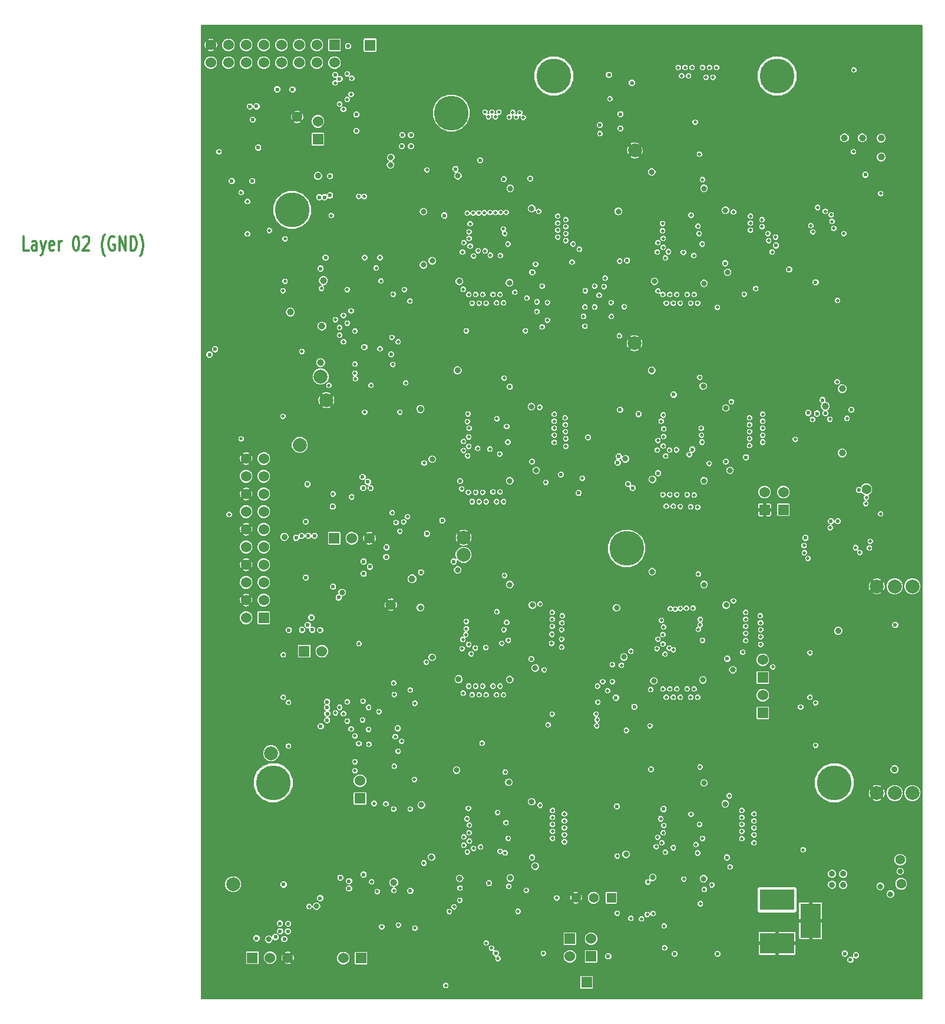
<source format=gbr>
G04 (created by PCBNEW-RS274X (2012-01-19 BZR 3256)-stable) date Tue 25 Sep 2012 18:45:10 BST*
G01*
G70*
G90*
%MOIN*%
G04 Gerber Fmt 3.4, Leading zero omitted, Abs format*
%FSLAX34Y34*%
G04 APERTURE LIST*
%ADD10C,0.009800*%
%ADD11C,0.012000*%
%ADD12R,0.055000X0.055000*%
%ADD13C,0.055000*%
%ADD14R,0.063000X0.063000*%
%ADD15R,0.060000X0.060000*%
%ADD16C,0.060000*%
%ADD17R,0.196900X0.118100*%
%ADD18R,0.118100X0.196900*%
%ADD19C,0.059100*%
%ADD20C,0.078700*%
%ADD21C,0.039400*%
%ADD22C,0.196900*%
%ADD23C,0.035400*%
%ADD24C,0.019700*%
%ADD25C,0.031500*%
%ADD26C,0.055100*%
%ADD27C,0.023600*%
%ADD28C,0.005900*%
G04 APERTURE END LIST*
G54D10*
G54D11*
X05631Y-22873D02*
X05345Y-22873D01*
X05345Y-22073D01*
X06088Y-22873D02*
X06088Y-22454D01*
X06059Y-22378D01*
X06002Y-22339D01*
X05888Y-22339D01*
X05831Y-22378D01*
X06088Y-22835D02*
X06031Y-22873D01*
X05888Y-22873D01*
X05831Y-22835D01*
X05802Y-22759D01*
X05802Y-22682D01*
X05831Y-22606D01*
X05888Y-22568D01*
X06031Y-22568D01*
X06088Y-22530D01*
X06317Y-22339D02*
X06460Y-22873D01*
X06602Y-22339D02*
X06460Y-22873D01*
X06402Y-23063D01*
X06374Y-23101D01*
X06317Y-23139D01*
X07059Y-22835D02*
X07002Y-22873D01*
X06888Y-22873D01*
X06831Y-22835D01*
X06802Y-22759D01*
X06802Y-22454D01*
X06831Y-22378D01*
X06888Y-22339D01*
X07002Y-22339D01*
X07059Y-22378D01*
X07088Y-22454D01*
X07088Y-22530D01*
X06802Y-22606D01*
X07345Y-22873D02*
X07345Y-22339D01*
X07345Y-22492D02*
X07373Y-22416D01*
X07402Y-22378D01*
X07459Y-22339D01*
X07516Y-22339D01*
X08287Y-22073D02*
X08344Y-22073D01*
X08401Y-22111D01*
X08430Y-22149D01*
X08459Y-22225D01*
X08487Y-22378D01*
X08487Y-22568D01*
X08459Y-22720D01*
X08430Y-22797D01*
X08401Y-22835D01*
X08344Y-22873D01*
X08287Y-22873D01*
X08230Y-22835D01*
X08201Y-22797D01*
X08173Y-22720D01*
X08144Y-22568D01*
X08144Y-22378D01*
X08173Y-22225D01*
X08201Y-22149D01*
X08230Y-22111D01*
X08287Y-22073D01*
X08715Y-22149D02*
X08744Y-22111D01*
X08801Y-22073D01*
X08944Y-22073D01*
X09001Y-22111D01*
X09030Y-22149D01*
X09058Y-22225D01*
X09058Y-22301D01*
X09030Y-22416D01*
X08687Y-22873D01*
X09058Y-22873D01*
X09943Y-23178D02*
X09915Y-23139D01*
X09858Y-23025D01*
X09829Y-22949D01*
X09800Y-22835D01*
X09772Y-22644D01*
X09772Y-22492D01*
X09800Y-22301D01*
X09829Y-22187D01*
X09858Y-22111D01*
X09915Y-21997D01*
X09943Y-21959D01*
X10486Y-22111D02*
X10429Y-22073D01*
X10343Y-22073D01*
X10258Y-22111D01*
X10200Y-22187D01*
X10172Y-22263D01*
X10143Y-22416D01*
X10143Y-22530D01*
X10172Y-22682D01*
X10200Y-22759D01*
X10258Y-22835D01*
X10343Y-22873D01*
X10400Y-22873D01*
X10486Y-22835D01*
X10515Y-22797D01*
X10515Y-22530D01*
X10400Y-22530D01*
X10772Y-22873D02*
X10772Y-22073D01*
X11115Y-22873D01*
X11115Y-22073D01*
X11401Y-22873D02*
X11401Y-22073D01*
X11544Y-22073D01*
X11629Y-22111D01*
X11687Y-22187D01*
X11715Y-22263D01*
X11744Y-22416D01*
X11744Y-22530D01*
X11715Y-22682D01*
X11687Y-22759D01*
X11629Y-22835D01*
X11544Y-22873D01*
X11401Y-22873D01*
X11944Y-23178D02*
X11972Y-23139D01*
X12029Y-23025D01*
X12058Y-22949D01*
X12087Y-22835D01*
X12115Y-22644D01*
X12115Y-22492D01*
X12087Y-22301D01*
X12058Y-22187D01*
X12029Y-22111D01*
X11972Y-21997D01*
X11944Y-21959D01*
G54D12*
X38598Y-59459D03*
G54D13*
X37598Y-59459D03*
X36598Y-59459D03*
G54D14*
X24951Y-11250D03*
G54D15*
X22939Y-11242D03*
G54D16*
X22939Y-12242D03*
X21939Y-11242D03*
X21939Y-12242D03*
X20939Y-11242D03*
X20939Y-12242D03*
X19939Y-11242D03*
X19939Y-12242D03*
X18939Y-11242D03*
X18939Y-12242D03*
X17939Y-11242D03*
X17939Y-12242D03*
X16939Y-11242D03*
X16939Y-12242D03*
X15939Y-12242D03*
X15939Y-11242D03*
G54D17*
X47982Y-62041D03*
X47982Y-59581D03*
G54D18*
X49872Y-60762D03*
G54D19*
X20827Y-15315D03*
X26122Y-42894D03*
G54D20*
X30236Y-40069D03*
G54D21*
X22303Y-24567D03*
G54D15*
X18935Y-43630D03*
G54D16*
X17935Y-43630D03*
X18935Y-42630D03*
X17935Y-42630D03*
X18935Y-41630D03*
X17935Y-41630D03*
X18935Y-40630D03*
X17935Y-40630D03*
X18935Y-39630D03*
X17935Y-39630D03*
X18935Y-38630D03*
X17935Y-38630D03*
X18935Y-37630D03*
X17935Y-37630D03*
X18935Y-36630D03*
X17935Y-36630D03*
X18935Y-35630D03*
X17935Y-35630D03*
X18935Y-34630D03*
X17935Y-34630D03*
G54D21*
X26289Y-58593D03*
X27323Y-41427D03*
X53868Y-16516D03*
X53868Y-17579D03*
X52795Y-16496D03*
X51791Y-16496D03*
X22224Y-27136D03*
X51663Y-34311D03*
X51663Y-30679D03*
X50709Y-31673D03*
X22146Y-29203D03*
G54D22*
X19469Y-52953D03*
X51220Y-52953D03*
X39469Y-39715D03*
X20543Y-20567D03*
X47972Y-12992D03*
G54D21*
X20443Y-26348D03*
G54D22*
X35345Y-12992D03*
G54D15*
X48337Y-37528D03*
G54D16*
X48337Y-36528D03*
G54D15*
X18291Y-62854D03*
G54D16*
X19291Y-62854D03*
X20291Y-62854D03*
G54D15*
X22917Y-39134D03*
G54D16*
X23917Y-39134D03*
X24917Y-39134D03*
G54D15*
X21222Y-45522D03*
G54D16*
X22222Y-45522D03*
G54D15*
X21998Y-16563D03*
G54D16*
X21998Y-15563D03*
G54D15*
X47165Y-47008D03*
G54D16*
X47165Y-46008D03*
G54D15*
X47169Y-49008D03*
G54D16*
X47169Y-48008D03*
G54D20*
X30246Y-39104D03*
X22156Y-29990D03*
X22470Y-31329D03*
X39931Y-17205D03*
X39911Y-28110D03*
X20974Y-33858D03*
X17200Y-58700D03*
X19350Y-51289D03*
X54630Y-41854D03*
X55630Y-41850D03*
X53622Y-41850D03*
X53622Y-53543D03*
X54634Y-53543D03*
X55630Y-53543D03*
G54D22*
X29547Y-15089D03*
G54D15*
X36252Y-61783D03*
G54D16*
X36252Y-62783D03*
G54D15*
X24437Y-62874D03*
G54D16*
X23437Y-62874D03*
G54D15*
X37449Y-62783D03*
G54D16*
X37449Y-61783D03*
G54D15*
X24380Y-53846D03*
G54D16*
X24380Y-52846D03*
G54D15*
X37197Y-64244D03*
X47274Y-37528D03*
G54D16*
X47274Y-36528D03*
G54D23*
X51083Y-58720D03*
X51713Y-58110D03*
X51083Y-58110D03*
X51713Y-58740D03*
G54D24*
X37125Y-25137D03*
G54D25*
X39390Y-34645D03*
G54D26*
X53031Y-36374D03*
G54D27*
X18287Y-18937D03*
G54D24*
X37835Y-48406D03*
X49508Y-39547D03*
G54D27*
X24173Y-15177D03*
G54D25*
X45059Y-20592D03*
G54D27*
X17126Y-18937D03*
G54D25*
X28465Y-23445D03*
G54D24*
X51929Y-32362D03*
G54D25*
X34291Y-46476D03*
G54D24*
X25611Y-61103D03*
G54D25*
X34350Y-35295D03*
G54D24*
X26240Y-29311D03*
G54D25*
X38898Y-43071D03*
G54D27*
X48661Y-23937D03*
G54D25*
X45472Y-46574D03*
G54D24*
X37776Y-49744D03*
G54D23*
X27795Y-31831D03*
G54D27*
X36752Y-36575D03*
G54D25*
X45177Y-24096D03*
G54D24*
X45315Y-57717D03*
G54D27*
X18150Y-14724D03*
X34134Y-24096D03*
G54D24*
X37815Y-47500D03*
X26556Y-61004D03*
X37106Y-26062D03*
X49724Y-40276D03*
X53031Y-36839D03*
G54D25*
X45315Y-35295D03*
G54D24*
X21093Y-28573D03*
G54D25*
X45079Y-31771D03*
X39429Y-57008D03*
X39311Y-45846D03*
G54D27*
X18307Y-15472D03*
G54D24*
X26378Y-50354D03*
G54D27*
X39488Y-23425D03*
G54D24*
X26319Y-52028D03*
G54D27*
X25866Y-40197D03*
G54D24*
X25295Y-23858D03*
X49528Y-39961D03*
X52996Y-37177D03*
G54D25*
X38996Y-20650D03*
G54D24*
X50965Y-32402D03*
G54D25*
X45098Y-42913D03*
G54D27*
X39094Y-31870D03*
X28169Y-38878D03*
G54D24*
X52323Y-12657D03*
G54D27*
X52972Y-18583D03*
G54D25*
X34134Y-42913D03*
X34075Y-31692D03*
G54D27*
X38917Y-54291D03*
G54D25*
X28465Y-34665D03*
G54D27*
X38425Y-62776D03*
G54D24*
X26319Y-47972D03*
G54D27*
X35748Y-35541D03*
G54D25*
X27972Y-20669D03*
G54D27*
X18524Y-14715D03*
G54D25*
X28465Y-45866D03*
X27795Y-43051D03*
G54D24*
X26260Y-25335D03*
G54D25*
X27854Y-54213D03*
G54D24*
X37106Y-27145D03*
G54D25*
X34094Y-54035D03*
G54D24*
X22195Y-25010D03*
G54D25*
X34094Y-20493D03*
G54D24*
X26181Y-27776D03*
X49980Y-32421D03*
G54D23*
X51437Y-44370D03*
G54D24*
X27481Y-61182D03*
G54D25*
X34291Y-57677D03*
X45039Y-54153D03*
X28425Y-57165D03*
G54D27*
X52614Y-36409D03*
X38464Y-12933D03*
X49587Y-39114D03*
X21407Y-36083D03*
X25886Y-39646D03*
X24173Y-16102D03*
X27835Y-41063D03*
X21319Y-41358D03*
X20059Y-58711D03*
G54D25*
X21919Y-59941D03*
G54D27*
X22854Y-41870D03*
X52440Y-62716D03*
G54D25*
X23366Y-42195D03*
X26122Y-17608D03*
G54D27*
X51810Y-62618D03*
X52125Y-62972D03*
X51417Y-38169D03*
G54D24*
X22854Y-36634D03*
X53248Y-39311D03*
G54D27*
X51024Y-38169D03*
G54D23*
X54626Y-52205D03*
G54D25*
X54390Y-59252D03*
X54941Y-57972D03*
G54D24*
X52657Y-39941D03*
G54D27*
X23169Y-42480D03*
X22126Y-59488D03*
G54D24*
X53209Y-39685D03*
G54D25*
X26102Y-18031D03*
G54D24*
X52421Y-39665D03*
G54D27*
X54656Y-44035D03*
G54D24*
X23907Y-36801D03*
X21496Y-59961D03*
G54D27*
X22835Y-37343D03*
G54D24*
X50984Y-38543D03*
G54D25*
X53819Y-58819D03*
G54D26*
X54996Y-58677D03*
G54D24*
X53835Y-37756D03*
X25846Y-54154D03*
X32185Y-62902D03*
X25177Y-54134D03*
X24094Y-29291D03*
X24094Y-27421D03*
X24094Y-29803D03*
X24094Y-50315D03*
X24114Y-30118D03*
X24094Y-52283D03*
X24094Y-51772D03*
G54D27*
X22520Y-48711D03*
G54D24*
X22992Y-26772D03*
X22972Y-13386D03*
X26201Y-37697D03*
X22992Y-49006D03*
G54D27*
X24587Y-58150D03*
G54D24*
X50276Y-20433D03*
G54D27*
X49744Y-32047D03*
G54D25*
X32874Y-19351D03*
G54D27*
X22372Y-19852D03*
G54D25*
X29921Y-18642D03*
X30000Y-24607D03*
X43839Y-19351D03*
X43839Y-24725D03*
G54D27*
X22687Y-19744D03*
X26752Y-16969D03*
G54D24*
X34311Y-23642D03*
G54D27*
X22077Y-19852D03*
X26772Y-16339D03*
G54D25*
X32835Y-24686D03*
G54D27*
X27264Y-16339D03*
G54D25*
X40886Y-18425D03*
G54D27*
X22687Y-18661D03*
G54D25*
X41043Y-24607D03*
G54D24*
X24311Y-19803D03*
X24626Y-19803D03*
G54D27*
X45039Y-23584D03*
X27264Y-16969D03*
G54D24*
X31909Y-36516D03*
X35787Y-44311D03*
X35256Y-44114D03*
X31516Y-37067D03*
X35236Y-44567D03*
X32106Y-37067D03*
X35807Y-43917D03*
X31319Y-36535D03*
X32303Y-36516D03*
X35787Y-44843D03*
X31122Y-37067D03*
X35256Y-43720D03*
X32500Y-37067D03*
X35217Y-45079D03*
X30925Y-36535D03*
X35827Y-43524D03*
X35787Y-45295D03*
X30512Y-36535D03*
X30728Y-37067D03*
X35256Y-43327D03*
X30610Y-21358D03*
G54D27*
X24626Y-28327D03*
G54D24*
X26969Y-30354D03*
X30453Y-32539D03*
X32677Y-32815D03*
X32638Y-55217D03*
X32490Y-21644D03*
X29701Y-59969D03*
X30394Y-27402D03*
X35020Y-49685D03*
X31280Y-50728D03*
X32677Y-43898D03*
X33740Y-27402D03*
G54D25*
X27972Y-23681D03*
G54D24*
X30807Y-23169D03*
X30217Y-25060D03*
X31457Y-22894D03*
G54D27*
X34012Y-18799D03*
G54D24*
X31756Y-23134D03*
X32323Y-23150D03*
X34488Y-20651D03*
G54D27*
X22146Y-23888D03*
X22431Y-23268D03*
X32516Y-18839D03*
X31171Y-17766D03*
X29783Y-18258D03*
X29154Y-20886D03*
G54D24*
X30449Y-20756D03*
X30787Y-20748D03*
X32037Y-20719D03*
X31732Y-20709D03*
G54D27*
X23701Y-11309D03*
G54D24*
X31098Y-20740D03*
X31409Y-20732D03*
X32648Y-20709D03*
X32333Y-20709D03*
X30551Y-32913D03*
X30551Y-21811D03*
X31063Y-22874D03*
X26634Y-32008D03*
X30472Y-34469D03*
X26890Y-25079D03*
X25571Y-24587D03*
X24646Y-32008D03*
G54D27*
X26142Y-28740D03*
G54D24*
X30256Y-22421D03*
X30236Y-33661D03*
X28012Y-34882D03*
X31043Y-34055D03*
X30138Y-36339D03*
X31732Y-34094D03*
X32539Y-30078D03*
X32126Y-32382D03*
X34547Y-31732D03*
X32283Y-34370D03*
X33819Y-25551D03*
X32569Y-21911D03*
X30492Y-32106D03*
X27205Y-25728D03*
X30531Y-33936D03*
X25512Y-28425D03*
X30610Y-22618D03*
X26535Y-28031D03*
X35374Y-32913D03*
X31516Y-25846D03*
X36004Y-33110D03*
X31909Y-25354D03*
X31319Y-25354D03*
X36004Y-32717D03*
X32106Y-25827D03*
X35374Y-33307D03*
X35374Y-32520D03*
X31122Y-25846D03*
X32303Y-25354D03*
X36024Y-33504D03*
X35984Y-32323D03*
X30925Y-25354D03*
X35374Y-33720D03*
X32500Y-25827D03*
X35374Y-32126D03*
X30728Y-25846D03*
X36024Y-33937D03*
X30531Y-25354D03*
G54D23*
X21998Y-18642D03*
G54D24*
X18012Y-20098D03*
X25000Y-30492D03*
X30236Y-34173D03*
X22756Y-20886D03*
X18012Y-21929D03*
X22618Y-30492D03*
X30177Y-22954D03*
X30531Y-33405D03*
X30551Y-22185D03*
X24646Y-23268D03*
X25512Y-23268D03*
X28169Y-18307D03*
X23445Y-26535D03*
X23445Y-14882D03*
X25453Y-48937D03*
G54D27*
X22520Y-49429D03*
G54D24*
X24882Y-50787D03*
G54D27*
X22972Y-12933D03*
G54D24*
X23445Y-28031D03*
X23445Y-49055D03*
X25354Y-59114D03*
X26634Y-38740D03*
X35571Y-21713D03*
X32240Y-15039D03*
X32043Y-15299D03*
X36024Y-21516D03*
X31846Y-15039D03*
X35571Y-21319D03*
X36024Y-21122D03*
X31654Y-15299D03*
X31453Y-15039D03*
X35571Y-20925D03*
G54D27*
X20768Y-39114D03*
X32854Y-30571D03*
X21307Y-38193D03*
G54D25*
X40925Y-35806D03*
G54D27*
X21447Y-38996D03*
G54D25*
X43839Y-35885D03*
G54D27*
X21083Y-38996D03*
G54D23*
X29902Y-29646D03*
G54D27*
X24980Y-36299D03*
X24528Y-35669D03*
G54D25*
X32854Y-35885D03*
X43799Y-30531D03*
G54D27*
X24567Y-36299D03*
X24823Y-35945D03*
X34114Y-34802D03*
X30039Y-35906D03*
X21811Y-38996D03*
X45079Y-34802D03*
G54D25*
X40886Y-29646D03*
G54D27*
X39026Y-34508D03*
X37283Y-33425D03*
G54D24*
X51398Y-25689D03*
X51378Y-30295D03*
X47047Y-44311D03*
X42894Y-36673D03*
X46201Y-44114D03*
X42500Y-37343D03*
X46199Y-44510D03*
X43091Y-37362D03*
X42303Y-36673D03*
X47044Y-43920D03*
X47047Y-44705D03*
X43287Y-36693D03*
X42106Y-37323D03*
X46201Y-43720D03*
X43484Y-37382D03*
X46201Y-44921D03*
X41909Y-36673D03*
X47028Y-43524D03*
X47047Y-45138D03*
X41516Y-36673D03*
X41713Y-37323D03*
X46201Y-43327D03*
X37028Y-26594D03*
X41496Y-21340D03*
X41417Y-32519D03*
X39055Y-27697D03*
X39075Y-23466D03*
X41654Y-23288D03*
X41240Y-25159D03*
X42677Y-22972D03*
X43110Y-20867D03*
X43760Y-18859D03*
X45512Y-20690D03*
X43268Y-23150D03*
X43563Y-21909D03*
X46122Y-25335D03*
X39331Y-26043D03*
X41535Y-32165D03*
X37657Y-26063D03*
X41496Y-21752D03*
X41831Y-22933D03*
X38583Y-25807D03*
X41890Y-34154D03*
X41575Y-32952D03*
G54D27*
X40138Y-32116D03*
X39537Y-36063D03*
X42126Y-31014D03*
X39803Y-36299D03*
X38957Y-34862D03*
G54D24*
X41673Y-34487D03*
G54D27*
X41250Y-35453D03*
G54D24*
X42283Y-34134D03*
X43602Y-30039D03*
G54D27*
X43181Y-34118D03*
G54D24*
X45394Y-31417D03*
X43012Y-34409D03*
X44134Y-34911D03*
X41240Y-22421D03*
X37657Y-24882D03*
X41240Y-33602D03*
X38189Y-24902D03*
X37913Y-25394D03*
X41535Y-33917D03*
X41535Y-22697D03*
X42500Y-25846D03*
X47165Y-32913D03*
X46417Y-33110D03*
X42894Y-25354D03*
X46417Y-32717D03*
X42303Y-25354D03*
X47165Y-33307D03*
X43091Y-25846D03*
X47165Y-32520D03*
X42106Y-25846D03*
X46417Y-33504D03*
X43287Y-25354D03*
X46417Y-32323D03*
X41909Y-25354D03*
X43484Y-25846D03*
X47165Y-33701D03*
X47165Y-32126D03*
X41713Y-25846D03*
X46417Y-33898D03*
X41516Y-25354D03*
G54D23*
X20098Y-39055D03*
G54D24*
X41201Y-34153D03*
X41535Y-22186D03*
X41201Y-22953D03*
G54D27*
X39763Y-13386D03*
G54D24*
X38248Y-24429D03*
X36378Y-23524D03*
X38602Y-26594D03*
X41555Y-33385D03*
X46772Y-25020D03*
X49882Y-21457D03*
X43583Y-17421D03*
X43346Y-15610D03*
X46476Y-21713D03*
X43169Y-12520D03*
X42972Y-12992D03*
X47126Y-21516D03*
X42776Y-12520D03*
X46476Y-21319D03*
X42579Y-12992D03*
X47126Y-21122D03*
X42382Y-12520D03*
X46476Y-20925D03*
G54D27*
X23760Y-58937D03*
G54D25*
X19213Y-61811D03*
X29843Y-52244D03*
G54D27*
X23760Y-58524D03*
G54D25*
X43839Y-52972D03*
G54D27*
X19858Y-61358D03*
X19850Y-60921D03*
G54D25*
X32874Y-58346D03*
X30020Y-58366D03*
X32795Y-52933D03*
G54D27*
X40846Y-52205D03*
X20295Y-61362D03*
X20315Y-60925D03*
X34114Y-57185D03*
X19598Y-61681D03*
X45138Y-57185D03*
G54D25*
X43819Y-58386D03*
X40945Y-58307D03*
G54D27*
X20100Y-61800D03*
X23268Y-58327D03*
G54D24*
X50157Y-48445D03*
X50157Y-50846D03*
G54D27*
X42185Y-62638D03*
X44606Y-62638D03*
G54D24*
X41437Y-43779D03*
X35256Y-49075D03*
X41398Y-55000D03*
X39449Y-50000D03*
X43622Y-44035D03*
X49006Y-33543D03*
X43593Y-55315D03*
X43504Y-21496D03*
X43681Y-32913D03*
X41634Y-45689D03*
X39705Y-45531D03*
X40827Y-47697D03*
X42106Y-45437D03*
X43228Y-43087D03*
X43524Y-41161D03*
X45512Y-42677D03*
X43632Y-43730D03*
X43524Y-44291D03*
G54D27*
X41555Y-54449D03*
G54D24*
X46033Y-45581D03*
G54D27*
X39902Y-48661D03*
G54D24*
X41870Y-45335D03*
X41575Y-55374D03*
G54D27*
X38858Y-48150D03*
G54D24*
X37736Y-49075D03*
X41555Y-44154D03*
X38386Y-47756D03*
X41516Y-45118D03*
X41457Y-56358D03*
X38937Y-57106D03*
X41654Y-56890D03*
X40665Y-58571D03*
X42106Y-56634D03*
X43622Y-52067D03*
X43110Y-54744D03*
X43386Y-56457D03*
X45276Y-53701D03*
X38110Y-47244D03*
X41220Y-56043D03*
X41240Y-44842D03*
X38661Y-47244D03*
X45984Y-55315D03*
X42500Y-48130D03*
X42894Y-47657D03*
X46673Y-55512D03*
X46673Y-55118D03*
X42303Y-47657D03*
X43091Y-48130D03*
X45984Y-55709D03*
X42106Y-48130D03*
X45984Y-54921D03*
X46673Y-55906D03*
X43287Y-47657D03*
X41909Y-47657D03*
X46673Y-54724D03*
X43484Y-48130D03*
X45984Y-56122D03*
X45984Y-54528D03*
X41713Y-48130D03*
X41516Y-47657D03*
X46673Y-56358D03*
X24528Y-49409D03*
X34390Y-25768D03*
X23878Y-49921D03*
X23878Y-26280D03*
X23878Y-14035D03*
X34390Y-26319D03*
G54D27*
X27224Y-59075D03*
G54D24*
X24547Y-48346D03*
X23917Y-13130D03*
G54D27*
X22156Y-49774D03*
G54D24*
X27067Y-37913D03*
G54D27*
X18524Y-61752D03*
G54D24*
X23228Y-27224D03*
G54D27*
X22530Y-49055D03*
G54D24*
X34685Y-24882D03*
X34685Y-27185D03*
X24862Y-48701D03*
X23228Y-14587D03*
X24862Y-49941D03*
G54D27*
X23228Y-13159D03*
G54D24*
X23228Y-27657D03*
X25039Y-58563D03*
X26417Y-38248D03*
X23228Y-48701D03*
X41516Y-44587D03*
X41142Y-56575D03*
X53839Y-19646D03*
X41181Y-45374D03*
X39173Y-46319D03*
X38661Y-46280D03*
X40787Y-49744D03*
X49311Y-48681D03*
X41535Y-55787D03*
X38937Y-60335D03*
X49843Y-45610D03*
X49843Y-48130D03*
G54D27*
X21102Y-44311D03*
X45157Y-45944D03*
X24587Y-41142D03*
X24941Y-40748D03*
X21683Y-44311D03*
X21634Y-43622D03*
G54D25*
X43780Y-47145D03*
X32854Y-41752D03*
G54D27*
X22126Y-44331D03*
G54D25*
X29902Y-40925D03*
X41004Y-47205D03*
X32854Y-47126D03*
G54D27*
X24587Y-40453D03*
G54D23*
X29961Y-47106D03*
G54D25*
X43839Y-41752D03*
G54D27*
X34075Y-45964D03*
G54D25*
X40906Y-41024D03*
G54D27*
X21427Y-44045D03*
X32067Y-62598D03*
G54D24*
X34752Y-62602D03*
X30394Y-43838D03*
X24311Y-50748D03*
X30433Y-55000D03*
X27461Y-52776D03*
X30669Y-45669D03*
X28130Y-46142D03*
X30217Y-47894D03*
X31496Y-45315D03*
X32559Y-41240D03*
X32126Y-43287D03*
X34567Y-42854D03*
X32402Y-45078D03*
X30256Y-56023D03*
X30197Y-44862D03*
G54D27*
X26516Y-49882D03*
G54D24*
X30807Y-56673D03*
X27992Y-57500D03*
X30039Y-58917D03*
X31201Y-56594D03*
X32598Y-52362D03*
X32165Y-54646D03*
X32307Y-56835D03*
X34567Y-54232D03*
X30512Y-54409D03*
X32520Y-44311D03*
X34803Y-46575D03*
X27480Y-48465D03*
X30453Y-56870D03*
X27224Y-47717D03*
X26280Y-47323D03*
X27224Y-54449D03*
X30571Y-55354D03*
X30906Y-45335D03*
X26280Y-54449D03*
X30394Y-44252D03*
X30571Y-56260D03*
X30531Y-45137D03*
X26535Y-51181D03*
X26732Y-50610D03*
X35276Y-55315D03*
X31516Y-47992D03*
X35945Y-55512D03*
X31909Y-47500D03*
X31319Y-47500D03*
X35945Y-55118D03*
X35276Y-55709D03*
X32106Y-47992D03*
X35276Y-54921D03*
X31122Y-47992D03*
X32303Y-47500D03*
X35945Y-55906D03*
X30925Y-47500D03*
X35945Y-54724D03*
X35276Y-56102D03*
X32500Y-47992D03*
X35276Y-54528D03*
X30728Y-47992D03*
X35945Y-56299D03*
X30531Y-47500D03*
G54D27*
X20354Y-44331D03*
G54D24*
X32795Y-58819D03*
X30256Y-56496D03*
X30551Y-55787D03*
X30157Y-45374D03*
X24321Y-45098D03*
X16978Y-37795D03*
X16407Y-17283D03*
X30364Y-44587D03*
X51043Y-20846D03*
G54D27*
X50157Y-24665D03*
X50709Y-32067D03*
G54D26*
X54937Y-57315D03*
G54D24*
X38523Y-14291D03*
G54D27*
X39114Y-15157D03*
X39114Y-15965D03*
G54D24*
X43858Y-58996D03*
X39705Y-60630D03*
X50000Y-21811D03*
X51752Y-21909D03*
X49449Y-56752D03*
X52303Y-17283D03*
X37953Y-16260D03*
G54D27*
X18622Y-17047D03*
G54D24*
X19252Y-21732D03*
G54D27*
X37953Y-15768D03*
X50551Y-31319D03*
G54D24*
X51083Y-21220D03*
X17657Y-19587D03*
X17657Y-33514D03*
X51181Y-21614D03*
G54D27*
X52185Y-31870D03*
X50236Y-32087D03*
G54D24*
X50709Y-20650D03*
G54D27*
X15866Y-28750D03*
X16181Y-28445D03*
G54D24*
X35512Y-59469D03*
X31815Y-62311D03*
G54D27*
X31683Y-58642D03*
G54D24*
X30024Y-59606D03*
X33319Y-60232D03*
X31524Y-62024D03*
X32591Y-56929D03*
X29429Y-60240D03*
X44287Y-58736D03*
X41614Y-62295D03*
X42701Y-58406D03*
X40965Y-60354D03*
X43642Y-59799D03*
X41587Y-61055D03*
X40630Y-60402D03*
X43484Y-56933D03*
G54D23*
X31790Y-44037D03*
G54D27*
X24390Y-18465D03*
X33917Y-58120D03*
X44931Y-46900D03*
G54D24*
X32726Y-33307D03*
G54D27*
X33415Y-35837D03*
X33819Y-35679D03*
X44419Y-35915D03*
G54D24*
X55335Y-32441D03*
X39627Y-11339D03*
X31260Y-11303D03*
G54D27*
X44409Y-47156D03*
X33415Y-47156D03*
X33907Y-46919D03*
G54D24*
X44745Y-11339D03*
X33563Y-64390D03*
X34744Y-64429D03*
X44980Y-58071D03*
G54D23*
X31417Y-21635D03*
G54D27*
X51890Y-40453D03*
G54D23*
X39331Y-19016D03*
G54D27*
X21693Y-40650D03*
X39782Y-46656D03*
G54D24*
X42205Y-64016D03*
X25876Y-19547D03*
G54D27*
X44624Y-41991D03*
X23504Y-38602D03*
G54D23*
X31790Y-55236D03*
G54D27*
X16161Y-45354D03*
X29073Y-46911D03*
X44625Y-30788D03*
G54D24*
X55335Y-32047D03*
G54D23*
X31042Y-44411D03*
X28012Y-41752D03*
G54D27*
X40058Y-35709D03*
X29252Y-39606D03*
X33641Y-30785D03*
G54D24*
X16122Y-32284D03*
X40415Y-11024D03*
G54D25*
X28406Y-52618D03*
G54D24*
X16535Y-33661D03*
G54D23*
X27815Y-42303D03*
G54D27*
X45058Y-34330D03*
G54D24*
X24823Y-52028D03*
G54D23*
X31417Y-22383D03*
G54D24*
X55335Y-31654D03*
G54D27*
X54743Y-61043D03*
G54D23*
X42027Y-22007D03*
X42775Y-33583D03*
G54D25*
X28780Y-52303D03*
G54D27*
X55512Y-45315D03*
G54D24*
X44921Y-31003D03*
G54D23*
X42027Y-22381D03*
G54D27*
X45138Y-45551D03*
X33837Y-53464D03*
X34035Y-23307D03*
G54D23*
X53622Y-43012D03*
G54D24*
X49469Y-16516D03*
X54921Y-33031D03*
X32717Y-55709D03*
X54921Y-31850D03*
X54921Y-30276D03*
X43583Y-64213D03*
G54D27*
X33640Y-53189D03*
G54D23*
X28524Y-29724D03*
G54D27*
X25866Y-19193D03*
G54D24*
X55157Y-23189D03*
X16535Y-29134D03*
G54D23*
X42775Y-33209D03*
G54D27*
X28798Y-46655D03*
G54D24*
X32386Y-63878D03*
G54D27*
X37254Y-36575D03*
G54D24*
X35452Y-26062D03*
X31969Y-63898D03*
X40236Y-64016D03*
G54D23*
X28366Y-19193D03*
G54D27*
X23130Y-61201D03*
G54D24*
X40433Y-64429D03*
G54D27*
X54390Y-63583D03*
G54D23*
X29094Y-29764D03*
G54D24*
X16535Y-32087D03*
G54D23*
X31791Y-33206D03*
X42401Y-21633D03*
G54D27*
X54390Y-62205D03*
G54D24*
X51929Y-33937D03*
G54D27*
X28799Y-24253D03*
X17047Y-35138D03*
X55236Y-22008D03*
G54D25*
X39587Y-29862D03*
G54D24*
X36201Y-47500D03*
X32441Y-11043D03*
X43484Y-22156D03*
X54921Y-33819D03*
G54D27*
X55354Y-28110D03*
G54D24*
X43367Y-11005D03*
X54921Y-30669D03*
G54D27*
X55413Y-28898D03*
G54D25*
X39626Y-52677D03*
G54D27*
X45039Y-23169D03*
G54D24*
X16535Y-33268D03*
X16122Y-33071D03*
X16122Y-31496D03*
X16535Y-19882D03*
X16535Y-32874D03*
X16122Y-32677D03*
G54D27*
X22106Y-62008D03*
X55354Y-24567D03*
G54D24*
X44626Y-58287D03*
G54D23*
X31042Y-55236D03*
G54D24*
X43386Y-63819D03*
X54961Y-21417D03*
G54D27*
X51496Y-60531D03*
X22638Y-61201D03*
G54D24*
X24823Y-47972D03*
G54D27*
X22450Y-17000D03*
X16122Y-33858D03*
G54D23*
X31791Y-33580D03*
G54D24*
X36220Y-48406D03*
G54D27*
X22106Y-61594D03*
X16161Y-46732D03*
G54D24*
X16102Y-30315D03*
X51870Y-19390D03*
G54D23*
X31417Y-44411D03*
G54D24*
X55335Y-32835D03*
X39234Y-11044D03*
G54D23*
X42401Y-33583D03*
X42774Y-55611D03*
G54D24*
X55886Y-17244D03*
G54D23*
X42400Y-44038D03*
X39587Y-19429D03*
G54D27*
X22854Y-37953D03*
X33838Y-19863D03*
G54D23*
X42775Y-21633D03*
G54D27*
X22126Y-40689D03*
X33838Y-31060D03*
X53681Y-39784D03*
G54D24*
X32726Y-44508D03*
X54154Y-55827D03*
X26556Y-59410D03*
X52579Y-55217D03*
G54D27*
X55610Y-50827D03*
G54D23*
X42774Y-44786D03*
G54D27*
X22165Y-42972D03*
G54D24*
X39173Y-14744D03*
G54D26*
X51177Y-56524D03*
G54D27*
X40057Y-58111D03*
X50433Y-36909D03*
X55453Y-48071D03*
G54D24*
X43740Y-44508D03*
G54D27*
X44625Y-19586D03*
G54D23*
X29134Y-18642D03*
G54D27*
X22146Y-35020D03*
G54D23*
X39488Y-18583D03*
G54D24*
X29626Y-64449D03*
G54D23*
X31042Y-44785D03*
G54D24*
X16535Y-32480D03*
G54D27*
X24449Y-15650D03*
G54D24*
X49587Y-17185D03*
G54D23*
X42402Y-33209D03*
X31791Y-22383D03*
X42027Y-33583D03*
X53622Y-52343D03*
X42775Y-22007D03*
X31416Y-44037D03*
G54D27*
X16102Y-50866D03*
G54D23*
X31043Y-32832D03*
X31043Y-33206D03*
G54D27*
X50768Y-60039D03*
G54D24*
X42186Y-11340D03*
X16517Y-21458D03*
X41795Y-11362D03*
G54D27*
X19743Y-35745D03*
G54D23*
X31790Y-44785D03*
G54D24*
X18858Y-58878D03*
G54D27*
X40058Y-24507D03*
G54D24*
X16122Y-31890D03*
X53150Y-55079D03*
G54D27*
X24094Y-37953D03*
G54D24*
X54921Y-31457D03*
X54961Y-21024D03*
X28502Y-11397D03*
G54D27*
X22509Y-16213D03*
G54D25*
X28150Y-53031D03*
G54D24*
X51870Y-55827D03*
G54D27*
X39783Y-24251D03*
G54D25*
X40079Y-29724D03*
G54D27*
X20551Y-41733D03*
G54D25*
X54941Y-60512D03*
G54D23*
X42774Y-44038D03*
X42026Y-55611D03*
X42027Y-21633D03*
G54D24*
X16535Y-31299D03*
G54D27*
X22106Y-61220D03*
G54D24*
X16516Y-21850D03*
G54D27*
X22549Y-16626D03*
G54D24*
X35413Y-27145D03*
G54D23*
X31790Y-55984D03*
G54D24*
X39646Y-64016D03*
X35472Y-25137D03*
G54D27*
X50965Y-60551D03*
G54D23*
X42401Y-22381D03*
X42026Y-44038D03*
X31043Y-22009D03*
G54D27*
X55433Y-46693D03*
G54D23*
X40138Y-18583D03*
X42027Y-33209D03*
G54D27*
X54980Y-19449D03*
G54D23*
X31791Y-21635D03*
G54D24*
X16535Y-31693D03*
G54D27*
X27618Y-39626D03*
G54D23*
X31791Y-22009D03*
X31417Y-32832D03*
G54D24*
X16496Y-21063D03*
X54921Y-32638D03*
X16535Y-19488D03*
G54D27*
X44213Y-25257D03*
G54D23*
X28268Y-30197D03*
G54D24*
X16535Y-24606D03*
X28895Y-11397D03*
G54D23*
X31043Y-21635D03*
G54D24*
X16555Y-23228D03*
G54D27*
X51160Y-61161D03*
G54D24*
X16102Y-30709D03*
G54D27*
X16063Y-48110D03*
G54D24*
X30866Y-11319D03*
G54D27*
X54881Y-39843D03*
X25226Y-19567D03*
X44821Y-42266D03*
G54D23*
X28346Y-41339D03*
G54D27*
X44665Y-24410D03*
X28799Y-35450D03*
G54D23*
X42026Y-55237D03*
G54D24*
X54921Y-33425D03*
X39252Y-64370D03*
X53799Y-55197D03*
G54D23*
X42774Y-55985D03*
G54D27*
X33858Y-24508D03*
X33445Y-24606D03*
G54D24*
X34114Y-56791D03*
X33817Y-11003D03*
G54D27*
X25236Y-19173D03*
G54D24*
X55335Y-31260D03*
G54D23*
X31790Y-55610D03*
G54D24*
X30020Y-64449D03*
G54D27*
X34409Y-19026D03*
G54D23*
X42400Y-55985D03*
X28602Y-18642D03*
G54D27*
X22890Y-38346D03*
X55354Y-25157D03*
G54D23*
X31790Y-44411D03*
G54D27*
X39782Y-57855D03*
G54D23*
X31042Y-44037D03*
G54D27*
X22421Y-39012D03*
G54D24*
X24606Y-29547D03*
X54961Y-19843D03*
G54D27*
X54488Y-39804D03*
G54D25*
X40098Y-41043D03*
G54D24*
X55354Y-33622D03*
G54D23*
X42026Y-55985D03*
G54D27*
X26260Y-19193D03*
G54D23*
X31418Y-33206D03*
G54D24*
X55906Y-16516D03*
G54D23*
X42401Y-55611D03*
G54D24*
X54921Y-32244D03*
G54D23*
X31043Y-33580D03*
G54D24*
X16535Y-28150D03*
G54D23*
X42774Y-44412D03*
G54D27*
X51457Y-37480D03*
G54D24*
X16142Y-28937D03*
X50965Y-33917D03*
X54980Y-21811D03*
X32766Y-22106D03*
X16536Y-30513D03*
G54D27*
X21260Y-40650D03*
G54D24*
X16122Y-31102D03*
X24882Y-50354D03*
X33543Y-58287D03*
X24724Y-27776D03*
X34055Y-45531D03*
G54D27*
X45000Y-35865D03*
G54D24*
X22648Y-61604D03*
X27481Y-59390D03*
G54D27*
X33837Y-42265D03*
G54D23*
X28602Y-30551D03*
G54D27*
X39783Y-35453D03*
G54D23*
X42774Y-55237D03*
X31416Y-55984D03*
X42027Y-32835D03*
G54D24*
X16516Y-20276D03*
G54D27*
X34035Y-34350D03*
G54D25*
X39567Y-53110D03*
G54D23*
X42402Y-22007D03*
G54D24*
X43671Y-55709D03*
G54D27*
X44821Y-53465D03*
G54D25*
X39626Y-52244D03*
X54350Y-60472D03*
G54D23*
X31043Y-22383D03*
G54D24*
X19606Y-17343D03*
G54D23*
X31042Y-55984D03*
G54D25*
X29114Y-58110D03*
G54D23*
X42401Y-32835D03*
G54D25*
X55413Y-61024D03*
G54D24*
X36299Y-49744D03*
X16220Y-23425D03*
G54D27*
X22417Y-37768D03*
G54D23*
X31791Y-32832D03*
G54D24*
X40021Y-11044D03*
G54D27*
X20137Y-35666D03*
X16122Y-49488D03*
G54D23*
X42026Y-44412D03*
G54D27*
X29074Y-24509D03*
X33640Y-41990D03*
G54D25*
X39390Y-41850D03*
G54D24*
X16083Y-22047D03*
G54D27*
X51004Y-37480D03*
G54D25*
X39587Y-41319D03*
G54D24*
X25611Y-59449D03*
G54D23*
X31042Y-55610D03*
X42775Y-22381D03*
G54D24*
X55335Y-30472D03*
G54D27*
X55394Y-49449D03*
X40057Y-46912D03*
G54D24*
X16535Y-25197D03*
X45138Y-20118D03*
G54D23*
X42400Y-55237D03*
G54D27*
X44764Y-63819D03*
G54D24*
X27165Y-12008D03*
G54D27*
X54311Y-62992D03*
X51230Y-36801D03*
G54D23*
X42400Y-44786D03*
G54D27*
X28798Y-57854D03*
G54D24*
X54980Y-20236D03*
G54D23*
X42026Y-44786D03*
G54D27*
X23622Y-40296D03*
X54074Y-39765D03*
G54D24*
X40218Y-11339D03*
G54D27*
X20846Y-40630D03*
G54D25*
X39587Y-30630D03*
G54D24*
X20571Y-25010D03*
G54D23*
X31416Y-44785D03*
G54D24*
X55335Y-33228D03*
G54D27*
X33641Y-19588D03*
G54D24*
X45118Y-56791D03*
G54D23*
X31417Y-33580D03*
X31418Y-22009D03*
X31417Y-55610D03*
G54D24*
X54921Y-31063D03*
G54D27*
X44624Y-53190D03*
G54D24*
X16535Y-30906D03*
X43564Y-11340D03*
X16122Y-33465D03*
G54D23*
X42401Y-44412D03*
G54D24*
X49980Y-33937D03*
X55335Y-30866D03*
G54D23*
X42775Y-32835D03*
G54D24*
X39193Y-60768D03*
G54D27*
X21122Y-19213D03*
X29074Y-35706D03*
G54D24*
X20256Y-27657D03*
X24724Y-25335D03*
G54D23*
X31416Y-55236D03*
G54D24*
X43760Y-44902D03*
X47736Y-46407D03*
X37795Y-49400D03*
X40305Y-60659D03*
X43760Y-56102D03*
X32746Y-33701D03*
X36959Y-35748D03*
X34892Y-35974D03*
X33789Y-59045D03*
X32776Y-44902D03*
X32766Y-56102D03*
X43740Y-22500D03*
X44596Y-26083D03*
X33140Y-25226D03*
X43730Y-33701D03*
X32756Y-22500D03*
X36791Y-22795D03*
X33622Y-15343D03*
X36024Y-22303D03*
X33224Y-15323D03*
X36024Y-21909D03*
X32827Y-15319D03*
X20335Y-48425D03*
X20335Y-50886D03*
X20039Y-45728D03*
X20039Y-48130D03*
X47461Y-21909D03*
X43760Y-12520D03*
X47894Y-22106D03*
X43957Y-13071D03*
X47500Y-22303D03*
X44154Y-12520D03*
X44350Y-13071D03*
G54D27*
X47913Y-22579D03*
G54D24*
X44547Y-12520D03*
X47697Y-22953D03*
X20138Y-24606D03*
X20138Y-22205D03*
X20020Y-32244D03*
X20020Y-25138D03*
G54D27*
X19695Y-13750D03*
X20561Y-13760D03*
G54D24*
X29232Y-64429D03*
X33028Y-15063D03*
X35571Y-22106D03*
X36437Y-22500D03*
X33421Y-15075D03*
X43701Y-33307D03*
G54D27*
X46220Y-34557D03*
G54D24*
X42500Y-43102D03*
X41933Y-43122D03*
X42209Y-43138D03*
X42846Y-43091D03*
X23661Y-48386D03*
X34980Y-25807D03*
G54D27*
X29685Y-40453D03*
G54D24*
X26299Y-59055D03*
X23661Y-26969D03*
X34980Y-26811D03*
X23661Y-25079D03*
G54D27*
X22520Y-48386D03*
G54D24*
X23661Y-14331D03*
X26850Y-38209D03*
G54D27*
X29035Y-38130D03*
G54D24*
X23661Y-12874D03*
X23661Y-49469D03*
G54D10*
G36*
X56172Y-65172D02*
X56111Y-65172D01*
X56111Y-53639D01*
X56111Y-53448D01*
X56111Y-41946D01*
X56111Y-41755D01*
X56038Y-41578D01*
X55903Y-41443D01*
X55726Y-41369D01*
X55535Y-41369D01*
X55358Y-41442D01*
X55223Y-41577D01*
X55149Y-41754D01*
X55149Y-41945D01*
X55222Y-42122D01*
X55357Y-42257D01*
X55534Y-42331D01*
X55725Y-42331D01*
X55902Y-42258D01*
X56037Y-42123D01*
X56111Y-41946D01*
X56111Y-53448D01*
X56038Y-53271D01*
X55903Y-53136D01*
X55726Y-53062D01*
X55535Y-53062D01*
X55358Y-53135D01*
X55223Y-53270D01*
X55149Y-53447D01*
X55149Y-53638D01*
X55222Y-53815D01*
X55357Y-53950D01*
X55534Y-54024D01*
X55725Y-54024D01*
X55902Y-53951D01*
X56037Y-53816D01*
X56111Y-53639D01*
X56111Y-65172D01*
X55359Y-65172D01*
X55359Y-58749D01*
X55359Y-58605D01*
X55304Y-58472D01*
X55300Y-58467D01*
X55300Y-57387D01*
X55300Y-57243D01*
X55245Y-57110D01*
X55143Y-57007D01*
X55115Y-56995D01*
X55115Y-53639D01*
X55115Y-53448D01*
X55111Y-53438D01*
X55111Y-41950D01*
X55111Y-41759D01*
X55038Y-41582D01*
X54903Y-41447D01*
X54726Y-41373D01*
X54535Y-41373D01*
X54358Y-41446D01*
X54223Y-41581D01*
X54152Y-41750D01*
X54152Y-17636D01*
X54152Y-17523D01*
X54152Y-16573D01*
X54152Y-16460D01*
X54109Y-16356D01*
X54029Y-16276D01*
X53925Y-16232D01*
X53812Y-16232D01*
X53708Y-16275D01*
X53628Y-16355D01*
X53584Y-16459D01*
X53584Y-16572D01*
X53627Y-16676D01*
X53707Y-16756D01*
X53811Y-16800D01*
X53924Y-16800D01*
X54028Y-16757D01*
X54108Y-16677D01*
X54152Y-16573D01*
X54152Y-17523D01*
X54109Y-17419D01*
X54029Y-17339D01*
X53925Y-17295D01*
X53812Y-17295D01*
X53708Y-17338D01*
X53628Y-17418D01*
X53584Y-17522D01*
X53584Y-17635D01*
X53627Y-17739D01*
X53707Y-17819D01*
X53811Y-17863D01*
X53924Y-17863D01*
X54028Y-17820D01*
X54108Y-17740D01*
X54152Y-17636D01*
X54152Y-41750D01*
X54149Y-41758D01*
X54149Y-41949D01*
X54222Y-42126D01*
X54357Y-42261D01*
X54534Y-42335D01*
X54725Y-42335D01*
X54902Y-42262D01*
X55037Y-42127D01*
X55111Y-41950D01*
X55111Y-53438D01*
X55042Y-53271D01*
X54907Y-53136D01*
X54891Y-53129D01*
X54891Y-52258D01*
X54891Y-52153D01*
X54862Y-52082D01*
X54862Y-44076D01*
X54862Y-43994D01*
X54831Y-43918D01*
X54773Y-43860D01*
X54697Y-43829D01*
X54615Y-43829D01*
X54539Y-43860D01*
X54481Y-43918D01*
X54450Y-43994D01*
X54450Y-44076D01*
X54481Y-44152D01*
X54539Y-44210D01*
X54615Y-44241D01*
X54697Y-44241D01*
X54773Y-44210D01*
X54831Y-44152D01*
X54862Y-44076D01*
X54862Y-52082D01*
X54851Y-52056D01*
X54777Y-51981D01*
X54679Y-51940D01*
X54574Y-51940D01*
X54477Y-51980D01*
X54402Y-52054D01*
X54361Y-52152D01*
X54361Y-52257D01*
X54401Y-52354D01*
X54475Y-52429D01*
X54573Y-52470D01*
X54678Y-52470D01*
X54775Y-52430D01*
X54850Y-52356D01*
X54891Y-52258D01*
X54891Y-53129D01*
X54730Y-53062D01*
X54539Y-53062D01*
X54362Y-53135D01*
X54227Y-53270D01*
X54153Y-53447D01*
X54153Y-53638D01*
X54226Y-53815D01*
X54361Y-53950D01*
X54538Y-54024D01*
X54729Y-54024D01*
X54906Y-53951D01*
X55041Y-53816D01*
X55115Y-53639D01*
X55115Y-56995D01*
X55009Y-56952D01*
X54865Y-56952D01*
X54732Y-57007D01*
X54629Y-57109D01*
X54574Y-57243D01*
X54574Y-57387D01*
X54629Y-57520D01*
X54731Y-57623D01*
X54865Y-57678D01*
X55009Y-57678D01*
X55142Y-57623D01*
X55245Y-57521D01*
X55300Y-57387D01*
X55300Y-58467D01*
X55202Y-58369D01*
X55185Y-58362D01*
X55185Y-58021D01*
X55185Y-57924D01*
X55148Y-57834D01*
X55080Y-57766D01*
X54990Y-57728D01*
X54893Y-57728D01*
X54803Y-57765D01*
X54735Y-57833D01*
X54697Y-57923D01*
X54697Y-58020D01*
X54734Y-58110D01*
X54802Y-58178D01*
X54892Y-58216D01*
X54989Y-58216D01*
X55079Y-58179D01*
X55147Y-58111D01*
X55185Y-58021D01*
X55185Y-58362D01*
X55068Y-58314D01*
X54924Y-58314D01*
X54791Y-58369D01*
X54688Y-58471D01*
X54633Y-58605D01*
X54633Y-58749D01*
X54688Y-58882D01*
X54790Y-58985D01*
X54924Y-59040D01*
X55068Y-59040D01*
X55201Y-58985D01*
X55304Y-58883D01*
X55359Y-58749D01*
X55359Y-65172D01*
X54634Y-65172D01*
X54634Y-59301D01*
X54634Y-59204D01*
X54597Y-59114D01*
X54529Y-59046D01*
X54439Y-59008D01*
X54342Y-59008D01*
X54252Y-59045D01*
X54184Y-59113D01*
X54146Y-59203D01*
X54146Y-59300D01*
X54183Y-59390D01*
X54251Y-59458D01*
X54341Y-59496D01*
X54438Y-59496D01*
X54528Y-59459D01*
X54596Y-59391D01*
X54634Y-59301D01*
X54634Y-65172D01*
X54104Y-65172D01*
X54104Y-53588D01*
X54104Y-41895D01*
X54084Y-41707D01*
X54051Y-41624D01*
X54024Y-41601D01*
X54024Y-19683D01*
X54024Y-19609D01*
X53996Y-19541D01*
X53944Y-19489D01*
X53876Y-19461D01*
X53802Y-19461D01*
X53734Y-19489D01*
X53682Y-19541D01*
X53654Y-19609D01*
X53654Y-19683D01*
X53682Y-19751D01*
X53734Y-19803D01*
X53802Y-19831D01*
X53876Y-19831D01*
X53944Y-19803D01*
X53996Y-19751D01*
X54024Y-19683D01*
X54024Y-41601D01*
X54020Y-41598D01*
X54020Y-37793D01*
X54020Y-37719D01*
X53992Y-37651D01*
X53940Y-37599D01*
X53872Y-37571D01*
X53798Y-37571D01*
X53730Y-37599D01*
X53678Y-37651D01*
X53650Y-37719D01*
X53650Y-37793D01*
X53678Y-37861D01*
X53730Y-37913D01*
X53798Y-37941D01*
X53872Y-37941D01*
X53940Y-37913D01*
X53992Y-37861D01*
X54020Y-37793D01*
X54020Y-41598D01*
X53993Y-41576D01*
X53896Y-41673D01*
X53896Y-41479D01*
X53848Y-41421D01*
X53667Y-41368D01*
X53479Y-41388D01*
X53433Y-41406D01*
X53433Y-39348D01*
X53433Y-39274D01*
X53405Y-39206D01*
X53394Y-39195D01*
X53394Y-36446D01*
X53394Y-36302D01*
X53339Y-36169D01*
X53237Y-36066D01*
X53178Y-36041D01*
X53178Y-18624D01*
X53178Y-18542D01*
X53147Y-18466D01*
X53089Y-18408D01*
X53079Y-18403D01*
X53079Y-16553D01*
X53079Y-16440D01*
X53036Y-16336D01*
X52956Y-16256D01*
X52852Y-16212D01*
X52739Y-16212D01*
X52635Y-16255D01*
X52555Y-16335D01*
X52511Y-16439D01*
X52511Y-16552D01*
X52554Y-16656D01*
X52634Y-16736D01*
X52738Y-16780D01*
X52851Y-16780D01*
X52955Y-16737D01*
X53035Y-16657D01*
X53079Y-16553D01*
X53079Y-18403D01*
X53013Y-18377D01*
X52931Y-18377D01*
X52855Y-18408D01*
X52797Y-18466D01*
X52766Y-18542D01*
X52766Y-18624D01*
X52797Y-18700D01*
X52855Y-18758D01*
X52931Y-18789D01*
X53013Y-18789D01*
X53089Y-18758D01*
X53147Y-18700D01*
X53178Y-18624D01*
X53178Y-36041D01*
X53103Y-36011D01*
X52959Y-36011D01*
X52826Y-36066D01*
X52723Y-36168D01*
X52700Y-36221D01*
X52655Y-36203D01*
X52573Y-36203D01*
X52508Y-36229D01*
X52508Y-12694D01*
X52508Y-12620D01*
X52480Y-12552D01*
X52428Y-12500D01*
X52360Y-12472D01*
X52286Y-12472D01*
X52218Y-12500D01*
X52166Y-12552D01*
X52138Y-12620D01*
X52138Y-12694D01*
X52166Y-12762D01*
X52218Y-12814D01*
X52286Y-12842D01*
X52360Y-12842D01*
X52428Y-12814D01*
X52480Y-12762D01*
X52508Y-12694D01*
X52508Y-36229D01*
X52497Y-36234D01*
X52488Y-36243D01*
X52488Y-17320D01*
X52488Y-17246D01*
X52460Y-17178D01*
X52408Y-17126D01*
X52340Y-17098D01*
X52266Y-17098D01*
X52198Y-17126D01*
X52146Y-17178D01*
X52118Y-17246D01*
X52118Y-17320D01*
X52146Y-17388D01*
X52198Y-17440D01*
X52266Y-17468D01*
X52340Y-17468D01*
X52408Y-17440D01*
X52460Y-17388D01*
X52488Y-17320D01*
X52488Y-36243D01*
X52439Y-36292D01*
X52408Y-36368D01*
X52408Y-36450D01*
X52439Y-36526D01*
X52497Y-36584D01*
X52573Y-36615D01*
X52655Y-36615D01*
X52728Y-36584D01*
X52825Y-36682D01*
X52896Y-36711D01*
X52874Y-36734D01*
X52846Y-36802D01*
X52846Y-36876D01*
X52874Y-36944D01*
X52926Y-36996D01*
X52937Y-37000D01*
X52891Y-37020D01*
X52839Y-37072D01*
X52811Y-37140D01*
X52811Y-37214D01*
X52839Y-37282D01*
X52891Y-37334D01*
X52959Y-37362D01*
X53033Y-37362D01*
X53101Y-37334D01*
X53153Y-37282D01*
X53181Y-37214D01*
X53181Y-37140D01*
X53153Y-37072D01*
X53101Y-37020D01*
X53089Y-37015D01*
X53136Y-36996D01*
X53188Y-36944D01*
X53216Y-36876D01*
X53216Y-36802D01*
X53188Y-36734D01*
X53165Y-36711D01*
X53236Y-36682D01*
X53339Y-36580D01*
X53394Y-36446D01*
X53394Y-39195D01*
X53353Y-39154D01*
X53285Y-39126D01*
X53211Y-39126D01*
X53143Y-39154D01*
X53091Y-39206D01*
X53063Y-39274D01*
X53063Y-39348D01*
X53091Y-39416D01*
X53143Y-39468D01*
X53211Y-39496D01*
X53285Y-39496D01*
X53353Y-39468D01*
X53405Y-39416D01*
X53433Y-39348D01*
X53433Y-41406D01*
X53396Y-41421D01*
X53394Y-41423D01*
X53394Y-39722D01*
X53394Y-39648D01*
X53366Y-39580D01*
X53314Y-39528D01*
X53246Y-39500D01*
X53172Y-39500D01*
X53104Y-39528D01*
X53052Y-39580D01*
X53024Y-39648D01*
X53024Y-39722D01*
X53052Y-39790D01*
X53104Y-39842D01*
X53172Y-39870D01*
X53246Y-39870D01*
X53314Y-39842D01*
X53366Y-39790D01*
X53394Y-39722D01*
X53394Y-41423D01*
X53348Y-41479D01*
X53622Y-41752D01*
X53896Y-41479D01*
X53896Y-41673D01*
X53720Y-41850D01*
X53993Y-42124D01*
X54051Y-42076D01*
X54104Y-41895D01*
X54104Y-53588D01*
X54084Y-53400D01*
X54051Y-53317D01*
X53993Y-53269D01*
X53896Y-53366D01*
X53896Y-53172D01*
X53896Y-42221D01*
X53622Y-41948D01*
X53524Y-42045D01*
X53524Y-41850D01*
X53251Y-41576D01*
X53193Y-41624D01*
X53140Y-41805D01*
X53160Y-41993D01*
X53193Y-42076D01*
X53251Y-42124D01*
X53524Y-41850D01*
X53524Y-42045D01*
X53348Y-42221D01*
X53396Y-42279D01*
X53577Y-42332D01*
X53765Y-42312D01*
X53848Y-42279D01*
X53896Y-42221D01*
X53896Y-53172D01*
X53848Y-53114D01*
X53667Y-53061D01*
X53479Y-53081D01*
X53396Y-53114D01*
X53348Y-53172D01*
X53622Y-53445D01*
X53896Y-53172D01*
X53896Y-53366D01*
X53720Y-53543D01*
X53993Y-53817D01*
X54051Y-53769D01*
X54104Y-53588D01*
X54104Y-65172D01*
X54063Y-65172D01*
X54063Y-58868D01*
X54063Y-58771D01*
X54026Y-58681D01*
X53958Y-58613D01*
X53896Y-58586D01*
X53896Y-53914D01*
X53622Y-53641D01*
X53524Y-53738D01*
X53524Y-53543D01*
X53251Y-53269D01*
X53193Y-53317D01*
X53140Y-53498D01*
X53160Y-53686D01*
X53193Y-53769D01*
X53251Y-53817D01*
X53524Y-53543D01*
X53524Y-53738D01*
X53348Y-53914D01*
X53396Y-53972D01*
X53577Y-54025D01*
X53765Y-54005D01*
X53848Y-53972D01*
X53896Y-53914D01*
X53896Y-58586D01*
X53868Y-58575D01*
X53771Y-58575D01*
X53681Y-58612D01*
X53613Y-58680D01*
X53575Y-58770D01*
X53575Y-58867D01*
X53612Y-58957D01*
X53680Y-59025D01*
X53770Y-59063D01*
X53867Y-59063D01*
X53957Y-59026D01*
X54025Y-58958D01*
X54063Y-58868D01*
X54063Y-65172D01*
X52842Y-65172D01*
X52842Y-39978D01*
X52842Y-39904D01*
X52814Y-39836D01*
X52762Y-39784D01*
X52694Y-39756D01*
X52620Y-39756D01*
X52572Y-39775D01*
X52578Y-39770D01*
X52606Y-39702D01*
X52606Y-39628D01*
X52578Y-39560D01*
X52526Y-39508D01*
X52458Y-39480D01*
X52391Y-39480D01*
X52391Y-31911D01*
X52391Y-31829D01*
X52360Y-31753D01*
X52302Y-31695D01*
X52226Y-31664D01*
X52144Y-31664D01*
X52075Y-31692D01*
X52075Y-16553D01*
X52075Y-16440D01*
X52032Y-16336D01*
X51952Y-16256D01*
X51848Y-16212D01*
X51735Y-16212D01*
X51631Y-16255D01*
X51551Y-16335D01*
X51507Y-16439D01*
X51507Y-16552D01*
X51550Y-16656D01*
X51630Y-16736D01*
X51734Y-16780D01*
X51847Y-16780D01*
X51951Y-16737D01*
X52031Y-16657D01*
X52075Y-16553D01*
X52075Y-31692D01*
X52068Y-31695D01*
X52010Y-31753D01*
X51979Y-31829D01*
X51979Y-31911D01*
X52010Y-31987D01*
X52068Y-32045D01*
X52144Y-32076D01*
X52226Y-32076D01*
X52302Y-32045D01*
X52360Y-31987D01*
X52391Y-31911D01*
X52391Y-39480D01*
X52384Y-39480D01*
X52316Y-39508D01*
X52264Y-39560D01*
X52236Y-39628D01*
X52236Y-39702D01*
X52264Y-39770D01*
X52316Y-39822D01*
X52384Y-39850D01*
X52458Y-39850D01*
X52505Y-39830D01*
X52500Y-39836D01*
X52472Y-39904D01*
X52472Y-39978D01*
X52500Y-40046D01*
X52552Y-40098D01*
X52620Y-40126D01*
X52694Y-40126D01*
X52762Y-40098D01*
X52814Y-40046D01*
X52842Y-39978D01*
X52842Y-65172D01*
X52646Y-65172D01*
X52646Y-62757D01*
X52646Y-62675D01*
X52615Y-62599D01*
X52557Y-62541D01*
X52481Y-62510D01*
X52399Y-62510D01*
X52351Y-62529D01*
X52351Y-53179D01*
X52351Y-52729D01*
X52179Y-52313D01*
X52114Y-52248D01*
X52114Y-32399D01*
X52114Y-32325D01*
X52086Y-32257D01*
X52034Y-32205D01*
X51966Y-32177D01*
X51947Y-32177D01*
X51947Y-30736D01*
X51947Y-30623D01*
X51937Y-30598D01*
X51937Y-21946D01*
X51937Y-21872D01*
X51909Y-21804D01*
X51857Y-21752D01*
X51789Y-21724D01*
X51715Y-21724D01*
X51647Y-21752D01*
X51595Y-21804D01*
X51567Y-21872D01*
X51567Y-21946D01*
X51595Y-22014D01*
X51647Y-22066D01*
X51715Y-22094D01*
X51789Y-22094D01*
X51857Y-22066D01*
X51909Y-22014D01*
X51937Y-21946D01*
X51937Y-30598D01*
X51904Y-30519D01*
X51824Y-30439D01*
X51720Y-30395D01*
X51607Y-30395D01*
X51583Y-30404D01*
X51583Y-25726D01*
X51583Y-25652D01*
X51555Y-25584D01*
X51503Y-25532D01*
X51435Y-25504D01*
X51366Y-25504D01*
X51366Y-21651D01*
X51366Y-21577D01*
X51338Y-21509D01*
X51286Y-21457D01*
X51268Y-21449D01*
X51268Y-21257D01*
X51268Y-21183D01*
X51240Y-21115D01*
X51228Y-21103D01*
X51228Y-20883D01*
X51228Y-20809D01*
X51200Y-20741D01*
X51148Y-20689D01*
X51080Y-20661D01*
X51006Y-20661D01*
X50938Y-20689D01*
X50894Y-20733D01*
X50894Y-20687D01*
X50894Y-20613D01*
X50866Y-20545D01*
X50814Y-20493D01*
X50746Y-20465D01*
X50672Y-20465D01*
X50604Y-20493D01*
X50552Y-20545D01*
X50524Y-20613D01*
X50524Y-20687D01*
X50552Y-20755D01*
X50604Y-20807D01*
X50672Y-20835D01*
X50746Y-20835D01*
X50814Y-20807D01*
X50866Y-20755D01*
X50894Y-20687D01*
X50894Y-20733D01*
X50886Y-20741D01*
X50858Y-20809D01*
X50858Y-20883D01*
X50886Y-20951D01*
X50938Y-21003D01*
X51006Y-21031D01*
X51080Y-21031D01*
X51148Y-21003D01*
X51200Y-20951D01*
X51228Y-20883D01*
X51228Y-21103D01*
X51188Y-21063D01*
X51120Y-21035D01*
X51046Y-21035D01*
X50978Y-21063D01*
X50926Y-21115D01*
X50898Y-21183D01*
X50898Y-21257D01*
X50926Y-21325D01*
X50978Y-21377D01*
X51046Y-21405D01*
X51120Y-21405D01*
X51188Y-21377D01*
X51240Y-21325D01*
X51268Y-21257D01*
X51268Y-21449D01*
X51218Y-21429D01*
X51144Y-21429D01*
X51076Y-21457D01*
X51024Y-21509D01*
X50996Y-21577D01*
X50996Y-21651D01*
X51024Y-21719D01*
X51076Y-21771D01*
X51144Y-21799D01*
X51218Y-21799D01*
X51286Y-21771D01*
X51338Y-21719D01*
X51366Y-21651D01*
X51366Y-25504D01*
X51361Y-25504D01*
X51293Y-25532D01*
X51241Y-25584D01*
X51213Y-25652D01*
X51213Y-25726D01*
X51241Y-25794D01*
X51293Y-25846D01*
X51361Y-25874D01*
X51435Y-25874D01*
X51503Y-25846D01*
X51555Y-25794D01*
X51583Y-25726D01*
X51583Y-30404D01*
X51563Y-30413D01*
X51563Y-30332D01*
X51563Y-30258D01*
X51535Y-30190D01*
X51483Y-30138D01*
X51415Y-30110D01*
X51341Y-30110D01*
X51273Y-30138D01*
X51221Y-30190D01*
X51193Y-30258D01*
X51193Y-30332D01*
X51221Y-30400D01*
X51273Y-30452D01*
X51341Y-30480D01*
X51415Y-30480D01*
X51483Y-30452D01*
X51535Y-30400D01*
X51563Y-30332D01*
X51563Y-30413D01*
X51503Y-30438D01*
X51423Y-30518D01*
X51379Y-30622D01*
X51379Y-30735D01*
X51422Y-30839D01*
X51502Y-30919D01*
X51606Y-30963D01*
X51719Y-30963D01*
X51823Y-30920D01*
X51903Y-30840D01*
X51947Y-30736D01*
X51947Y-32177D01*
X51892Y-32177D01*
X51824Y-32205D01*
X51772Y-32257D01*
X51744Y-32325D01*
X51744Y-32399D01*
X51772Y-32467D01*
X51824Y-32519D01*
X51892Y-32547D01*
X51966Y-32547D01*
X52034Y-32519D01*
X52086Y-32467D01*
X52114Y-32399D01*
X52114Y-52248D01*
X51947Y-52081D01*
X51947Y-34368D01*
X51947Y-34255D01*
X51904Y-34151D01*
X51824Y-34071D01*
X51720Y-34027D01*
X51607Y-34027D01*
X51503Y-34070D01*
X51423Y-34150D01*
X51379Y-34254D01*
X51379Y-34367D01*
X51422Y-34471D01*
X51502Y-34551D01*
X51606Y-34595D01*
X51719Y-34595D01*
X51823Y-34552D01*
X51903Y-34472D01*
X51947Y-34368D01*
X51947Y-52081D01*
X51861Y-51995D01*
X51702Y-51928D01*
X51702Y-44423D01*
X51702Y-44318D01*
X51662Y-44221D01*
X51623Y-44181D01*
X51623Y-38210D01*
X51623Y-38128D01*
X51592Y-38052D01*
X51534Y-37994D01*
X51458Y-37963D01*
X51376Y-37963D01*
X51300Y-37994D01*
X51242Y-38052D01*
X51220Y-38104D01*
X51199Y-38052D01*
X51150Y-38003D01*
X51150Y-32439D01*
X51150Y-32365D01*
X51122Y-32297D01*
X51070Y-32245D01*
X51002Y-32217D01*
X50993Y-32217D01*
X50993Y-31730D01*
X50993Y-31617D01*
X50950Y-31513D01*
X50870Y-31433D01*
X50766Y-31389D01*
X50745Y-31389D01*
X50757Y-31360D01*
X50757Y-31278D01*
X50726Y-31202D01*
X50668Y-31144D01*
X50592Y-31113D01*
X50510Y-31113D01*
X50461Y-31132D01*
X50461Y-20470D01*
X50461Y-20396D01*
X50433Y-20328D01*
X50381Y-20276D01*
X50313Y-20248D01*
X50239Y-20248D01*
X50171Y-20276D01*
X50119Y-20328D01*
X50091Y-20396D01*
X50091Y-20470D01*
X50119Y-20538D01*
X50171Y-20590D01*
X50239Y-20618D01*
X50313Y-20618D01*
X50381Y-20590D01*
X50433Y-20538D01*
X50461Y-20470D01*
X50461Y-31132D01*
X50434Y-31144D01*
X50376Y-31202D01*
X50363Y-31233D01*
X50363Y-24706D01*
X50363Y-24624D01*
X50332Y-24548D01*
X50274Y-24490D01*
X50198Y-24459D01*
X50185Y-24459D01*
X50185Y-21848D01*
X50185Y-21774D01*
X50157Y-21706D01*
X50105Y-21654D01*
X50067Y-21638D01*
X50067Y-21494D01*
X50067Y-21420D01*
X50039Y-21352D01*
X49987Y-21300D01*
X49919Y-21272D01*
X49845Y-21272D01*
X49777Y-21300D01*
X49725Y-21352D01*
X49697Y-21420D01*
X49697Y-21494D01*
X49725Y-21562D01*
X49777Y-21614D01*
X49845Y-21642D01*
X49919Y-21642D01*
X49987Y-21614D01*
X50039Y-21562D01*
X50067Y-21494D01*
X50067Y-21638D01*
X50037Y-21626D01*
X49963Y-21626D01*
X49895Y-21654D01*
X49843Y-21706D01*
X49815Y-21774D01*
X49815Y-21848D01*
X49843Y-21916D01*
X49895Y-21968D01*
X49963Y-21996D01*
X50037Y-21996D01*
X50105Y-21968D01*
X50157Y-21916D01*
X50185Y-21848D01*
X50185Y-24459D01*
X50116Y-24459D01*
X50040Y-24490D01*
X49982Y-24548D01*
X49951Y-24624D01*
X49951Y-24706D01*
X49982Y-24782D01*
X50040Y-24840D01*
X50116Y-24871D01*
X50198Y-24871D01*
X50274Y-24840D01*
X50332Y-24782D01*
X50363Y-24706D01*
X50363Y-31233D01*
X50345Y-31278D01*
X50345Y-31360D01*
X50376Y-31436D01*
X50434Y-31494D01*
X50471Y-31509D01*
X50469Y-31512D01*
X50425Y-31616D01*
X50425Y-31729D01*
X50468Y-31833D01*
X50548Y-31913D01*
X50564Y-31919D01*
X50534Y-31950D01*
X50503Y-32026D01*
X50503Y-32108D01*
X50534Y-32184D01*
X50592Y-32242D01*
X50668Y-32273D01*
X50750Y-32273D01*
X50826Y-32242D01*
X50884Y-32184D01*
X50915Y-32108D01*
X50915Y-32026D01*
X50884Y-31950D01*
X50854Y-31920D01*
X50869Y-31914D01*
X50949Y-31834D01*
X50993Y-31730D01*
X50993Y-32217D01*
X50928Y-32217D01*
X50860Y-32245D01*
X50808Y-32297D01*
X50780Y-32365D01*
X50780Y-32439D01*
X50808Y-32507D01*
X50860Y-32559D01*
X50928Y-32587D01*
X51002Y-32587D01*
X51070Y-32559D01*
X51122Y-32507D01*
X51150Y-32439D01*
X51150Y-38003D01*
X51141Y-37994D01*
X51065Y-37963D01*
X50983Y-37963D01*
X50907Y-37994D01*
X50849Y-38052D01*
X50818Y-38128D01*
X50818Y-38210D01*
X50849Y-38286D01*
X50907Y-38344D01*
X50944Y-38359D01*
X50879Y-38386D01*
X50827Y-38438D01*
X50799Y-38506D01*
X50799Y-38580D01*
X50827Y-38648D01*
X50879Y-38700D01*
X50947Y-38728D01*
X51021Y-38728D01*
X51089Y-38700D01*
X51141Y-38648D01*
X51169Y-38580D01*
X51169Y-38506D01*
X51141Y-38438D01*
X51089Y-38386D01*
X51062Y-38375D01*
X51065Y-38375D01*
X51141Y-38344D01*
X51199Y-38286D01*
X51220Y-38233D01*
X51242Y-38286D01*
X51300Y-38344D01*
X51376Y-38375D01*
X51458Y-38375D01*
X51534Y-38344D01*
X51592Y-38286D01*
X51623Y-38210D01*
X51623Y-44181D01*
X51588Y-44146D01*
X51490Y-44105D01*
X51385Y-44105D01*
X51288Y-44145D01*
X51213Y-44219D01*
X51172Y-44317D01*
X51172Y-44422D01*
X51212Y-44519D01*
X51286Y-44594D01*
X51384Y-44635D01*
X51489Y-44635D01*
X51586Y-44595D01*
X51661Y-44521D01*
X51702Y-44423D01*
X51702Y-51928D01*
X51446Y-51822D01*
X50996Y-51822D01*
X50580Y-51994D01*
X50442Y-52132D01*
X50442Y-32128D01*
X50442Y-32046D01*
X50411Y-31970D01*
X50353Y-31912D01*
X50277Y-31881D01*
X50195Y-31881D01*
X50119Y-31912D01*
X50061Y-31970D01*
X50030Y-32046D01*
X50030Y-32128D01*
X50061Y-32204D01*
X50119Y-32262D01*
X50195Y-32293D01*
X50277Y-32293D01*
X50353Y-32262D01*
X50411Y-32204D01*
X50442Y-32128D01*
X50442Y-52132D01*
X50342Y-52232D01*
X50342Y-50883D01*
X50342Y-50809D01*
X50342Y-48482D01*
X50342Y-48408D01*
X50314Y-48340D01*
X50262Y-48288D01*
X50194Y-48260D01*
X50165Y-48260D01*
X50165Y-32458D01*
X50165Y-32384D01*
X50137Y-32316D01*
X50085Y-32264D01*
X50017Y-32236D01*
X49950Y-32236D01*
X49950Y-32088D01*
X49950Y-32006D01*
X49919Y-31930D01*
X49861Y-31872D01*
X49785Y-31841D01*
X49703Y-31841D01*
X49627Y-31872D01*
X49569Y-31930D01*
X49538Y-32006D01*
X49538Y-32088D01*
X49569Y-32164D01*
X49627Y-32222D01*
X49703Y-32253D01*
X49785Y-32253D01*
X49861Y-32222D01*
X49919Y-32164D01*
X49950Y-32088D01*
X49950Y-32236D01*
X49943Y-32236D01*
X49875Y-32264D01*
X49823Y-32316D01*
X49795Y-32384D01*
X49795Y-32458D01*
X49823Y-32526D01*
X49875Y-32578D01*
X49943Y-32606D01*
X50017Y-32606D01*
X50085Y-32578D01*
X50137Y-32526D01*
X50165Y-32458D01*
X50165Y-48260D01*
X50120Y-48260D01*
X50052Y-48288D01*
X50028Y-48312D01*
X50028Y-48167D01*
X50028Y-48093D01*
X50028Y-45647D01*
X50028Y-45573D01*
X50000Y-45505D01*
X49948Y-45453D01*
X49909Y-45436D01*
X49909Y-40313D01*
X49909Y-40239D01*
X49881Y-40171D01*
X49829Y-40119D01*
X49793Y-40104D01*
X49793Y-39155D01*
X49793Y-39073D01*
X49762Y-38997D01*
X49704Y-38939D01*
X49628Y-38908D01*
X49546Y-38908D01*
X49470Y-38939D01*
X49412Y-38997D01*
X49381Y-39073D01*
X49381Y-39155D01*
X49412Y-39231D01*
X49470Y-39289D01*
X49546Y-39320D01*
X49628Y-39320D01*
X49704Y-39289D01*
X49762Y-39231D01*
X49793Y-39155D01*
X49793Y-40104D01*
X49761Y-40091D01*
X49687Y-40091D01*
X49641Y-40109D01*
X49685Y-40066D01*
X49713Y-39998D01*
X49713Y-39924D01*
X49693Y-39875D01*
X49693Y-39584D01*
X49693Y-39510D01*
X49665Y-39442D01*
X49613Y-39390D01*
X49545Y-39362D01*
X49471Y-39362D01*
X49403Y-39390D01*
X49351Y-39442D01*
X49323Y-39510D01*
X49323Y-39584D01*
X49351Y-39652D01*
X49403Y-39704D01*
X49471Y-39732D01*
X49545Y-39732D01*
X49613Y-39704D01*
X49665Y-39652D01*
X49693Y-39584D01*
X49693Y-39875D01*
X49685Y-39856D01*
X49633Y-39804D01*
X49565Y-39776D01*
X49491Y-39776D01*
X49423Y-39804D01*
X49371Y-39856D01*
X49343Y-39924D01*
X49343Y-39998D01*
X49371Y-40066D01*
X49423Y-40118D01*
X49491Y-40146D01*
X49565Y-40146D01*
X49610Y-40127D01*
X49567Y-40171D01*
X49539Y-40239D01*
X49539Y-40313D01*
X49567Y-40381D01*
X49619Y-40433D01*
X49687Y-40461D01*
X49761Y-40461D01*
X49829Y-40433D01*
X49881Y-40381D01*
X49909Y-40313D01*
X49909Y-45436D01*
X49880Y-45425D01*
X49806Y-45425D01*
X49738Y-45453D01*
X49686Y-45505D01*
X49658Y-45573D01*
X49658Y-45647D01*
X49686Y-45715D01*
X49738Y-45767D01*
X49806Y-45795D01*
X49880Y-45795D01*
X49948Y-45767D01*
X50000Y-45715D01*
X50028Y-45647D01*
X50028Y-48093D01*
X50000Y-48025D01*
X49948Y-47973D01*
X49880Y-47945D01*
X49806Y-47945D01*
X49738Y-47973D01*
X49686Y-48025D01*
X49658Y-48093D01*
X49658Y-48167D01*
X49686Y-48235D01*
X49738Y-48287D01*
X49806Y-48315D01*
X49880Y-48315D01*
X49948Y-48287D01*
X50000Y-48235D01*
X50028Y-48167D01*
X50028Y-48312D01*
X50000Y-48340D01*
X49972Y-48408D01*
X49972Y-48482D01*
X50000Y-48550D01*
X50052Y-48602D01*
X50120Y-48630D01*
X50194Y-48630D01*
X50262Y-48602D01*
X50314Y-48550D01*
X50342Y-48482D01*
X50342Y-50809D01*
X50314Y-50741D01*
X50262Y-50689D01*
X50194Y-50661D01*
X50120Y-50661D01*
X50052Y-50689D01*
X50000Y-50741D01*
X49972Y-50809D01*
X49972Y-50883D01*
X50000Y-50951D01*
X50052Y-51003D01*
X50120Y-51031D01*
X50194Y-51031D01*
X50262Y-51003D01*
X50314Y-50951D01*
X50342Y-50883D01*
X50342Y-52232D01*
X50262Y-52312D01*
X50089Y-52727D01*
X50089Y-53177D01*
X50261Y-53593D01*
X50579Y-53911D01*
X50994Y-54084D01*
X51444Y-54084D01*
X51860Y-53912D01*
X52178Y-53594D01*
X52351Y-53179D01*
X52351Y-62529D01*
X52323Y-62541D01*
X52265Y-62599D01*
X52234Y-62675D01*
X52234Y-62757D01*
X52256Y-62811D01*
X52242Y-62797D01*
X52166Y-62766D01*
X52084Y-62766D01*
X52016Y-62793D01*
X52016Y-62659D01*
X52016Y-62577D01*
X51985Y-62501D01*
X51978Y-62494D01*
X51978Y-58793D01*
X51978Y-58688D01*
X51978Y-58163D01*
X51978Y-58058D01*
X51938Y-57961D01*
X51864Y-57886D01*
X51766Y-57845D01*
X51661Y-57845D01*
X51564Y-57885D01*
X51489Y-57959D01*
X51448Y-58057D01*
X51448Y-58162D01*
X51488Y-58259D01*
X51562Y-58334D01*
X51660Y-58375D01*
X51765Y-58375D01*
X51862Y-58335D01*
X51937Y-58261D01*
X51978Y-58163D01*
X51978Y-58688D01*
X51938Y-58591D01*
X51864Y-58516D01*
X51766Y-58475D01*
X51661Y-58475D01*
X51564Y-58515D01*
X51489Y-58589D01*
X51448Y-58687D01*
X51448Y-58792D01*
X51488Y-58889D01*
X51562Y-58964D01*
X51660Y-59005D01*
X51765Y-59005D01*
X51862Y-58965D01*
X51937Y-58891D01*
X51978Y-58793D01*
X51978Y-62494D01*
X51927Y-62443D01*
X51851Y-62412D01*
X51769Y-62412D01*
X51693Y-62443D01*
X51635Y-62501D01*
X51604Y-62577D01*
X51604Y-62659D01*
X51635Y-62735D01*
X51693Y-62793D01*
X51769Y-62824D01*
X51851Y-62824D01*
X51927Y-62793D01*
X51985Y-62735D01*
X52016Y-62659D01*
X52016Y-62793D01*
X52008Y-62797D01*
X51950Y-62855D01*
X51919Y-62931D01*
X51919Y-63013D01*
X51950Y-63089D01*
X52008Y-63147D01*
X52084Y-63178D01*
X52166Y-63178D01*
X52242Y-63147D01*
X52300Y-63089D01*
X52331Y-63013D01*
X52331Y-62931D01*
X52308Y-62876D01*
X52323Y-62891D01*
X52399Y-62922D01*
X52481Y-62922D01*
X52557Y-62891D01*
X52615Y-62833D01*
X52646Y-62757D01*
X52646Y-65172D01*
X51348Y-65172D01*
X51348Y-58773D01*
X51348Y-58668D01*
X51348Y-58163D01*
X51348Y-58058D01*
X51308Y-57961D01*
X51234Y-57886D01*
X51136Y-57845D01*
X51031Y-57845D01*
X50934Y-57885D01*
X50859Y-57959D01*
X50818Y-58057D01*
X50818Y-58162D01*
X50858Y-58259D01*
X50932Y-58334D01*
X51030Y-58375D01*
X51135Y-58375D01*
X51232Y-58335D01*
X51307Y-58261D01*
X51348Y-58163D01*
X51348Y-58668D01*
X51308Y-58571D01*
X51234Y-58496D01*
X51136Y-58455D01*
X51031Y-58455D01*
X50934Y-58495D01*
X50859Y-58569D01*
X50818Y-58667D01*
X50818Y-58772D01*
X50858Y-58869D01*
X50932Y-58944D01*
X51030Y-58985D01*
X51135Y-58985D01*
X51232Y-58945D01*
X51307Y-58871D01*
X51348Y-58773D01*
X51348Y-65172D01*
X50554Y-65172D01*
X50554Y-60854D01*
X50554Y-60670D01*
X50553Y-59796D01*
X50553Y-59760D01*
X50539Y-59726D01*
X50513Y-59701D01*
X50480Y-59687D01*
X49964Y-59686D01*
X49941Y-59709D01*
X49941Y-60693D01*
X50531Y-60693D01*
X50554Y-60670D01*
X50554Y-60854D01*
X50531Y-60831D01*
X49941Y-60831D01*
X49941Y-61815D01*
X49964Y-61838D01*
X50480Y-61837D01*
X50513Y-61823D01*
X50539Y-61798D01*
X50553Y-61764D01*
X50553Y-61728D01*
X50554Y-60854D01*
X50554Y-65172D01*
X49803Y-65172D01*
X49803Y-61815D01*
X49803Y-60831D01*
X49803Y-60693D01*
X49803Y-59709D01*
X49780Y-59686D01*
X49634Y-59686D01*
X49634Y-56789D01*
X49634Y-56715D01*
X49606Y-56647D01*
X49554Y-56595D01*
X49496Y-56571D01*
X49496Y-48718D01*
X49496Y-48644D01*
X49468Y-48576D01*
X49416Y-48524D01*
X49348Y-48496D01*
X49274Y-48496D01*
X49206Y-48524D01*
X49191Y-48539D01*
X49191Y-33580D01*
X49191Y-33506D01*
X49163Y-33438D01*
X49111Y-33386D01*
X49103Y-33382D01*
X49103Y-13218D01*
X49103Y-12768D01*
X48931Y-12352D01*
X48613Y-12034D01*
X48198Y-11861D01*
X47748Y-11861D01*
X47332Y-12033D01*
X47014Y-12351D01*
X46841Y-12766D01*
X46841Y-13216D01*
X47013Y-13632D01*
X47331Y-13950D01*
X47746Y-14123D01*
X48196Y-14123D01*
X48612Y-13951D01*
X48930Y-13633D01*
X49103Y-13218D01*
X49103Y-33382D01*
X49043Y-33358D01*
X48969Y-33358D01*
X48901Y-33386D01*
X48867Y-33420D01*
X48867Y-23978D01*
X48867Y-23896D01*
X48836Y-23820D01*
X48778Y-23762D01*
X48702Y-23731D01*
X48620Y-23731D01*
X48544Y-23762D01*
X48486Y-23820D01*
X48455Y-23896D01*
X48455Y-23978D01*
X48486Y-24054D01*
X48544Y-24112D01*
X48620Y-24143D01*
X48702Y-24143D01*
X48778Y-24112D01*
X48836Y-24054D01*
X48867Y-23978D01*
X48867Y-33420D01*
X48849Y-33438D01*
X48821Y-33506D01*
X48821Y-33580D01*
X48849Y-33648D01*
X48901Y-33700D01*
X48969Y-33728D01*
X49043Y-33728D01*
X49111Y-33700D01*
X49163Y-33648D01*
X49191Y-33580D01*
X49191Y-48539D01*
X49154Y-48576D01*
X49126Y-48644D01*
X49126Y-48718D01*
X49154Y-48786D01*
X49206Y-48838D01*
X49274Y-48866D01*
X49348Y-48866D01*
X49416Y-48838D01*
X49468Y-48786D01*
X49496Y-48718D01*
X49496Y-56571D01*
X49486Y-56567D01*
X49412Y-56567D01*
X49344Y-56595D01*
X49292Y-56647D01*
X49264Y-56715D01*
X49264Y-56789D01*
X49292Y-56857D01*
X49344Y-56909D01*
X49412Y-56937D01*
X49486Y-56937D01*
X49554Y-56909D01*
X49606Y-56857D01*
X49634Y-56789D01*
X49634Y-59686D01*
X49264Y-59687D01*
X49231Y-59701D01*
X49205Y-59726D01*
X49191Y-59760D01*
X49191Y-59796D01*
X49190Y-60670D01*
X49213Y-60693D01*
X49803Y-60693D01*
X49803Y-60831D01*
X49213Y-60831D01*
X49190Y-60854D01*
X49191Y-61728D01*
X49191Y-61764D01*
X49205Y-61798D01*
X49231Y-61823D01*
X49264Y-61837D01*
X49780Y-61838D01*
X49803Y-61815D01*
X49803Y-65172D01*
X49112Y-65172D01*
X49112Y-60200D01*
X49112Y-60142D01*
X49112Y-58962D01*
X49090Y-58908D01*
X49049Y-58867D01*
X48995Y-58845D01*
X48937Y-58845D01*
X48724Y-58845D01*
X48724Y-37846D01*
X48724Y-37811D01*
X48724Y-37211D01*
X48724Y-36605D01*
X48724Y-36451D01*
X48665Y-36309D01*
X48556Y-36200D01*
X48414Y-36141D01*
X48260Y-36141D01*
X48119Y-36199D01*
X48119Y-22620D01*
X48119Y-22538D01*
X48088Y-22462D01*
X48079Y-22453D01*
X48079Y-22143D01*
X48079Y-22069D01*
X48051Y-22001D01*
X47999Y-21949D01*
X47931Y-21921D01*
X47857Y-21921D01*
X47789Y-21949D01*
X47737Y-22001D01*
X47709Y-22069D01*
X47709Y-22143D01*
X47737Y-22211D01*
X47789Y-22263D01*
X47857Y-22291D01*
X47931Y-22291D01*
X47999Y-22263D01*
X48051Y-22211D01*
X48079Y-22143D01*
X48079Y-22453D01*
X48030Y-22404D01*
X47954Y-22373D01*
X47872Y-22373D01*
X47796Y-22404D01*
X47738Y-22462D01*
X47707Y-22538D01*
X47707Y-22620D01*
X47738Y-22696D01*
X47796Y-22754D01*
X47872Y-22785D01*
X47954Y-22785D01*
X48030Y-22754D01*
X48088Y-22696D01*
X48119Y-22620D01*
X48119Y-36199D01*
X48118Y-36200D01*
X48009Y-36309D01*
X47950Y-36451D01*
X47950Y-36605D01*
X48009Y-36747D01*
X48118Y-36856D01*
X48260Y-36915D01*
X48414Y-36915D01*
X48556Y-36856D01*
X48665Y-36747D01*
X48724Y-36605D01*
X48724Y-37211D01*
X48711Y-37179D01*
X48686Y-37154D01*
X48655Y-37141D01*
X48620Y-37141D01*
X48020Y-37141D01*
X47988Y-37154D01*
X47963Y-37179D01*
X47950Y-37210D01*
X47950Y-37245D01*
X47950Y-37845D01*
X47963Y-37877D01*
X47988Y-37902D01*
X48019Y-37915D01*
X48054Y-37915D01*
X48654Y-37915D01*
X48686Y-37902D01*
X48711Y-37877D01*
X48724Y-37846D01*
X48724Y-58845D01*
X47921Y-58845D01*
X47921Y-46444D01*
X47921Y-46370D01*
X47893Y-46302D01*
X47882Y-46291D01*
X47882Y-22990D01*
X47882Y-22916D01*
X47854Y-22848D01*
X47802Y-22796D01*
X47734Y-22768D01*
X47685Y-22768D01*
X47685Y-22340D01*
X47685Y-22266D01*
X47657Y-22198D01*
X47646Y-22187D01*
X47646Y-21946D01*
X47646Y-21872D01*
X47618Y-21804D01*
X47566Y-21752D01*
X47498Y-21724D01*
X47424Y-21724D01*
X47356Y-21752D01*
X47311Y-21797D01*
X47311Y-21553D01*
X47311Y-21479D01*
X47311Y-21159D01*
X47311Y-21085D01*
X47283Y-21017D01*
X47231Y-20965D01*
X47163Y-20937D01*
X47089Y-20937D01*
X47021Y-20965D01*
X46969Y-21017D01*
X46941Y-21085D01*
X46941Y-21159D01*
X46969Y-21227D01*
X47021Y-21279D01*
X47089Y-21307D01*
X47163Y-21307D01*
X47231Y-21279D01*
X47283Y-21227D01*
X47311Y-21159D01*
X47311Y-21479D01*
X47283Y-21411D01*
X47231Y-21359D01*
X47163Y-21331D01*
X47089Y-21331D01*
X47021Y-21359D01*
X46969Y-21411D01*
X46941Y-21479D01*
X46941Y-21553D01*
X46969Y-21621D01*
X47021Y-21673D01*
X47089Y-21701D01*
X47163Y-21701D01*
X47231Y-21673D01*
X47283Y-21621D01*
X47311Y-21553D01*
X47311Y-21797D01*
X47304Y-21804D01*
X47276Y-21872D01*
X47276Y-21946D01*
X47304Y-22014D01*
X47356Y-22066D01*
X47424Y-22094D01*
X47498Y-22094D01*
X47566Y-22066D01*
X47618Y-22014D01*
X47646Y-21946D01*
X47646Y-22187D01*
X47605Y-22146D01*
X47537Y-22118D01*
X47463Y-22118D01*
X47395Y-22146D01*
X47343Y-22198D01*
X47315Y-22266D01*
X47315Y-22340D01*
X47343Y-22408D01*
X47395Y-22460D01*
X47463Y-22488D01*
X47537Y-22488D01*
X47605Y-22460D01*
X47657Y-22408D01*
X47685Y-22340D01*
X47685Y-22768D01*
X47660Y-22768D01*
X47592Y-22796D01*
X47540Y-22848D01*
X47512Y-22916D01*
X47512Y-22990D01*
X47540Y-23058D01*
X47592Y-23110D01*
X47660Y-23138D01*
X47734Y-23138D01*
X47802Y-23110D01*
X47854Y-23058D01*
X47882Y-22990D01*
X47882Y-46291D01*
X47841Y-46250D01*
X47773Y-46222D01*
X47699Y-46222D01*
X47666Y-46235D01*
X47666Y-37620D01*
X47666Y-37436D01*
X47665Y-37210D01*
X47661Y-37200D01*
X47661Y-36605D01*
X47661Y-36451D01*
X47602Y-36309D01*
X47493Y-36200D01*
X47351Y-36141D01*
X47350Y-36141D01*
X47350Y-33738D01*
X47350Y-33664D01*
X47350Y-33344D01*
X47350Y-33270D01*
X47350Y-32950D01*
X47350Y-32876D01*
X47350Y-32557D01*
X47350Y-32483D01*
X47350Y-32163D01*
X47350Y-32089D01*
X47322Y-32021D01*
X47270Y-31969D01*
X47202Y-31941D01*
X47128Y-31941D01*
X47060Y-31969D01*
X47008Y-32021D01*
X46980Y-32089D01*
X46980Y-32163D01*
X47008Y-32231D01*
X47060Y-32283D01*
X47128Y-32311D01*
X47202Y-32311D01*
X47270Y-32283D01*
X47322Y-32231D01*
X47350Y-32163D01*
X47350Y-32483D01*
X47322Y-32415D01*
X47270Y-32363D01*
X47202Y-32335D01*
X47128Y-32335D01*
X47060Y-32363D01*
X47008Y-32415D01*
X46980Y-32483D01*
X46980Y-32557D01*
X47008Y-32625D01*
X47060Y-32677D01*
X47128Y-32705D01*
X47202Y-32705D01*
X47270Y-32677D01*
X47322Y-32625D01*
X47350Y-32557D01*
X47350Y-32876D01*
X47322Y-32808D01*
X47270Y-32756D01*
X47202Y-32728D01*
X47128Y-32728D01*
X47060Y-32756D01*
X47008Y-32808D01*
X46980Y-32876D01*
X46980Y-32950D01*
X47008Y-33018D01*
X47060Y-33070D01*
X47128Y-33098D01*
X47202Y-33098D01*
X47270Y-33070D01*
X47322Y-33018D01*
X47350Y-32950D01*
X47350Y-33270D01*
X47322Y-33202D01*
X47270Y-33150D01*
X47202Y-33122D01*
X47128Y-33122D01*
X47060Y-33150D01*
X47008Y-33202D01*
X46980Y-33270D01*
X46980Y-33344D01*
X47008Y-33412D01*
X47060Y-33464D01*
X47128Y-33492D01*
X47202Y-33492D01*
X47270Y-33464D01*
X47322Y-33412D01*
X47350Y-33344D01*
X47350Y-33664D01*
X47322Y-33596D01*
X47270Y-33544D01*
X47202Y-33516D01*
X47128Y-33516D01*
X47060Y-33544D01*
X47008Y-33596D01*
X46980Y-33664D01*
X46980Y-33738D01*
X47008Y-33806D01*
X47060Y-33858D01*
X47128Y-33886D01*
X47202Y-33886D01*
X47270Y-33858D01*
X47322Y-33806D01*
X47350Y-33738D01*
X47350Y-36141D01*
X47197Y-36141D01*
X47055Y-36200D01*
X46957Y-36298D01*
X46957Y-25057D01*
X46957Y-24983D01*
X46929Y-24915D01*
X46877Y-24863D01*
X46809Y-24835D01*
X46735Y-24835D01*
X46667Y-24863D01*
X46661Y-24869D01*
X46661Y-21750D01*
X46661Y-21676D01*
X46661Y-21356D01*
X46661Y-21282D01*
X46661Y-20962D01*
X46661Y-20888D01*
X46633Y-20820D01*
X46581Y-20768D01*
X46513Y-20740D01*
X46439Y-20740D01*
X46371Y-20768D01*
X46319Y-20820D01*
X46291Y-20888D01*
X46291Y-20962D01*
X46319Y-21030D01*
X46371Y-21082D01*
X46439Y-21110D01*
X46513Y-21110D01*
X46581Y-21082D01*
X46633Y-21030D01*
X46661Y-20962D01*
X46661Y-21282D01*
X46633Y-21214D01*
X46581Y-21162D01*
X46513Y-21134D01*
X46439Y-21134D01*
X46371Y-21162D01*
X46319Y-21214D01*
X46291Y-21282D01*
X46291Y-21356D01*
X46319Y-21424D01*
X46371Y-21476D01*
X46439Y-21504D01*
X46513Y-21504D01*
X46581Y-21476D01*
X46633Y-21424D01*
X46661Y-21356D01*
X46661Y-21676D01*
X46633Y-21608D01*
X46581Y-21556D01*
X46513Y-21528D01*
X46439Y-21528D01*
X46371Y-21556D01*
X46319Y-21608D01*
X46291Y-21676D01*
X46291Y-21750D01*
X46319Y-21818D01*
X46371Y-21870D01*
X46439Y-21898D01*
X46513Y-21898D01*
X46581Y-21870D01*
X46633Y-21818D01*
X46661Y-21750D01*
X46661Y-24869D01*
X46615Y-24915D01*
X46587Y-24983D01*
X46587Y-25057D01*
X46615Y-25125D01*
X46667Y-25177D01*
X46735Y-25205D01*
X46809Y-25205D01*
X46877Y-25177D01*
X46929Y-25125D01*
X46957Y-25057D01*
X46957Y-36298D01*
X46946Y-36309D01*
X46887Y-36451D01*
X46887Y-36605D01*
X46946Y-36747D01*
X47055Y-36856D01*
X47197Y-36915D01*
X47351Y-36915D01*
X47493Y-36856D01*
X47602Y-36747D01*
X47661Y-36605D01*
X47661Y-37200D01*
X47651Y-37177D01*
X47626Y-37151D01*
X47592Y-37137D01*
X47556Y-37137D01*
X47366Y-37136D01*
X47343Y-37159D01*
X47343Y-37459D01*
X47643Y-37459D01*
X47666Y-37436D01*
X47666Y-37620D01*
X47643Y-37597D01*
X47343Y-37597D01*
X47343Y-37897D01*
X47366Y-37920D01*
X47556Y-37919D01*
X47592Y-37919D01*
X47626Y-37905D01*
X47651Y-37879D01*
X47665Y-37846D01*
X47666Y-37620D01*
X47666Y-46235D01*
X47631Y-46250D01*
X47579Y-46302D01*
X47552Y-46367D01*
X47552Y-46085D01*
X47552Y-45931D01*
X47493Y-45789D01*
X47384Y-45680D01*
X47242Y-45621D01*
X47232Y-45621D01*
X47232Y-45175D01*
X47232Y-45101D01*
X47232Y-44742D01*
X47232Y-44668D01*
X47232Y-44348D01*
X47232Y-44274D01*
X47229Y-44266D01*
X47229Y-43957D01*
X47229Y-43883D01*
X47213Y-43844D01*
X47213Y-43561D01*
X47213Y-43487D01*
X47205Y-43467D01*
X47205Y-37897D01*
X47205Y-37597D01*
X47205Y-37459D01*
X47205Y-37159D01*
X47182Y-37136D01*
X46992Y-37137D01*
X46956Y-37137D01*
X46922Y-37151D01*
X46897Y-37177D01*
X46883Y-37210D01*
X46882Y-37436D01*
X46905Y-37459D01*
X47205Y-37459D01*
X47205Y-37597D01*
X46905Y-37597D01*
X46882Y-37620D01*
X46883Y-37846D01*
X46897Y-37879D01*
X46922Y-37905D01*
X46956Y-37919D01*
X46992Y-37919D01*
X47182Y-37920D01*
X47205Y-37897D01*
X47205Y-43467D01*
X47185Y-43419D01*
X47133Y-43367D01*
X47065Y-43339D01*
X46991Y-43339D01*
X46923Y-43367D01*
X46871Y-43419D01*
X46843Y-43487D01*
X46843Y-43561D01*
X46871Y-43629D01*
X46923Y-43681D01*
X46991Y-43709D01*
X47065Y-43709D01*
X47133Y-43681D01*
X47185Y-43629D01*
X47213Y-43561D01*
X47213Y-43844D01*
X47201Y-43815D01*
X47149Y-43763D01*
X47081Y-43735D01*
X47007Y-43735D01*
X46939Y-43763D01*
X46887Y-43815D01*
X46859Y-43883D01*
X46859Y-43957D01*
X46887Y-44025D01*
X46939Y-44077D01*
X47007Y-44105D01*
X47081Y-44105D01*
X47149Y-44077D01*
X47201Y-44025D01*
X47229Y-43957D01*
X47229Y-44266D01*
X47204Y-44206D01*
X47152Y-44154D01*
X47084Y-44126D01*
X47010Y-44126D01*
X46942Y-44154D01*
X46890Y-44206D01*
X46862Y-44274D01*
X46862Y-44348D01*
X46890Y-44416D01*
X46942Y-44468D01*
X47010Y-44496D01*
X47084Y-44496D01*
X47152Y-44468D01*
X47204Y-44416D01*
X47232Y-44348D01*
X47232Y-44668D01*
X47204Y-44600D01*
X47152Y-44548D01*
X47084Y-44520D01*
X47010Y-44520D01*
X46942Y-44548D01*
X46890Y-44600D01*
X46862Y-44668D01*
X46862Y-44742D01*
X46890Y-44810D01*
X46942Y-44862D01*
X47010Y-44890D01*
X47084Y-44890D01*
X47152Y-44862D01*
X47204Y-44810D01*
X47232Y-44742D01*
X47232Y-45101D01*
X47204Y-45033D01*
X47152Y-44981D01*
X47084Y-44953D01*
X47010Y-44953D01*
X46942Y-44981D01*
X46890Y-45033D01*
X46862Y-45101D01*
X46862Y-45175D01*
X46890Y-45243D01*
X46942Y-45295D01*
X47010Y-45323D01*
X47084Y-45323D01*
X47152Y-45295D01*
X47204Y-45243D01*
X47232Y-45175D01*
X47232Y-45621D01*
X47088Y-45621D01*
X46946Y-45680D01*
X46837Y-45789D01*
X46778Y-45931D01*
X46778Y-46085D01*
X46837Y-46227D01*
X46946Y-46336D01*
X47088Y-46395D01*
X47242Y-46395D01*
X47384Y-46336D01*
X47493Y-46227D01*
X47552Y-46085D01*
X47552Y-46367D01*
X47551Y-46370D01*
X47551Y-46444D01*
X47579Y-46512D01*
X47631Y-46564D01*
X47699Y-46592D01*
X47773Y-46592D01*
X47841Y-46564D01*
X47893Y-46512D01*
X47921Y-46444D01*
X47921Y-58845D01*
X47556Y-58845D01*
X47556Y-49326D01*
X47556Y-49291D01*
X47556Y-48691D01*
X47556Y-48085D01*
X47556Y-47931D01*
X47552Y-47921D01*
X47552Y-47326D01*
X47552Y-47291D01*
X47552Y-46691D01*
X47539Y-46659D01*
X47514Y-46634D01*
X47483Y-46621D01*
X47448Y-46621D01*
X46848Y-46621D01*
X46816Y-46634D01*
X46791Y-46659D01*
X46778Y-46690D01*
X46778Y-46725D01*
X46778Y-47325D01*
X46791Y-47357D01*
X46816Y-47382D01*
X46847Y-47395D01*
X46882Y-47395D01*
X47482Y-47395D01*
X47514Y-47382D01*
X47539Y-47357D01*
X47552Y-47326D01*
X47552Y-47921D01*
X47497Y-47789D01*
X47388Y-47680D01*
X47246Y-47621D01*
X47092Y-47621D01*
X46950Y-47680D01*
X46841Y-47789D01*
X46782Y-47931D01*
X46782Y-48085D01*
X46841Y-48227D01*
X46950Y-48336D01*
X47092Y-48395D01*
X47246Y-48395D01*
X47388Y-48336D01*
X47497Y-48227D01*
X47556Y-48085D01*
X47556Y-48691D01*
X47543Y-48659D01*
X47518Y-48634D01*
X47487Y-48621D01*
X47452Y-48621D01*
X46852Y-48621D01*
X46820Y-48634D01*
X46795Y-48659D01*
X46782Y-48690D01*
X46782Y-48725D01*
X46782Y-49325D01*
X46795Y-49357D01*
X46820Y-49382D01*
X46851Y-49395D01*
X46886Y-49395D01*
X47486Y-49395D01*
X47518Y-49382D01*
X47543Y-49357D01*
X47556Y-49326D01*
X47556Y-58845D01*
X46969Y-58845D01*
X46915Y-58867D01*
X46874Y-58908D01*
X46858Y-58947D01*
X46858Y-56395D01*
X46858Y-56321D01*
X46858Y-55943D01*
X46858Y-55869D01*
X46858Y-55549D01*
X46858Y-55475D01*
X46858Y-55155D01*
X46858Y-55081D01*
X46858Y-54761D01*
X46858Y-54687D01*
X46830Y-54619D01*
X46778Y-54567D01*
X46710Y-54539D01*
X46636Y-54539D01*
X46602Y-54553D01*
X46602Y-33935D01*
X46602Y-33861D01*
X46602Y-33541D01*
X46602Y-33467D01*
X46602Y-33147D01*
X46602Y-33073D01*
X46602Y-32754D01*
X46602Y-32680D01*
X46602Y-32360D01*
X46602Y-32286D01*
X46574Y-32218D01*
X46522Y-32166D01*
X46454Y-32138D01*
X46380Y-32138D01*
X46312Y-32166D01*
X46307Y-32171D01*
X46307Y-25372D01*
X46307Y-25298D01*
X46279Y-25230D01*
X46227Y-25178D01*
X46159Y-25150D01*
X46085Y-25150D01*
X46017Y-25178D01*
X45965Y-25230D01*
X45937Y-25298D01*
X45937Y-25372D01*
X45965Y-25440D01*
X46017Y-25492D01*
X46085Y-25520D01*
X46159Y-25520D01*
X46227Y-25492D01*
X46279Y-25440D01*
X46307Y-25372D01*
X46307Y-32171D01*
X46260Y-32218D01*
X46232Y-32286D01*
X46232Y-32360D01*
X46260Y-32428D01*
X46312Y-32480D01*
X46380Y-32508D01*
X46454Y-32508D01*
X46522Y-32480D01*
X46574Y-32428D01*
X46602Y-32360D01*
X46602Y-32680D01*
X46574Y-32612D01*
X46522Y-32560D01*
X46454Y-32532D01*
X46380Y-32532D01*
X46312Y-32560D01*
X46260Y-32612D01*
X46232Y-32680D01*
X46232Y-32754D01*
X46260Y-32822D01*
X46312Y-32874D01*
X46380Y-32902D01*
X46454Y-32902D01*
X46522Y-32874D01*
X46574Y-32822D01*
X46602Y-32754D01*
X46602Y-33073D01*
X46574Y-33005D01*
X46522Y-32953D01*
X46454Y-32925D01*
X46380Y-32925D01*
X46312Y-32953D01*
X46260Y-33005D01*
X46232Y-33073D01*
X46232Y-33147D01*
X46260Y-33215D01*
X46312Y-33267D01*
X46380Y-33295D01*
X46454Y-33295D01*
X46522Y-33267D01*
X46574Y-33215D01*
X46602Y-33147D01*
X46602Y-33467D01*
X46574Y-33399D01*
X46522Y-33347D01*
X46454Y-33319D01*
X46380Y-33319D01*
X46312Y-33347D01*
X46260Y-33399D01*
X46232Y-33467D01*
X46232Y-33541D01*
X46260Y-33609D01*
X46312Y-33661D01*
X46380Y-33689D01*
X46454Y-33689D01*
X46522Y-33661D01*
X46574Y-33609D01*
X46602Y-33541D01*
X46602Y-33861D01*
X46574Y-33793D01*
X46522Y-33741D01*
X46454Y-33713D01*
X46380Y-33713D01*
X46312Y-33741D01*
X46260Y-33793D01*
X46232Y-33861D01*
X46232Y-33935D01*
X46260Y-34003D01*
X46312Y-34055D01*
X46380Y-34083D01*
X46454Y-34083D01*
X46522Y-34055D01*
X46574Y-34003D01*
X46602Y-33935D01*
X46602Y-54553D01*
X46568Y-54567D01*
X46516Y-54619D01*
X46488Y-54687D01*
X46488Y-54761D01*
X46516Y-54829D01*
X46568Y-54881D01*
X46636Y-54909D01*
X46710Y-54909D01*
X46778Y-54881D01*
X46830Y-54829D01*
X46858Y-54761D01*
X46858Y-55081D01*
X46830Y-55013D01*
X46778Y-54961D01*
X46710Y-54933D01*
X46636Y-54933D01*
X46568Y-54961D01*
X46516Y-55013D01*
X46488Y-55081D01*
X46488Y-55155D01*
X46516Y-55223D01*
X46568Y-55275D01*
X46636Y-55303D01*
X46710Y-55303D01*
X46778Y-55275D01*
X46830Y-55223D01*
X46858Y-55155D01*
X46858Y-55475D01*
X46830Y-55407D01*
X46778Y-55355D01*
X46710Y-55327D01*
X46636Y-55327D01*
X46568Y-55355D01*
X46516Y-55407D01*
X46488Y-55475D01*
X46488Y-55549D01*
X46516Y-55617D01*
X46568Y-55669D01*
X46636Y-55697D01*
X46710Y-55697D01*
X46778Y-55669D01*
X46830Y-55617D01*
X46858Y-55549D01*
X46858Y-55869D01*
X46830Y-55801D01*
X46778Y-55749D01*
X46710Y-55721D01*
X46636Y-55721D01*
X46568Y-55749D01*
X46516Y-55801D01*
X46488Y-55869D01*
X46488Y-55943D01*
X46516Y-56011D01*
X46568Y-56063D01*
X46636Y-56091D01*
X46710Y-56091D01*
X46778Y-56063D01*
X46830Y-56011D01*
X46858Y-55943D01*
X46858Y-56321D01*
X46830Y-56253D01*
X46778Y-56201D01*
X46710Y-56173D01*
X46636Y-56173D01*
X46568Y-56201D01*
X46516Y-56253D01*
X46488Y-56321D01*
X46488Y-56395D01*
X46516Y-56463D01*
X46568Y-56515D01*
X46636Y-56543D01*
X46710Y-56543D01*
X46778Y-56515D01*
X46830Y-56463D01*
X46858Y-56395D01*
X46858Y-58947D01*
X46852Y-58962D01*
X46852Y-59020D01*
X46852Y-60200D01*
X46874Y-60254D01*
X46915Y-60295D01*
X46969Y-60317D01*
X47027Y-60317D01*
X48995Y-60317D01*
X49049Y-60295D01*
X49090Y-60254D01*
X49112Y-60200D01*
X49112Y-65172D01*
X49058Y-65172D01*
X49058Y-62133D01*
X49058Y-61949D01*
X49057Y-61469D01*
X49057Y-61433D01*
X49043Y-61399D01*
X49017Y-61374D01*
X48984Y-61360D01*
X48074Y-61359D01*
X48051Y-61382D01*
X48051Y-61972D01*
X49035Y-61972D01*
X49058Y-61949D01*
X49058Y-62133D01*
X49035Y-62110D01*
X48051Y-62110D01*
X48051Y-62700D01*
X48074Y-62723D01*
X48984Y-62722D01*
X49017Y-62708D01*
X49043Y-62683D01*
X49057Y-62649D01*
X49057Y-62613D01*
X49058Y-62133D01*
X49058Y-65172D01*
X47913Y-65172D01*
X47913Y-62700D01*
X47913Y-62110D01*
X47913Y-61972D01*
X47913Y-61382D01*
X47890Y-61359D01*
X46980Y-61360D01*
X46947Y-61374D01*
X46921Y-61399D01*
X46907Y-61433D01*
X46907Y-61469D01*
X46906Y-61949D01*
X46929Y-61972D01*
X47913Y-61972D01*
X47913Y-62110D01*
X46929Y-62110D01*
X46906Y-62133D01*
X46907Y-62613D01*
X46907Y-62649D01*
X46921Y-62683D01*
X46947Y-62708D01*
X46980Y-62722D01*
X47890Y-62723D01*
X47913Y-62700D01*
X47913Y-65172D01*
X46426Y-65172D01*
X46426Y-34598D01*
X46426Y-34516D01*
X46395Y-34440D01*
X46337Y-34382D01*
X46261Y-34351D01*
X46179Y-34351D01*
X46103Y-34382D01*
X46045Y-34440D01*
X46014Y-34516D01*
X46014Y-34598D01*
X46045Y-34674D01*
X46103Y-34732D01*
X46179Y-34763D01*
X46261Y-34763D01*
X46337Y-34732D01*
X46395Y-34674D01*
X46426Y-34598D01*
X46426Y-65172D01*
X46386Y-65172D01*
X46386Y-44958D01*
X46386Y-44884D01*
X46386Y-44151D01*
X46386Y-44077D01*
X46386Y-43757D01*
X46386Y-43683D01*
X46386Y-43364D01*
X46386Y-43290D01*
X46358Y-43222D01*
X46306Y-43170D01*
X46238Y-43142D01*
X46164Y-43142D01*
X46096Y-43170D01*
X46044Y-43222D01*
X46016Y-43290D01*
X46016Y-43364D01*
X46044Y-43432D01*
X46096Y-43484D01*
X46164Y-43512D01*
X46238Y-43512D01*
X46306Y-43484D01*
X46358Y-43432D01*
X46386Y-43364D01*
X46386Y-43683D01*
X46358Y-43615D01*
X46306Y-43563D01*
X46238Y-43535D01*
X46164Y-43535D01*
X46096Y-43563D01*
X46044Y-43615D01*
X46016Y-43683D01*
X46016Y-43757D01*
X46044Y-43825D01*
X46096Y-43877D01*
X46164Y-43905D01*
X46238Y-43905D01*
X46306Y-43877D01*
X46358Y-43825D01*
X46386Y-43757D01*
X46386Y-44077D01*
X46358Y-44009D01*
X46306Y-43957D01*
X46238Y-43929D01*
X46164Y-43929D01*
X46096Y-43957D01*
X46044Y-44009D01*
X46016Y-44077D01*
X46016Y-44151D01*
X46044Y-44219D01*
X46096Y-44271D01*
X46164Y-44299D01*
X46238Y-44299D01*
X46306Y-44271D01*
X46358Y-44219D01*
X46386Y-44151D01*
X46386Y-44884D01*
X46384Y-44879D01*
X46384Y-44547D01*
X46384Y-44473D01*
X46356Y-44405D01*
X46304Y-44353D01*
X46236Y-44325D01*
X46162Y-44325D01*
X46094Y-44353D01*
X46042Y-44405D01*
X46014Y-44473D01*
X46014Y-44547D01*
X46042Y-44615D01*
X46094Y-44667D01*
X46162Y-44695D01*
X46236Y-44695D01*
X46304Y-44667D01*
X46356Y-44615D01*
X46384Y-44547D01*
X46384Y-44879D01*
X46358Y-44816D01*
X46306Y-44764D01*
X46238Y-44736D01*
X46164Y-44736D01*
X46096Y-44764D01*
X46044Y-44816D01*
X46016Y-44884D01*
X46016Y-44958D01*
X46044Y-45026D01*
X46096Y-45078D01*
X46164Y-45106D01*
X46238Y-45106D01*
X46306Y-45078D01*
X46358Y-45026D01*
X46386Y-44958D01*
X46386Y-65172D01*
X46218Y-65172D01*
X46218Y-45618D01*
X46218Y-45544D01*
X46190Y-45476D01*
X46138Y-45424D01*
X46070Y-45396D01*
X45996Y-45396D01*
X45928Y-45424D01*
X45876Y-45476D01*
X45848Y-45544D01*
X45848Y-45618D01*
X45876Y-45686D01*
X45928Y-45738D01*
X45996Y-45766D01*
X46070Y-45766D01*
X46138Y-45738D01*
X46190Y-45686D01*
X46218Y-45618D01*
X46218Y-65172D01*
X46169Y-65172D01*
X46169Y-56159D01*
X46169Y-56085D01*
X46169Y-55746D01*
X46169Y-55672D01*
X46169Y-55352D01*
X46169Y-55278D01*
X46169Y-54958D01*
X46169Y-54884D01*
X46169Y-54565D01*
X46169Y-54491D01*
X46141Y-54423D01*
X46089Y-54371D01*
X46021Y-54343D01*
X45947Y-54343D01*
X45879Y-54371D01*
X45827Y-54423D01*
X45799Y-54491D01*
X45799Y-54565D01*
X45827Y-54633D01*
X45879Y-54685D01*
X45947Y-54713D01*
X46021Y-54713D01*
X46089Y-54685D01*
X46141Y-54633D01*
X46169Y-54565D01*
X46169Y-54884D01*
X46141Y-54816D01*
X46089Y-54764D01*
X46021Y-54736D01*
X45947Y-54736D01*
X45879Y-54764D01*
X45827Y-54816D01*
X45799Y-54884D01*
X45799Y-54958D01*
X45827Y-55026D01*
X45879Y-55078D01*
X45947Y-55106D01*
X46021Y-55106D01*
X46089Y-55078D01*
X46141Y-55026D01*
X46169Y-54958D01*
X46169Y-55278D01*
X46141Y-55210D01*
X46089Y-55158D01*
X46021Y-55130D01*
X45947Y-55130D01*
X45879Y-55158D01*
X45827Y-55210D01*
X45799Y-55278D01*
X45799Y-55352D01*
X45827Y-55420D01*
X45879Y-55472D01*
X45947Y-55500D01*
X46021Y-55500D01*
X46089Y-55472D01*
X46141Y-55420D01*
X46169Y-55352D01*
X46169Y-55672D01*
X46141Y-55604D01*
X46089Y-55552D01*
X46021Y-55524D01*
X45947Y-55524D01*
X45879Y-55552D01*
X45827Y-55604D01*
X45799Y-55672D01*
X45799Y-55746D01*
X45827Y-55814D01*
X45879Y-55866D01*
X45947Y-55894D01*
X46021Y-55894D01*
X46089Y-55866D01*
X46141Y-55814D01*
X46169Y-55746D01*
X46169Y-56085D01*
X46141Y-56017D01*
X46089Y-55965D01*
X46021Y-55937D01*
X45947Y-55937D01*
X45879Y-55965D01*
X45827Y-56017D01*
X45799Y-56085D01*
X45799Y-56159D01*
X45827Y-56227D01*
X45879Y-56279D01*
X45947Y-56307D01*
X46021Y-56307D01*
X46089Y-56279D01*
X46141Y-56227D01*
X46169Y-56159D01*
X46169Y-65172D01*
X45716Y-65172D01*
X45716Y-46623D01*
X45716Y-46526D01*
X45697Y-46479D01*
X45697Y-42714D01*
X45697Y-42640D01*
X45697Y-20727D01*
X45697Y-20653D01*
X45669Y-20585D01*
X45617Y-20533D01*
X45549Y-20505D01*
X45475Y-20505D01*
X45407Y-20533D01*
X45355Y-20585D01*
X45327Y-20653D01*
X45327Y-20727D01*
X45355Y-20795D01*
X45407Y-20847D01*
X45475Y-20875D01*
X45549Y-20875D01*
X45617Y-20847D01*
X45669Y-20795D01*
X45697Y-20727D01*
X45697Y-42640D01*
X45669Y-42572D01*
X45617Y-42520D01*
X45579Y-42504D01*
X45579Y-31454D01*
X45579Y-31380D01*
X45551Y-31312D01*
X45499Y-31260D01*
X45431Y-31232D01*
X45421Y-31232D01*
X45421Y-24145D01*
X45421Y-24048D01*
X45384Y-23958D01*
X45316Y-23890D01*
X45303Y-23884D01*
X45303Y-20641D01*
X45303Y-20544D01*
X45266Y-20454D01*
X45198Y-20386D01*
X45108Y-20348D01*
X45011Y-20348D01*
X44921Y-20385D01*
X44853Y-20453D01*
X44815Y-20543D01*
X44815Y-20640D01*
X44852Y-20730D01*
X44920Y-20798D01*
X45010Y-20836D01*
X45107Y-20836D01*
X45197Y-20799D01*
X45265Y-20731D01*
X45303Y-20641D01*
X45303Y-23884D01*
X45245Y-23860D01*
X45245Y-23625D01*
X45245Y-23543D01*
X45214Y-23467D01*
X45156Y-23409D01*
X45080Y-23378D01*
X44998Y-23378D01*
X44922Y-23409D01*
X44864Y-23467D01*
X44833Y-23543D01*
X44833Y-23625D01*
X44864Y-23701D01*
X44922Y-23759D01*
X44998Y-23790D01*
X45080Y-23790D01*
X45156Y-23759D01*
X45214Y-23701D01*
X45245Y-23625D01*
X45245Y-23860D01*
X45226Y-23852D01*
X45129Y-23852D01*
X45039Y-23889D01*
X44971Y-23957D01*
X44933Y-24047D01*
X44933Y-24144D01*
X44970Y-24234D01*
X45038Y-24302D01*
X45128Y-24340D01*
X45225Y-24340D01*
X45315Y-24303D01*
X45383Y-24235D01*
X45421Y-24145D01*
X45421Y-31232D01*
X45357Y-31232D01*
X45289Y-31260D01*
X45237Y-31312D01*
X45209Y-31380D01*
X45209Y-31454D01*
X45237Y-31522D01*
X45289Y-31574D01*
X45357Y-31602D01*
X45431Y-31602D01*
X45499Y-31574D01*
X45551Y-31522D01*
X45579Y-31454D01*
X45579Y-42504D01*
X45559Y-42496D01*
X45559Y-35344D01*
X45559Y-35247D01*
X45522Y-35157D01*
X45454Y-35089D01*
X45364Y-35051D01*
X45323Y-35051D01*
X45323Y-31820D01*
X45323Y-31723D01*
X45286Y-31633D01*
X45218Y-31565D01*
X45128Y-31527D01*
X45031Y-31527D01*
X44941Y-31564D01*
X44873Y-31632D01*
X44835Y-31722D01*
X44835Y-31819D01*
X44872Y-31909D01*
X44940Y-31977D01*
X45030Y-32015D01*
X45127Y-32015D01*
X45217Y-31978D01*
X45285Y-31910D01*
X45323Y-31820D01*
X45323Y-35051D01*
X45285Y-35051D01*
X45285Y-34843D01*
X45285Y-34761D01*
X45254Y-34685D01*
X45196Y-34627D01*
X45120Y-34596D01*
X45038Y-34596D01*
X44962Y-34627D01*
X44904Y-34685D01*
X44873Y-34761D01*
X44873Y-34843D01*
X44904Y-34919D01*
X44962Y-34977D01*
X45038Y-35008D01*
X45120Y-35008D01*
X45196Y-34977D01*
X45254Y-34919D01*
X45285Y-34843D01*
X45285Y-35051D01*
X45267Y-35051D01*
X45177Y-35088D01*
X45109Y-35156D01*
X45071Y-35246D01*
X45071Y-35343D01*
X45108Y-35433D01*
X45176Y-35501D01*
X45266Y-35539D01*
X45363Y-35539D01*
X45453Y-35502D01*
X45521Y-35434D01*
X45559Y-35344D01*
X45559Y-42496D01*
X45549Y-42492D01*
X45475Y-42492D01*
X45407Y-42520D01*
X45355Y-42572D01*
X45327Y-42640D01*
X45327Y-42714D01*
X45355Y-42782D01*
X45407Y-42834D01*
X45475Y-42862D01*
X45549Y-42862D01*
X45617Y-42834D01*
X45669Y-42782D01*
X45697Y-42714D01*
X45697Y-46479D01*
X45679Y-46436D01*
X45611Y-46368D01*
X45521Y-46330D01*
X45424Y-46330D01*
X45363Y-46355D01*
X45363Y-45985D01*
X45363Y-45903D01*
X45342Y-45851D01*
X45342Y-42962D01*
X45342Y-42865D01*
X45305Y-42775D01*
X45237Y-42707D01*
X45147Y-42669D01*
X45050Y-42669D01*
X44960Y-42706D01*
X44892Y-42774D01*
X44854Y-42864D01*
X44854Y-42961D01*
X44891Y-43051D01*
X44959Y-43119D01*
X45049Y-43157D01*
X45146Y-43157D01*
X45236Y-43120D01*
X45304Y-43052D01*
X45342Y-42962D01*
X45342Y-45851D01*
X45332Y-45827D01*
X45274Y-45769D01*
X45198Y-45738D01*
X45116Y-45738D01*
X45040Y-45769D01*
X44982Y-45827D01*
X44951Y-45903D01*
X44951Y-45985D01*
X44982Y-46061D01*
X45040Y-46119D01*
X45116Y-46150D01*
X45198Y-46150D01*
X45274Y-46119D01*
X45332Y-46061D01*
X45363Y-45985D01*
X45363Y-46355D01*
X45334Y-46367D01*
X45266Y-46435D01*
X45228Y-46525D01*
X45228Y-46622D01*
X45265Y-46712D01*
X45333Y-46780D01*
X45423Y-46818D01*
X45520Y-46818D01*
X45610Y-46781D01*
X45678Y-46713D01*
X45716Y-46623D01*
X45716Y-65172D01*
X45500Y-65172D01*
X45500Y-57754D01*
X45500Y-57680D01*
X45472Y-57612D01*
X45461Y-57601D01*
X45461Y-53738D01*
X45461Y-53664D01*
X45433Y-53596D01*
X45381Y-53544D01*
X45313Y-53516D01*
X45239Y-53516D01*
X45171Y-53544D01*
X45119Y-53596D01*
X45091Y-53664D01*
X45091Y-53738D01*
X45119Y-53806D01*
X45171Y-53858D01*
X45239Y-53886D01*
X45313Y-53886D01*
X45381Y-53858D01*
X45433Y-53806D01*
X45461Y-53738D01*
X45461Y-57601D01*
X45420Y-57560D01*
X45352Y-57532D01*
X45344Y-57532D01*
X45344Y-57226D01*
X45344Y-57144D01*
X45313Y-57068D01*
X45283Y-57038D01*
X45283Y-54202D01*
X45283Y-54105D01*
X45246Y-54015D01*
X45178Y-53947D01*
X45088Y-53909D01*
X44991Y-53909D01*
X44901Y-53946D01*
X44833Y-54014D01*
X44795Y-54104D01*
X44795Y-54201D01*
X44832Y-54291D01*
X44900Y-54359D01*
X44990Y-54397D01*
X45087Y-54397D01*
X45177Y-54360D01*
X45245Y-54292D01*
X45283Y-54202D01*
X45283Y-57038D01*
X45255Y-57010D01*
X45179Y-56979D01*
X45097Y-56979D01*
X45021Y-57010D01*
X44963Y-57068D01*
X44932Y-57144D01*
X44932Y-57226D01*
X44963Y-57302D01*
X45021Y-57360D01*
X45097Y-57391D01*
X45179Y-57391D01*
X45255Y-57360D01*
X45313Y-57302D01*
X45344Y-57226D01*
X45344Y-57532D01*
X45278Y-57532D01*
X45210Y-57560D01*
X45158Y-57612D01*
X45130Y-57680D01*
X45130Y-57754D01*
X45158Y-57822D01*
X45210Y-57874D01*
X45278Y-57902D01*
X45352Y-57902D01*
X45420Y-57874D01*
X45472Y-57822D01*
X45500Y-57754D01*
X45500Y-65172D01*
X44812Y-65172D01*
X44812Y-62679D01*
X44812Y-62597D01*
X44781Y-62521D01*
X44781Y-26120D01*
X44781Y-26046D01*
X44753Y-25978D01*
X44732Y-25957D01*
X44732Y-12557D01*
X44732Y-12483D01*
X44704Y-12415D01*
X44652Y-12363D01*
X44584Y-12335D01*
X44510Y-12335D01*
X44442Y-12363D01*
X44390Y-12415D01*
X44362Y-12483D01*
X44362Y-12557D01*
X44390Y-12625D01*
X44442Y-12677D01*
X44510Y-12705D01*
X44584Y-12705D01*
X44652Y-12677D01*
X44704Y-12625D01*
X44732Y-12557D01*
X44732Y-25957D01*
X44701Y-25926D01*
X44633Y-25898D01*
X44559Y-25898D01*
X44535Y-25907D01*
X44535Y-13108D01*
X44535Y-13034D01*
X44507Y-12966D01*
X44455Y-12914D01*
X44387Y-12886D01*
X44339Y-12886D01*
X44339Y-12557D01*
X44339Y-12483D01*
X44311Y-12415D01*
X44259Y-12363D01*
X44191Y-12335D01*
X44117Y-12335D01*
X44049Y-12363D01*
X43997Y-12415D01*
X43969Y-12483D01*
X43969Y-12557D01*
X43997Y-12625D01*
X44049Y-12677D01*
X44117Y-12705D01*
X44191Y-12705D01*
X44259Y-12677D01*
X44311Y-12625D01*
X44339Y-12557D01*
X44339Y-12886D01*
X44313Y-12886D01*
X44245Y-12914D01*
X44193Y-12966D01*
X44165Y-13034D01*
X44165Y-13108D01*
X44193Y-13176D01*
X44245Y-13228D01*
X44313Y-13256D01*
X44387Y-13256D01*
X44455Y-13228D01*
X44507Y-13176D01*
X44535Y-13108D01*
X44535Y-25907D01*
X44491Y-25926D01*
X44439Y-25978D01*
X44411Y-26046D01*
X44411Y-26120D01*
X44439Y-26188D01*
X44491Y-26240D01*
X44559Y-26268D01*
X44633Y-26268D01*
X44701Y-26240D01*
X44753Y-26188D01*
X44781Y-26120D01*
X44781Y-62521D01*
X44723Y-62463D01*
X44647Y-62432D01*
X44565Y-62432D01*
X44489Y-62463D01*
X44472Y-62480D01*
X44472Y-58773D01*
X44472Y-58699D01*
X44444Y-58631D01*
X44392Y-58579D01*
X44324Y-58551D01*
X44319Y-58551D01*
X44319Y-34948D01*
X44319Y-34874D01*
X44291Y-34806D01*
X44239Y-34754D01*
X44171Y-34726D01*
X44142Y-34726D01*
X44142Y-13108D01*
X44142Y-13034D01*
X44114Y-12966D01*
X44062Y-12914D01*
X43994Y-12886D01*
X43945Y-12886D01*
X43945Y-12557D01*
X43945Y-12483D01*
X43917Y-12415D01*
X43865Y-12363D01*
X43797Y-12335D01*
X43723Y-12335D01*
X43655Y-12363D01*
X43603Y-12415D01*
X43575Y-12483D01*
X43575Y-12557D01*
X43603Y-12625D01*
X43655Y-12677D01*
X43723Y-12705D01*
X43797Y-12705D01*
X43865Y-12677D01*
X43917Y-12625D01*
X43945Y-12557D01*
X43945Y-12886D01*
X43920Y-12886D01*
X43852Y-12914D01*
X43800Y-12966D01*
X43772Y-13034D01*
X43772Y-13108D01*
X43800Y-13176D01*
X43852Y-13228D01*
X43920Y-13256D01*
X43994Y-13256D01*
X44062Y-13228D01*
X44114Y-13176D01*
X44142Y-13108D01*
X44142Y-34726D01*
X44097Y-34726D01*
X44083Y-34731D01*
X44083Y-24774D01*
X44083Y-24677D01*
X44083Y-19400D01*
X44083Y-19303D01*
X44046Y-19213D01*
X43978Y-19145D01*
X43945Y-19131D01*
X43945Y-18896D01*
X43945Y-18822D01*
X43917Y-18754D01*
X43865Y-18702D01*
X43797Y-18674D01*
X43768Y-18674D01*
X43768Y-17458D01*
X43768Y-17384D01*
X43740Y-17316D01*
X43688Y-17264D01*
X43620Y-17236D01*
X43546Y-17236D01*
X43531Y-17242D01*
X43531Y-15647D01*
X43531Y-15573D01*
X43503Y-15505D01*
X43451Y-15453D01*
X43383Y-15425D01*
X43354Y-15425D01*
X43354Y-12557D01*
X43354Y-12483D01*
X43326Y-12415D01*
X43274Y-12363D01*
X43206Y-12335D01*
X43132Y-12335D01*
X43064Y-12363D01*
X43012Y-12415D01*
X42984Y-12483D01*
X42984Y-12557D01*
X43012Y-12625D01*
X43064Y-12677D01*
X43132Y-12705D01*
X43206Y-12705D01*
X43274Y-12677D01*
X43326Y-12625D01*
X43354Y-12557D01*
X43354Y-15425D01*
X43309Y-15425D01*
X43241Y-15453D01*
X43189Y-15505D01*
X43161Y-15573D01*
X43161Y-15647D01*
X43189Y-15715D01*
X43241Y-15767D01*
X43309Y-15795D01*
X43383Y-15795D01*
X43451Y-15767D01*
X43503Y-15715D01*
X43531Y-15647D01*
X43531Y-17242D01*
X43478Y-17264D01*
X43426Y-17316D01*
X43398Y-17384D01*
X43398Y-17458D01*
X43426Y-17526D01*
X43478Y-17578D01*
X43546Y-17606D01*
X43620Y-17606D01*
X43688Y-17578D01*
X43740Y-17526D01*
X43768Y-17458D01*
X43768Y-18674D01*
X43723Y-18674D01*
X43655Y-18702D01*
X43603Y-18754D01*
X43575Y-18822D01*
X43575Y-18896D01*
X43603Y-18964D01*
X43655Y-19016D01*
X43723Y-19044D01*
X43797Y-19044D01*
X43865Y-19016D01*
X43917Y-18964D01*
X43945Y-18896D01*
X43945Y-19131D01*
X43888Y-19107D01*
X43791Y-19107D01*
X43701Y-19144D01*
X43633Y-19212D01*
X43595Y-19302D01*
X43595Y-19399D01*
X43632Y-19489D01*
X43700Y-19557D01*
X43790Y-19595D01*
X43887Y-19595D01*
X43977Y-19558D01*
X44045Y-19490D01*
X44083Y-19400D01*
X44083Y-24677D01*
X44046Y-24587D01*
X43978Y-24519D01*
X43925Y-24496D01*
X43925Y-22537D01*
X43925Y-22463D01*
X43897Y-22395D01*
X43845Y-22343D01*
X43777Y-22315D01*
X43748Y-22315D01*
X43748Y-21946D01*
X43748Y-21872D01*
X43720Y-21804D01*
X43689Y-21773D01*
X43689Y-21533D01*
X43689Y-21459D01*
X43661Y-21391D01*
X43609Y-21339D01*
X43541Y-21311D01*
X43467Y-21311D01*
X43399Y-21339D01*
X43347Y-21391D01*
X43319Y-21459D01*
X43319Y-21533D01*
X43347Y-21601D01*
X43399Y-21653D01*
X43467Y-21681D01*
X43541Y-21681D01*
X43609Y-21653D01*
X43661Y-21601D01*
X43689Y-21533D01*
X43689Y-21773D01*
X43668Y-21752D01*
X43600Y-21724D01*
X43526Y-21724D01*
X43458Y-21752D01*
X43406Y-21804D01*
X43378Y-21872D01*
X43378Y-21946D01*
X43406Y-22014D01*
X43458Y-22066D01*
X43526Y-22094D01*
X43600Y-22094D01*
X43668Y-22066D01*
X43720Y-22014D01*
X43748Y-21946D01*
X43748Y-22315D01*
X43703Y-22315D01*
X43635Y-22343D01*
X43583Y-22395D01*
X43555Y-22463D01*
X43555Y-22537D01*
X43583Y-22605D01*
X43635Y-22657D01*
X43703Y-22685D01*
X43777Y-22685D01*
X43845Y-22657D01*
X43897Y-22605D01*
X43925Y-22537D01*
X43925Y-24496D01*
X43888Y-24481D01*
X43791Y-24481D01*
X43701Y-24518D01*
X43633Y-24586D01*
X43595Y-24676D01*
X43595Y-24773D01*
X43632Y-24863D01*
X43700Y-24931D01*
X43790Y-24969D01*
X43887Y-24969D01*
X43977Y-24932D01*
X44045Y-24864D01*
X44083Y-24774D01*
X44083Y-34731D01*
X44043Y-34748D01*
X44043Y-30580D01*
X44043Y-30483D01*
X44006Y-30393D01*
X43938Y-30325D01*
X43848Y-30287D01*
X43787Y-30287D01*
X43787Y-30076D01*
X43787Y-30002D01*
X43759Y-29934D01*
X43707Y-29882D01*
X43669Y-29866D01*
X43669Y-25883D01*
X43669Y-25809D01*
X43641Y-25741D01*
X43589Y-25689D01*
X43521Y-25661D01*
X43472Y-25661D01*
X43472Y-25391D01*
X43472Y-25317D01*
X43453Y-25270D01*
X43453Y-23187D01*
X43453Y-23113D01*
X43425Y-23045D01*
X43373Y-22993D01*
X43305Y-22965D01*
X43295Y-22965D01*
X43295Y-20904D01*
X43295Y-20830D01*
X43267Y-20762D01*
X43215Y-20710D01*
X43157Y-20686D01*
X43157Y-13029D01*
X43157Y-12955D01*
X43129Y-12887D01*
X43077Y-12835D01*
X43009Y-12807D01*
X42961Y-12807D01*
X42961Y-12557D01*
X42961Y-12483D01*
X42933Y-12415D01*
X42881Y-12363D01*
X42813Y-12335D01*
X42739Y-12335D01*
X42671Y-12363D01*
X42619Y-12415D01*
X42591Y-12483D01*
X42591Y-12557D01*
X42619Y-12625D01*
X42671Y-12677D01*
X42739Y-12705D01*
X42813Y-12705D01*
X42881Y-12677D01*
X42933Y-12625D01*
X42961Y-12557D01*
X42961Y-12807D01*
X42935Y-12807D01*
X42867Y-12835D01*
X42815Y-12887D01*
X42787Y-12955D01*
X42787Y-13029D01*
X42815Y-13097D01*
X42867Y-13149D01*
X42935Y-13177D01*
X43009Y-13177D01*
X43077Y-13149D01*
X43129Y-13097D01*
X43157Y-13029D01*
X43157Y-20686D01*
X43147Y-20682D01*
X43073Y-20682D01*
X43005Y-20710D01*
X42953Y-20762D01*
X42925Y-20830D01*
X42925Y-20904D01*
X42953Y-20972D01*
X43005Y-21024D01*
X43073Y-21052D01*
X43147Y-21052D01*
X43215Y-21024D01*
X43267Y-20972D01*
X43295Y-20904D01*
X43295Y-22965D01*
X43231Y-22965D01*
X43163Y-22993D01*
X43111Y-23045D01*
X43083Y-23113D01*
X43083Y-23187D01*
X43111Y-23255D01*
X43163Y-23307D01*
X43231Y-23335D01*
X43305Y-23335D01*
X43373Y-23307D01*
X43425Y-23255D01*
X43453Y-23187D01*
X43453Y-25270D01*
X43444Y-25249D01*
X43392Y-25197D01*
X43324Y-25169D01*
X43250Y-25169D01*
X43182Y-25197D01*
X43130Y-25249D01*
X43102Y-25317D01*
X43102Y-25391D01*
X43130Y-25459D01*
X43182Y-25511D01*
X43250Y-25539D01*
X43324Y-25539D01*
X43392Y-25511D01*
X43444Y-25459D01*
X43472Y-25391D01*
X43472Y-25661D01*
X43447Y-25661D01*
X43379Y-25689D01*
X43327Y-25741D01*
X43299Y-25809D01*
X43299Y-25883D01*
X43327Y-25951D01*
X43379Y-26003D01*
X43447Y-26031D01*
X43521Y-26031D01*
X43589Y-26003D01*
X43641Y-25951D01*
X43669Y-25883D01*
X43669Y-29866D01*
X43639Y-29854D01*
X43565Y-29854D01*
X43497Y-29882D01*
X43445Y-29934D01*
X43417Y-30002D01*
X43417Y-30076D01*
X43445Y-30144D01*
X43497Y-30196D01*
X43565Y-30224D01*
X43639Y-30224D01*
X43707Y-30196D01*
X43759Y-30144D01*
X43787Y-30076D01*
X43787Y-30287D01*
X43751Y-30287D01*
X43661Y-30324D01*
X43593Y-30392D01*
X43555Y-30482D01*
X43555Y-30579D01*
X43592Y-30669D01*
X43660Y-30737D01*
X43750Y-30775D01*
X43847Y-30775D01*
X43937Y-30738D01*
X44005Y-30670D01*
X44043Y-30580D01*
X44043Y-34748D01*
X44029Y-34754D01*
X43977Y-34806D01*
X43949Y-34874D01*
X43949Y-34948D01*
X43977Y-35016D01*
X44029Y-35068D01*
X44097Y-35096D01*
X44171Y-35096D01*
X44239Y-35068D01*
X44291Y-35016D01*
X44319Y-34948D01*
X44319Y-58551D01*
X44250Y-58551D01*
X44182Y-58579D01*
X44130Y-58631D01*
X44102Y-58699D01*
X44102Y-58773D01*
X44130Y-58841D01*
X44182Y-58893D01*
X44250Y-58921D01*
X44324Y-58921D01*
X44392Y-58893D01*
X44444Y-58841D01*
X44472Y-58773D01*
X44472Y-62480D01*
X44431Y-62521D01*
X44400Y-62597D01*
X44400Y-62679D01*
X44431Y-62755D01*
X44489Y-62813D01*
X44565Y-62844D01*
X44647Y-62844D01*
X44723Y-62813D01*
X44781Y-62755D01*
X44812Y-62679D01*
X44812Y-65172D01*
X44083Y-65172D01*
X44083Y-53021D01*
X44083Y-52924D01*
X44083Y-41801D01*
X44083Y-41704D01*
X44083Y-35934D01*
X44083Y-35837D01*
X44046Y-35747D01*
X43978Y-35679D01*
X43915Y-35652D01*
X43915Y-33738D01*
X43915Y-33664D01*
X43887Y-33596D01*
X43886Y-33595D01*
X43886Y-33344D01*
X43886Y-33270D01*
X43866Y-33221D01*
X43866Y-32950D01*
X43866Y-32876D01*
X43838Y-32808D01*
X43786Y-32756D01*
X43718Y-32728D01*
X43644Y-32728D01*
X43576Y-32756D01*
X43524Y-32808D01*
X43496Y-32876D01*
X43496Y-32950D01*
X43524Y-33018D01*
X43576Y-33070D01*
X43644Y-33098D01*
X43718Y-33098D01*
X43786Y-33070D01*
X43838Y-33018D01*
X43866Y-32950D01*
X43866Y-33221D01*
X43858Y-33202D01*
X43806Y-33150D01*
X43738Y-33122D01*
X43664Y-33122D01*
X43596Y-33150D01*
X43544Y-33202D01*
X43516Y-33270D01*
X43516Y-33344D01*
X43544Y-33412D01*
X43596Y-33464D01*
X43664Y-33492D01*
X43738Y-33492D01*
X43806Y-33464D01*
X43858Y-33412D01*
X43886Y-33344D01*
X43886Y-33595D01*
X43835Y-33544D01*
X43767Y-33516D01*
X43693Y-33516D01*
X43625Y-33544D01*
X43573Y-33596D01*
X43545Y-33664D01*
X43545Y-33738D01*
X43573Y-33806D01*
X43625Y-33858D01*
X43693Y-33886D01*
X43767Y-33886D01*
X43835Y-33858D01*
X43887Y-33806D01*
X43915Y-33738D01*
X43915Y-35652D01*
X43888Y-35641D01*
X43791Y-35641D01*
X43701Y-35678D01*
X43633Y-35746D01*
X43595Y-35836D01*
X43595Y-35933D01*
X43632Y-36023D01*
X43700Y-36091D01*
X43790Y-36129D01*
X43887Y-36129D01*
X43977Y-36092D01*
X44045Y-36024D01*
X44083Y-35934D01*
X44083Y-41704D01*
X44046Y-41614D01*
X43978Y-41546D01*
X43888Y-41508D01*
X43791Y-41508D01*
X43709Y-41541D01*
X43709Y-41198D01*
X43709Y-41124D01*
X43681Y-41056D01*
X43669Y-41044D01*
X43669Y-37419D01*
X43669Y-37345D01*
X43641Y-37277D01*
X43589Y-37225D01*
X43521Y-37197D01*
X43472Y-37197D01*
X43472Y-36730D01*
X43472Y-36656D01*
X43444Y-36588D01*
X43392Y-36536D01*
X43387Y-36533D01*
X43387Y-34159D01*
X43387Y-34077D01*
X43356Y-34001D01*
X43298Y-33943D01*
X43276Y-33934D01*
X43276Y-25883D01*
X43276Y-25809D01*
X43248Y-25741D01*
X43196Y-25689D01*
X43128Y-25661D01*
X43079Y-25661D01*
X43079Y-25391D01*
X43079Y-25317D01*
X43051Y-25249D01*
X42999Y-25197D01*
X42931Y-25169D01*
X42862Y-25169D01*
X42862Y-23009D01*
X42862Y-22935D01*
X42834Y-22867D01*
X42782Y-22815D01*
X42764Y-22807D01*
X42764Y-13029D01*
X42764Y-12955D01*
X42736Y-12887D01*
X42684Y-12835D01*
X42616Y-12807D01*
X42567Y-12807D01*
X42567Y-12557D01*
X42567Y-12483D01*
X42539Y-12415D01*
X42487Y-12363D01*
X42419Y-12335D01*
X42345Y-12335D01*
X42277Y-12363D01*
X42225Y-12415D01*
X42197Y-12483D01*
X42197Y-12557D01*
X42225Y-12625D01*
X42277Y-12677D01*
X42345Y-12705D01*
X42419Y-12705D01*
X42487Y-12677D01*
X42539Y-12625D01*
X42567Y-12557D01*
X42567Y-12807D01*
X42542Y-12807D01*
X42474Y-12835D01*
X42422Y-12887D01*
X42394Y-12955D01*
X42394Y-13029D01*
X42422Y-13097D01*
X42474Y-13149D01*
X42542Y-13177D01*
X42616Y-13177D01*
X42684Y-13149D01*
X42736Y-13097D01*
X42764Y-13029D01*
X42764Y-22807D01*
X42714Y-22787D01*
X42640Y-22787D01*
X42572Y-22815D01*
X42520Y-22867D01*
X42492Y-22935D01*
X42492Y-23009D01*
X42520Y-23077D01*
X42572Y-23129D01*
X42640Y-23157D01*
X42714Y-23157D01*
X42782Y-23129D01*
X42834Y-23077D01*
X42862Y-23009D01*
X42862Y-25169D01*
X42857Y-25169D01*
X42789Y-25197D01*
X42737Y-25249D01*
X42709Y-25317D01*
X42709Y-25391D01*
X42737Y-25459D01*
X42789Y-25511D01*
X42857Y-25539D01*
X42931Y-25539D01*
X42999Y-25511D01*
X43051Y-25459D01*
X43079Y-25391D01*
X43079Y-25661D01*
X43054Y-25661D01*
X42986Y-25689D01*
X42934Y-25741D01*
X42906Y-25809D01*
X42906Y-25883D01*
X42934Y-25951D01*
X42986Y-26003D01*
X43054Y-26031D01*
X43128Y-26031D01*
X43196Y-26003D01*
X43248Y-25951D01*
X43276Y-25883D01*
X43276Y-33934D01*
X43222Y-33912D01*
X43140Y-33912D01*
X43064Y-33943D01*
X43006Y-34001D01*
X42975Y-34077D01*
X42975Y-34159D01*
X43001Y-34224D01*
X42975Y-34224D01*
X42907Y-34252D01*
X42855Y-34304D01*
X42827Y-34372D01*
X42827Y-34446D01*
X42855Y-34514D01*
X42907Y-34566D01*
X42975Y-34594D01*
X43049Y-34594D01*
X43117Y-34566D01*
X43169Y-34514D01*
X43197Y-34446D01*
X43197Y-34372D01*
X43177Y-34324D01*
X43222Y-34324D01*
X43298Y-34293D01*
X43356Y-34235D01*
X43387Y-34159D01*
X43387Y-36533D01*
X43324Y-36508D01*
X43250Y-36508D01*
X43182Y-36536D01*
X43130Y-36588D01*
X43102Y-36656D01*
X43102Y-36730D01*
X43130Y-36798D01*
X43182Y-36850D01*
X43250Y-36878D01*
X43324Y-36878D01*
X43392Y-36850D01*
X43444Y-36798D01*
X43472Y-36730D01*
X43472Y-37197D01*
X43447Y-37197D01*
X43379Y-37225D01*
X43327Y-37277D01*
X43299Y-37345D01*
X43299Y-37419D01*
X43327Y-37487D01*
X43379Y-37539D01*
X43447Y-37567D01*
X43521Y-37567D01*
X43589Y-37539D01*
X43641Y-37487D01*
X43669Y-37419D01*
X43669Y-41044D01*
X43629Y-41004D01*
X43561Y-40976D01*
X43487Y-40976D01*
X43419Y-41004D01*
X43367Y-41056D01*
X43339Y-41124D01*
X43339Y-41198D01*
X43367Y-41266D01*
X43419Y-41318D01*
X43487Y-41346D01*
X43561Y-41346D01*
X43629Y-41318D01*
X43681Y-41266D01*
X43709Y-41198D01*
X43709Y-41541D01*
X43701Y-41545D01*
X43633Y-41613D01*
X43595Y-41703D01*
X43595Y-41800D01*
X43632Y-41890D01*
X43700Y-41958D01*
X43790Y-41996D01*
X43887Y-41996D01*
X43977Y-41959D01*
X44045Y-41891D01*
X44083Y-41801D01*
X44083Y-52924D01*
X44046Y-52834D01*
X44024Y-52812D01*
X44024Y-47194D01*
X44024Y-47097D01*
X43987Y-47007D01*
X43945Y-46965D01*
X43945Y-44939D01*
X43945Y-44865D01*
X43917Y-44797D01*
X43865Y-44745D01*
X43817Y-44725D01*
X43817Y-43767D01*
X43817Y-43693D01*
X43789Y-43625D01*
X43737Y-43573D01*
X43669Y-43545D01*
X43595Y-43545D01*
X43527Y-43573D01*
X43475Y-43625D01*
X43447Y-43693D01*
X43447Y-43767D01*
X43475Y-43835D01*
X43517Y-43877D01*
X43517Y-43878D01*
X43465Y-43930D01*
X43437Y-43998D01*
X43437Y-44072D01*
X43456Y-44118D01*
X43419Y-44134D01*
X43413Y-44140D01*
X43413Y-43124D01*
X43413Y-43050D01*
X43385Y-42982D01*
X43333Y-42930D01*
X43276Y-42906D01*
X43276Y-37399D01*
X43276Y-37325D01*
X43248Y-37257D01*
X43196Y-37205D01*
X43128Y-37177D01*
X43079Y-37177D01*
X43079Y-36710D01*
X43079Y-36636D01*
X43051Y-36568D01*
X42999Y-36516D01*
X42931Y-36488D01*
X42857Y-36488D01*
X42789Y-36516D01*
X42737Y-36568D01*
X42709Y-36636D01*
X42709Y-36710D01*
X42737Y-36778D01*
X42789Y-36830D01*
X42857Y-36858D01*
X42931Y-36858D01*
X42999Y-36830D01*
X43051Y-36778D01*
X43079Y-36710D01*
X43079Y-37177D01*
X43054Y-37177D01*
X42986Y-37205D01*
X42934Y-37257D01*
X42906Y-37325D01*
X42906Y-37399D01*
X42934Y-37467D01*
X42986Y-37519D01*
X43054Y-37547D01*
X43128Y-37547D01*
X43196Y-37519D01*
X43248Y-37467D01*
X43276Y-37399D01*
X43276Y-42906D01*
X43265Y-42902D01*
X43191Y-42902D01*
X43123Y-42930D01*
X43071Y-42982D01*
X43043Y-43050D01*
X43043Y-43124D01*
X43071Y-43192D01*
X43123Y-43244D01*
X43191Y-43272D01*
X43265Y-43272D01*
X43333Y-43244D01*
X43385Y-43192D01*
X43413Y-43124D01*
X43413Y-44140D01*
X43367Y-44186D01*
X43339Y-44254D01*
X43339Y-44328D01*
X43367Y-44396D01*
X43419Y-44448D01*
X43487Y-44476D01*
X43561Y-44476D01*
X43629Y-44448D01*
X43681Y-44396D01*
X43709Y-44328D01*
X43709Y-44254D01*
X43689Y-44207D01*
X43727Y-44192D01*
X43779Y-44140D01*
X43807Y-44072D01*
X43807Y-43998D01*
X43779Y-43930D01*
X43736Y-43887D01*
X43737Y-43887D01*
X43789Y-43835D01*
X43817Y-43767D01*
X43817Y-44725D01*
X43797Y-44717D01*
X43723Y-44717D01*
X43655Y-44745D01*
X43603Y-44797D01*
X43575Y-44865D01*
X43575Y-44939D01*
X43603Y-45007D01*
X43655Y-45059D01*
X43723Y-45087D01*
X43797Y-45087D01*
X43865Y-45059D01*
X43917Y-45007D01*
X43945Y-44939D01*
X43945Y-46965D01*
X43919Y-46939D01*
X43829Y-46901D01*
X43732Y-46901D01*
X43642Y-46938D01*
X43574Y-47006D01*
X43536Y-47096D01*
X43536Y-47193D01*
X43573Y-47283D01*
X43641Y-47351D01*
X43731Y-47389D01*
X43828Y-47389D01*
X43918Y-47352D01*
X43986Y-47284D01*
X44024Y-47194D01*
X44024Y-52812D01*
X43978Y-52766D01*
X43888Y-52728D01*
X43807Y-52728D01*
X43807Y-52104D01*
X43807Y-52030D01*
X43779Y-51962D01*
X43727Y-51910D01*
X43669Y-51886D01*
X43669Y-48167D01*
X43669Y-48093D01*
X43641Y-48025D01*
X43589Y-47973D01*
X43521Y-47945D01*
X43472Y-47945D01*
X43472Y-47694D01*
X43472Y-47620D01*
X43444Y-47552D01*
X43392Y-47500D01*
X43324Y-47472D01*
X43250Y-47472D01*
X43182Y-47500D01*
X43130Y-47552D01*
X43102Y-47620D01*
X43102Y-47694D01*
X43130Y-47762D01*
X43182Y-47814D01*
X43250Y-47842D01*
X43324Y-47842D01*
X43392Y-47814D01*
X43444Y-47762D01*
X43472Y-47694D01*
X43472Y-47945D01*
X43447Y-47945D01*
X43379Y-47973D01*
X43327Y-48025D01*
X43299Y-48093D01*
X43299Y-48167D01*
X43327Y-48235D01*
X43379Y-48287D01*
X43447Y-48315D01*
X43521Y-48315D01*
X43589Y-48287D01*
X43641Y-48235D01*
X43669Y-48167D01*
X43669Y-51886D01*
X43659Y-51882D01*
X43585Y-51882D01*
X43517Y-51910D01*
X43465Y-51962D01*
X43437Y-52030D01*
X43437Y-52104D01*
X43465Y-52172D01*
X43517Y-52224D01*
X43585Y-52252D01*
X43659Y-52252D01*
X43727Y-52224D01*
X43779Y-52172D01*
X43807Y-52104D01*
X43807Y-52728D01*
X43791Y-52728D01*
X43701Y-52765D01*
X43633Y-52833D01*
X43595Y-52923D01*
X43595Y-53020D01*
X43632Y-53110D01*
X43700Y-53178D01*
X43790Y-53216D01*
X43887Y-53216D01*
X43977Y-53179D01*
X44045Y-53111D01*
X44083Y-53021D01*
X44083Y-65172D01*
X44063Y-65172D01*
X44063Y-58435D01*
X44063Y-58338D01*
X44026Y-58248D01*
X43958Y-58180D01*
X43945Y-58174D01*
X43945Y-56139D01*
X43945Y-56065D01*
X43917Y-55997D01*
X43865Y-55945D01*
X43797Y-55917D01*
X43778Y-55917D01*
X43778Y-55352D01*
X43778Y-55278D01*
X43750Y-55210D01*
X43698Y-55158D01*
X43630Y-55130D01*
X43556Y-55130D01*
X43488Y-55158D01*
X43436Y-55210D01*
X43408Y-55278D01*
X43408Y-55352D01*
X43436Y-55420D01*
X43488Y-55472D01*
X43556Y-55500D01*
X43630Y-55500D01*
X43698Y-55472D01*
X43750Y-55420D01*
X43778Y-55352D01*
X43778Y-55917D01*
X43723Y-55917D01*
X43655Y-55945D01*
X43603Y-55997D01*
X43575Y-56065D01*
X43575Y-56139D01*
X43603Y-56207D01*
X43655Y-56259D01*
X43723Y-56287D01*
X43797Y-56287D01*
X43865Y-56259D01*
X43917Y-56207D01*
X43945Y-56139D01*
X43945Y-58174D01*
X43868Y-58142D01*
X43771Y-58142D01*
X43681Y-58179D01*
X43669Y-58191D01*
X43669Y-56970D01*
X43669Y-56896D01*
X43641Y-56828D01*
X43589Y-56776D01*
X43571Y-56768D01*
X43571Y-56494D01*
X43571Y-56420D01*
X43543Y-56352D01*
X43491Y-56300D01*
X43423Y-56272D01*
X43349Y-56272D01*
X43295Y-56294D01*
X43295Y-54781D01*
X43295Y-54707D01*
X43276Y-54660D01*
X43276Y-48167D01*
X43276Y-48093D01*
X43248Y-48025D01*
X43196Y-47973D01*
X43128Y-47945D01*
X43079Y-47945D01*
X43079Y-47694D01*
X43079Y-47620D01*
X43051Y-47552D01*
X43031Y-47532D01*
X43031Y-43128D01*
X43031Y-43054D01*
X43003Y-42986D01*
X42951Y-42934D01*
X42883Y-42906D01*
X42809Y-42906D01*
X42741Y-42934D01*
X42689Y-42986D01*
X42685Y-42995D01*
X42685Y-37380D01*
X42685Y-37306D01*
X42685Y-25883D01*
X42685Y-25809D01*
X42657Y-25741D01*
X42605Y-25689D01*
X42537Y-25661D01*
X42488Y-25661D01*
X42488Y-25391D01*
X42488Y-25317D01*
X42460Y-25249D01*
X42408Y-25197D01*
X42340Y-25169D01*
X42266Y-25169D01*
X42198Y-25197D01*
X42146Y-25249D01*
X42118Y-25317D01*
X42118Y-25391D01*
X42146Y-25459D01*
X42198Y-25511D01*
X42266Y-25539D01*
X42340Y-25539D01*
X42408Y-25511D01*
X42460Y-25459D01*
X42488Y-25391D01*
X42488Y-25661D01*
X42463Y-25661D01*
X42395Y-25689D01*
X42343Y-25741D01*
X42315Y-25809D01*
X42315Y-25883D01*
X42343Y-25951D01*
X42395Y-26003D01*
X42463Y-26031D01*
X42537Y-26031D01*
X42605Y-26003D01*
X42657Y-25951D01*
X42685Y-25883D01*
X42685Y-37306D01*
X42657Y-37238D01*
X42605Y-37186D01*
X42537Y-37158D01*
X42488Y-37158D01*
X42488Y-36710D01*
X42488Y-36636D01*
X42468Y-36587D01*
X42468Y-34171D01*
X42468Y-34097D01*
X42440Y-34029D01*
X42388Y-33977D01*
X42332Y-33953D01*
X42332Y-31055D01*
X42332Y-30973D01*
X42301Y-30897D01*
X42291Y-30887D01*
X42291Y-25883D01*
X42291Y-25809D01*
X42263Y-25741D01*
X42211Y-25689D01*
X42143Y-25661D01*
X42094Y-25661D01*
X42094Y-25391D01*
X42094Y-25317D01*
X42066Y-25249D01*
X42016Y-25199D01*
X42016Y-22970D01*
X42016Y-22896D01*
X41988Y-22828D01*
X41936Y-22776D01*
X41868Y-22748D01*
X41794Y-22748D01*
X41726Y-22776D01*
X41720Y-22782D01*
X41720Y-22734D01*
X41720Y-22660D01*
X41720Y-22223D01*
X41720Y-22149D01*
X41692Y-22081D01*
X41681Y-22070D01*
X41681Y-21789D01*
X41681Y-21715D01*
X41681Y-21377D01*
X41681Y-21303D01*
X41653Y-21235D01*
X41601Y-21183D01*
X41533Y-21155D01*
X41459Y-21155D01*
X41391Y-21183D01*
X41339Y-21235D01*
X41311Y-21303D01*
X41311Y-21377D01*
X41339Y-21445D01*
X41391Y-21497D01*
X41459Y-21525D01*
X41533Y-21525D01*
X41601Y-21497D01*
X41653Y-21445D01*
X41681Y-21377D01*
X41681Y-21715D01*
X41653Y-21647D01*
X41601Y-21595D01*
X41533Y-21567D01*
X41459Y-21567D01*
X41391Y-21595D01*
X41339Y-21647D01*
X41311Y-21715D01*
X41311Y-21789D01*
X41339Y-21857D01*
X41391Y-21909D01*
X41459Y-21937D01*
X41533Y-21937D01*
X41601Y-21909D01*
X41653Y-21857D01*
X41681Y-21789D01*
X41681Y-22070D01*
X41640Y-22029D01*
X41572Y-22001D01*
X41498Y-22001D01*
X41430Y-22029D01*
X41378Y-22081D01*
X41350Y-22149D01*
X41350Y-22223D01*
X41378Y-22291D01*
X41430Y-22343D01*
X41498Y-22371D01*
X41572Y-22371D01*
X41640Y-22343D01*
X41692Y-22291D01*
X41720Y-22223D01*
X41720Y-22660D01*
X41692Y-22592D01*
X41640Y-22540D01*
X41572Y-22512D01*
X41498Y-22512D01*
X41430Y-22540D01*
X41425Y-22545D01*
X41425Y-22458D01*
X41425Y-22384D01*
X41397Y-22316D01*
X41345Y-22264D01*
X41277Y-22236D01*
X41203Y-22236D01*
X41135Y-22264D01*
X41130Y-22269D01*
X41130Y-18474D01*
X41130Y-18377D01*
X41093Y-18287D01*
X41025Y-18219D01*
X40935Y-18181D01*
X40838Y-18181D01*
X40748Y-18218D01*
X40680Y-18286D01*
X40642Y-18376D01*
X40642Y-18473D01*
X40679Y-18563D01*
X40747Y-18631D01*
X40837Y-18669D01*
X40934Y-18669D01*
X41024Y-18632D01*
X41092Y-18564D01*
X41130Y-18474D01*
X41130Y-22269D01*
X41083Y-22316D01*
X41055Y-22384D01*
X41055Y-22458D01*
X41083Y-22526D01*
X41135Y-22578D01*
X41203Y-22606D01*
X41277Y-22606D01*
X41345Y-22578D01*
X41397Y-22526D01*
X41425Y-22458D01*
X41425Y-22545D01*
X41378Y-22592D01*
X41350Y-22660D01*
X41350Y-22734D01*
X41378Y-22802D01*
X41430Y-22854D01*
X41498Y-22882D01*
X41572Y-22882D01*
X41640Y-22854D01*
X41692Y-22802D01*
X41720Y-22734D01*
X41720Y-22782D01*
X41674Y-22828D01*
X41646Y-22896D01*
X41646Y-22970D01*
X41674Y-23038D01*
X41726Y-23090D01*
X41794Y-23118D01*
X41868Y-23118D01*
X41936Y-23090D01*
X41988Y-23038D01*
X42016Y-22970D01*
X42016Y-25199D01*
X42014Y-25197D01*
X41946Y-25169D01*
X41872Y-25169D01*
X41839Y-25182D01*
X41839Y-23325D01*
X41839Y-23251D01*
X41811Y-23183D01*
X41759Y-23131D01*
X41691Y-23103D01*
X41617Y-23103D01*
X41549Y-23131D01*
X41497Y-23183D01*
X41469Y-23251D01*
X41469Y-23325D01*
X41497Y-23393D01*
X41549Y-23445D01*
X41617Y-23473D01*
X41691Y-23473D01*
X41759Y-23445D01*
X41811Y-23393D01*
X41839Y-23325D01*
X41839Y-25182D01*
X41804Y-25197D01*
X41752Y-25249D01*
X41724Y-25317D01*
X41724Y-25391D01*
X41752Y-25459D01*
X41804Y-25511D01*
X41872Y-25539D01*
X41946Y-25539D01*
X42014Y-25511D01*
X42066Y-25459D01*
X42094Y-25391D01*
X42094Y-25661D01*
X42069Y-25661D01*
X42001Y-25689D01*
X41949Y-25741D01*
X41921Y-25809D01*
X41921Y-25883D01*
X41949Y-25951D01*
X42001Y-26003D01*
X42069Y-26031D01*
X42143Y-26031D01*
X42211Y-26003D01*
X42263Y-25951D01*
X42291Y-25883D01*
X42291Y-30887D01*
X42243Y-30839D01*
X42167Y-30808D01*
X42085Y-30808D01*
X42009Y-30839D01*
X41951Y-30897D01*
X41920Y-30973D01*
X41920Y-31055D01*
X41951Y-31131D01*
X42009Y-31189D01*
X42085Y-31220D01*
X42167Y-31220D01*
X42243Y-31189D01*
X42301Y-31131D01*
X42332Y-31055D01*
X42332Y-33953D01*
X42320Y-33949D01*
X42246Y-33949D01*
X42178Y-33977D01*
X42126Y-34029D01*
X42098Y-34097D01*
X42098Y-34171D01*
X42126Y-34239D01*
X42178Y-34291D01*
X42246Y-34319D01*
X42320Y-34319D01*
X42388Y-34291D01*
X42440Y-34239D01*
X42468Y-34171D01*
X42468Y-36587D01*
X42460Y-36568D01*
X42408Y-36516D01*
X42340Y-36488D01*
X42266Y-36488D01*
X42198Y-36516D01*
X42146Y-36568D01*
X42118Y-36636D01*
X42118Y-36710D01*
X42146Y-36778D01*
X42198Y-36830D01*
X42266Y-36858D01*
X42340Y-36858D01*
X42408Y-36830D01*
X42460Y-36778D01*
X42488Y-36710D01*
X42488Y-37158D01*
X42463Y-37158D01*
X42395Y-37186D01*
X42343Y-37238D01*
X42315Y-37306D01*
X42315Y-37380D01*
X42343Y-37448D01*
X42395Y-37500D01*
X42463Y-37528D01*
X42537Y-37528D01*
X42605Y-37500D01*
X42657Y-37448D01*
X42685Y-37380D01*
X42685Y-42995D01*
X42670Y-43030D01*
X42657Y-42997D01*
X42605Y-42945D01*
X42537Y-42917D01*
X42463Y-42917D01*
X42395Y-42945D01*
X42343Y-42997D01*
X42339Y-43006D01*
X42314Y-42981D01*
X42291Y-42971D01*
X42291Y-37360D01*
X42291Y-37286D01*
X42263Y-37218D01*
X42211Y-37166D01*
X42143Y-37138D01*
X42094Y-37138D01*
X42094Y-36710D01*
X42094Y-36636D01*
X42075Y-36589D01*
X42075Y-34191D01*
X42075Y-34117D01*
X42047Y-34049D01*
X41995Y-33997D01*
X41927Y-33969D01*
X41898Y-33969D01*
X41898Y-25883D01*
X41898Y-25809D01*
X41870Y-25741D01*
X41818Y-25689D01*
X41750Y-25661D01*
X41701Y-25661D01*
X41701Y-25391D01*
X41701Y-25317D01*
X41673Y-25249D01*
X41621Y-25197D01*
X41553Y-25169D01*
X41479Y-25169D01*
X41425Y-25191D01*
X41425Y-25122D01*
X41397Y-25054D01*
X41386Y-25043D01*
X41386Y-22990D01*
X41386Y-22916D01*
X41358Y-22848D01*
X41306Y-22796D01*
X41238Y-22768D01*
X41164Y-22768D01*
X41096Y-22796D01*
X41044Y-22848D01*
X41016Y-22916D01*
X41016Y-22990D01*
X41044Y-23058D01*
X41096Y-23110D01*
X41164Y-23138D01*
X41238Y-23138D01*
X41306Y-23110D01*
X41358Y-23058D01*
X41386Y-22990D01*
X41386Y-25043D01*
X41345Y-25002D01*
X41287Y-24978D01*
X41287Y-24656D01*
X41287Y-24559D01*
X41250Y-24469D01*
X41182Y-24401D01*
X41092Y-24363D01*
X40995Y-24363D01*
X40905Y-24400D01*
X40837Y-24468D01*
X40799Y-24558D01*
X40799Y-24655D01*
X40836Y-24745D01*
X40904Y-24813D01*
X40994Y-24851D01*
X41091Y-24851D01*
X41181Y-24814D01*
X41249Y-24746D01*
X41287Y-24656D01*
X41287Y-24978D01*
X41277Y-24974D01*
X41203Y-24974D01*
X41135Y-25002D01*
X41083Y-25054D01*
X41055Y-25122D01*
X41055Y-25196D01*
X41083Y-25264D01*
X41135Y-25316D01*
X41203Y-25344D01*
X41277Y-25344D01*
X41331Y-25321D01*
X41331Y-25391D01*
X41359Y-25459D01*
X41411Y-25511D01*
X41479Y-25539D01*
X41553Y-25539D01*
X41621Y-25511D01*
X41673Y-25459D01*
X41701Y-25391D01*
X41701Y-25661D01*
X41676Y-25661D01*
X41608Y-25689D01*
X41556Y-25741D01*
X41528Y-25809D01*
X41528Y-25883D01*
X41556Y-25951D01*
X41608Y-26003D01*
X41676Y-26031D01*
X41750Y-26031D01*
X41818Y-26003D01*
X41870Y-25951D01*
X41898Y-25883D01*
X41898Y-33969D01*
X41853Y-33969D01*
X41785Y-33997D01*
X41760Y-34022D01*
X41760Y-32989D01*
X41760Y-32915D01*
X41732Y-32847D01*
X41720Y-32835D01*
X41720Y-32202D01*
X41720Y-32128D01*
X41692Y-32060D01*
X41640Y-32008D01*
X41572Y-31980D01*
X41498Y-31980D01*
X41430Y-32008D01*
X41378Y-32060D01*
X41350Y-32128D01*
X41350Y-32202D01*
X41378Y-32270D01*
X41430Y-32322D01*
X41498Y-32350D01*
X41572Y-32350D01*
X41640Y-32322D01*
X41692Y-32270D01*
X41720Y-32202D01*
X41720Y-32835D01*
X41680Y-32795D01*
X41612Y-32767D01*
X41602Y-32767D01*
X41602Y-32556D01*
X41602Y-32482D01*
X41574Y-32414D01*
X41522Y-32362D01*
X41454Y-32334D01*
X41380Y-32334D01*
X41312Y-32362D01*
X41260Y-32414D01*
X41232Y-32482D01*
X41232Y-32556D01*
X41260Y-32624D01*
X41312Y-32676D01*
X41380Y-32704D01*
X41454Y-32704D01*
X41522Y-32676D01*
X41574Y-32624D01*
X41602Y-32556D01*
X41602Y-32767D01*
X41538Y-32767D01*
X41470Y-32795D01*
X41418Y-32847D01*
X41390Y-32915D01*
X41390Y-32989D01*
X41418Y-33057D01*
X41470Y-33109D01*
X41538Y-33137D01*
X41612Y-33137D01*
X41680Y-33109D01*
X41732Y-33057D01*
X41760Y-32989D01*
X41760Y-34022D01*
X41740Y-34042D01*
X41740Y-33422D01*
X41740Y-33348D01*
X41712Y-33280D01*
X41660Y-33228D01*
X41592Y-33200D01*
X41518Y-33200D01*
X41450Y-33228D01*
X41398Y-33280D01*
X41370Y-33348D01*
X41370Y-33422D01*
X41398Y-33490D01*
X41450Y-33542D01*
X41518Y-33570D01*
X41592Y-33570D01*
X41660Y-33542D01*
X41712Y-33490D01*
X41740Y-33422D01*
X41740Y-34042D01*
X41733Y-34049D01*
X41720Y-34080D01*
X41720Y-33954D01*
X41720Y-33880D01*
X41692Y-33812D01*
X41640Y-33760D01*
X41572Y-33732D01*
X41498Y-33732D01*
X41430Y-33760D01*
X41425Y-33765D01*
X41425Y-33639D01*
X41425Y-33565D01*
X41397Y-33497D01*
X41345Y-33445D01*
X41277Y-33417D01*
X41203Y-33417D01*
X41135Y-33445D01*
X41130Y-33450D01*
X41130Y-29695D01*
X41130Y-29598D01*
X41093Y-29508D01*
X41025Y-29440D01*
X40935Y-29402D01*
X40838Y-29402D01*
X40748Y-29439D01*
X40680Y-29507D01*
X40642Y-29597D01*
X40642Y-29694D01*
X40679Y-29784D01*
X40747Y-29852D01*
X40837Y-29890D01*
X40934Y-29890D01*
X41024Y-29853D01*
X41092Y-29785D01*
X41130Y-29695D01*
X41130Y-33450D01*
X41083Y-33497D01*
X41055Y-33565D01*
X41055Y-33639D01*
X41083Y-33707D01*
X41135Y-33759D01*
X41203Y-33787D01*
X41277Y-33787D01*
X41345Y-33759D01*
X41397Y-33707D01*
X41425Y-33639D01*
X41425Y-33765D01*
X41378Y-33812D01*
X41350Y-33880D01*
X41350Y-33954D01*
X41378Y-34022D01*
X41430Y-34074D01*
X41498Y-34102D01*
X41572Y-34102D01*
X41640Y-34074D01*
X41692Y-34022D01*
X41720Y-33954D01*
X41720Y-34080D01*
X41705Y-34117D01*
X41705Y-34191D01*
X41733Y-34259D01*
X41785Y-34311D01*
X41853Y-34339D01*
X41927Y-34339D01*
X41995Y-34311D01*
X42047Y-34259D01*
X42075Y-34191D01*
X42075Y-36589D01*
X42066Y-36568D01*
X42014Y-36516D01*
X41946Y-36488D01*
X41872Y-36488D01*
X41858Y-36493D01*
X41858Y-34524D01*
X41858Y-34450D01*
X41830Y-34382D01*
X41778Y-34330D01*
X41710Y-34302D01*
X41636Y-34302D01*
X41568Y-34330D01*
X41516Y-34382D01*
X41488Y-34450D01*
X41488Y-34524D01*
X41516Y-34592D01*
X41568Y-34644D01*
X41636Y-34672D01*
X41710Y-34672D01*
X41778Y-34644D01*
X41830Y-34592D01*
X41858Y-34524D01*
X41858Y-36493D01*
X41804Y-36516D01*
X41752Y-36568D01*
X41724Y-36636D01*
X41724Y-36710D01*
X41752Y-36778D01*
X41804Y-36830D01*
X41872Y-36858D01*
X41946Y-36858D01*
X42014Y-36830D01*
X42066Y-36778D01*
X42094Y-36710D01*
X42094Y-37138D01*
X42069Y-37138D01*
X42001Y-37166D01*
X41949Y-37218D01*
X41921Y-37286D01*
X41921Y-37360D01*
X41949Y-37428D01*
X42001Y-37480D01*
X42069Y-37508D01*
X42143Y-37508D01*
X42211Y-37480D01*
X42263Y-37428D01*
X42291Y-37360D01*
X42291Y-42971D01*
X42246Y-42953D01*
X42172Y-42953D01*
X42104Y-42981D01*
X42079Y-43006D01*
X42038Y-42965D01*
X41970Y-42937D01*
X41898Y-42937D01*
X41898Y-37360D01*
X41898Y-37286D01*
X41870Y-37218D01*
X41818Y-37166D01*
X41750Y-37138D01*
X41701Y-37138D01*
X41701Y-36710D01*
X41701Y-36636D01*
X41673Y-36568D01*
X41621Y-36516D01*
X41553Y-36488D01*
X41479Y-36488D01*
X41456Y-36497D01*
X41456Y-35494D01*
X41456Y-35412D01*
X41425Y-35336D01*
X41386Y-35297D01*
X41386Y-34190D01*
X41386Y-34116D01*
X41358Y-34048D01*
X41306Y-33996D01*
X41238Y-33968D01*
X41164Y-33968D01*
X41096Y-33996D01*
X41044Y-34048D01*
X41016Y-34116D01*
X41016Y-34190D01*
X41044Y-34258D01*
X41096Y-34310D01*
X41164Y-34338D01*
X41238Y-34338D01*
X41306Y-34310D01*
X41358Y-34258D01*
X41386Y-34190D01*
X41386Y-35297D01*
X41367Y-35278D01*
X41291Y-35247D01*
X41209Y-35247D01*
X41133Y-35278D01*
X41075Y-35336D01*
X41044Y-35412D01*
X41044Y-35494D01*
X41075Y-35570D01*
X41133Y-35628D01*
X41209Y-35659D01*
X41291Y-35659D01*
X41367Y-35628D01*
X41425Y-35570D01*
X41456Y-35494D01*
X41456Y-36497D01*
X41411Y-36516D01*
X41359Y-36568D01*
X41331Y-36636D01*
X41331Y-36710D01*
X41359Y-36778D01*
X41411Y-36830D01*
X41479Y-36858D01*
X41553Y-36858D01*
X41621Y-36830D01*
X41673Y-36778D01*
X41701Y-36710D01*
X41701Y-37138D01*
X41676Y-37138D01*
X41608Y-37166D01*
X41556Y-37218D01*
X41528Y-37286D01*
X41528Y-37360D01*
X41556Y-37428D01*
X41608Y-37480D01*
X41676Y-37508D01*
X41750Y-37508D01*
X41818Y-37480D01*
X41870Y-37428D01*
X41898Y-37360D01*
X41898Y-42937D01*
X41896Y-42937D01*
X41828Y-42965D01*
X41776Y-43017D01*
X41748Y-43085D01*
X41748Y-43159D01*
X41776Y-43227D01*
X41828Y-43279D01*
X41896Y-43307D01*
X41970Y-43307D01*
X42038Y-43279D01*
X42063Y-43254D01*
X42104Y-43295D01*
X42172Y-43323D01*
X42246Y-43323D01*
X42314Y-43295D01*
X42366Y-43243D01*
X42369Y-43233D01*
X42395Y-43259D01*
X42463Y-43287D01*
X42537Y-43287D01*
X42605Y-43259D01*
X42657Y-43207D01*
X42675Y-43162D01*
X42689Y-43196D01*
X42741Y-43248D01*
X42809Y-43276D01*
X42883Y-43276D01*
X42951Y-43248D01*
X43003Y-43196D01*
X43031Y-43128D01*
X43031Y-47532D01*
X42999Y-47500D01*
X42931Y-47472D01*
X42857Y-47472D01*
X42789Y-47500D01*
X42737Y-47552D01*
X42709Y-47620D01*
X42709Y-47694D01*
X42737Y-47762D01*
X42789Y-47814D01*
X42857Y-47842D01*
X42931Y-47842D01*
X42999Y-47814D01*
X43051Y-47762D01*
X43079Y-47694D01*
X43079Y-47945D01*
X43054Y-47945D01*
X42986Y-47973D01*
X42934Y-48025D01*
X42906Y-48093D01*
X42906Y-48167D01*
X42934Y-48235D01*
X42986Y-48287D01*
X43054Y-48315D01*
X43128Y-48315D01*
X43196Y-48287D01*
X43248Y-48235D01*
X43276Y-48167D01*
X43276Y-54660D01*
X43267Y-54639D01*
X43215Y-54587D01*
X43147Y-54559D01*
X43073Y-54559D01*
X43005Y-54587D01*
X42953Y-54639D01*
X42925Y-54707D01*
X42925Y-54781D01*
X42953Y-54849D01*
X43005Y-54901D01*
X43073Y-54929D01*
X43147Y-54929D01*
X43215Y-54901D01*
X43267Y-54849D01*
X43295Y-54781D01*
X43295Y-56294D01*
X43281Y-56300D01*
X43229Y-56352D01*
X43201Y-56420D01*
X43201Y-56494D01*
X43229Y-56562D01*
X43281Y-56614D01*
X43349Y-56642D01*
X43423Y-56642D01*
X43491Y-56614D01*
X43543Y-56562D01*
X43571Y-56494D01*
X43571Y-56768D01*
X43521Y-56748D01*
X43447Y-56748D01*
X43379Y-56776D01*
X43327Y-56828D01*
X43299Y-56896D01*
X43299Y-56970D01*
X43327Y-57038D01*
X43379Y-57090D01*
X43447Y-57118D01*
X43521Y-57118D01*
X43589Y-57090D01*
X43641Y-57038D01*
X43669Y-56970D01*
X43669Y-58191D01*
X43613Y-58247D01*
X43575Y-58337D01*
X43575Y-58434D01*
X43612Y-58524D01*
X43680Y-58592D01*
X43770Y-58630D01*
X43867Y-58630D01*
X43957Y-58593D01*
X44025Y-58525D01*
X44063Y-58435D01*
X44063Y-65172D01*
X44043Y-65172D01*
X44043Y-59033D01*
X44043Y-58959D01*
X44015Y-58891D01*
X43963Y-58839D01*
X43895Y-58811D01*
X43821Y-58811D01*
X43753Y-58839D01*
X43701Y-58891D01*
X43673Y-58959D01*
X43673Y-59033D01*
X43701Y-59101D01*
X43753Y-59153D01*
X43821Y-59181D01*
X43895Y-59181D01*
X43963Y-59153D01*
X44015Y-59101D01*
X44043Y-59033D01*
X44043Y-65172D01*
X43827Y-65172D01*
X43827Y-59836D01*
X43827Y-59762D01*
X43799Y-59694D01*
X43747Y-59642D01*
X43679Y-59614D01*
X43605Y-59614D01*
X43537Y-59642D01*
X43485Y-59694D01*
X43457Y-59762D01*
X43457Y-59836D01*
X43485Y-59904D01*
X43537Y-59956D01*
X43605Y-59984D01*
X43679Y-59984D01*
X43747Y-59956D01*
X43799Y-59904D01*
X43827Y-59836D01*
X43827Y-65172D01*
X42886Y-65172D01*
X42886Y-58443D01*
X42886Y-58369D01*
X42858Y-58301D01*
X42806Y-58249D01*
X42738Y-58221D01*
X42685Y-58221D01*
X42685Y-48167D01*
X42685Y-48093D01*
X42657Y-48025D01*
X42605Y-47973D01*
X42537Y-47945D01*
X42488Y-47945D01*
X42488Y-47694D01*
X42488Y-47620D01*
X42460Y-47552D01*
X42408Y-47500D01*
X42340Y-47472D01*
X42291Y-47472D01*
X42291Y-45474D01*
X42291Y-45400D01*
X42263Y-45332D01*
X42211Y-45280D01*
X42143Y-45252D01*
X42069Y-45252D01*
X42040Y-45263D01*
X42027Y-45230D01*
X41975Y-45178D01*
X41907Y-45150D01*
X41833Y-45150D01*
X41765Y-45178D01*
X41740Y-45203D01*
X41740Y-44191D01*
X41740Y-44117D01*
X41712Y-44049D01*
X41660Y-43997D01*
X41622Y-43981D01*
X41622Y-43816D01*
X41622Y-43742D01*
X41594Y-43674D01*
X41542Y-43622D01*
X41474Y-43594D01*
X41400Y-43594D01*
X41332Y-43622D01*
X41280Y-43674D01*
X41252Y-43742D01*
X41252Y-43816D01*
X41280Y-43884D01*
X41332Y-43936D01*
X41400Y-43964D01*
X41474Y-43964D01*
X41542Y-43936D01*
X41594Y-43884D01*
X41622Y-43816D01*
X41622Y-43981D01*
X41592Y-43969D01*
X41518Y-43969D01*
X41450Y-43997D01*
X41398Y-44049D01*
X41370Y-44117D01*
X41370Y-44191D01*
X41398Y-44259D01*
X41450Y-44311D01*
X41518Y-44339D01*
X41592Y-44339D01*
X41660Y-44311D01*
X41712Y-44259D01*
X41740Y-44191D01*
X41740Y-45203D01*
X41713Y-45230D01*
X41701Y-45259D01*
X41701Y-45155D01*
X41701Y-45081D01*
X41701Y-44624D01*
X41701Y-44550D01*
X41673Y-44482D01*
X41621Y-44430D01*
X41553Y-44402D01*
X41479Y-44402D01*
X41411Y-44430D01*
X41359Y-44482D01*
X41331Y-44550D01*
X41331Y-44624D01*
X41359Y-44692D01*
X41411Y-44744D01*
X41479Y-44772D01*
X41553Y-44772D01*
X41621Y-44744D01*
X41673Y-44692D01*
X41701Y-44624D01*
X41701Y-45081D01*
X41673Y-45013D01*
X41621Y-44961D01*
X41553Y-44933D01*
X41479Y-44933D01*
X41425Y-44955D01*
X41425Y-44879D01*
X41425Y-44805D01*
X41397Y-44737D01*
X41345Y-44685D01*
X41277Y-44657D01*
X41203Y-44657D01*
X41169Y-44671D01*
X41169Y-35855D01*
X41169Y-35758D01*
X41132Y-35668D01*
X41064Y-35600D01*
X40974Y-35562D01*
X40877Y-35562D01*
X40787Y-35599D01*
X40719Y-35667D01*
X40681Y-35757D01*
X40681Y-35854D01*
X40718Y-35944D01*
X40786Y-36012D01*
X40876Y-36050D01*
X40973Y-36050D01*
X41063Y-36013D01*
X41131Y-35945D01*
X41169Y-35855D01*
X41169Y-44671D01*
X41150Y-44678D01*
X41150Y-41073D01*
X41150Y-40976D01*
X41113Y-40886D01*
X41045Y-40818D01*
X40955Y-40780D01*
X40858Y-40780D01*
X40768Y-40817D01*
X40700Y-40885D01*
X40662Y-40975D01*
X40662Y-41072D01*
X40699Y-41162D01*
X40767Y-41230D01*
X40857Y-41268D01*
X40954Y-41268D01*
X41044Y-41231D01*
X41112Y-41163D01*
X41150Y-41073D01*
X41150Y-44678D01*
X41135Y-44685D01*
X41083Y-44737D01*
X41055Y-44805D01*
X41055Y-44879D01*
X41083Y-44947D01*
X41135Y-44999D01*
X41203Y-45027D01*
X41277Y-45027D01*
X41345Y-44999D01*
X41397Y-44947D01*
X41425Y-44879D01*
X41425Y-44955D01*
X41411Y-44961D01*
X41359Y-45013D01*
X41331Y-45081D01*
X41331Y-45155D01*
X41359Y-45223D01*
X41411Y-45275D01*
X41479Y-45303D01*
X41553Y-45303D01*
X41621Y-45275D01*
X41673Y-45223D01*
X41701Y-45155D01*
X41701Y-45259D01*
X41685Y-45298D01*
X41685Y-45372D01*
X41713Y-45440D01*
X41765Y-45492D01*
X41833Y-45520D01*
X41907Y-45520D01*
X41935Y-45508D01*
X41949Y-45542D01*
X42001Y-45594D01*
X42069Y-45622D01*
X42143Y-45622D01*
X42211Y-45594D01*
X42263Y-45542D01*
X42291Y-45474D01*
X42291Y-47472D01*
X42266Y-47472D01*
X42198Y-47500D01*
X42146Y-47552D01*
X42118Y-47620D01*
X42118Y-47694D01*
X42146Y-47762D01*
X42198Y-47814D01*
X42266Y-47842D01*
X42340Y-47842D01*
X42408Y-47814D01*
X42460Y-47762D01*
X42488Y-47694D01*
X42488Y-47945D01*
X42463Y-47945D01*
X42395Y-47973D01*
X42343Y-48025D01*
X42315Y-48093D01*
X42315Y-48167D01*
X42343Y-48235D01*
X42395Y-48287D01*
X42463Y-48315D01*
X42537Y-48315D01*
X42605Y-48287D01*
X42657Y-48235D01*
X42685Y-48167D01*
X42685Y-58221D01*
X42664Y-58221D01*
X42596Y-58249D01*
X42544Y-58301D01*
X42516Y-58369D01*
X42516Y-58443D01*
X42544Y-58511D01*
X42596Y-58563D01*
X42664Y-58591D01*
X42738Y-58591D01*
X42806Y-58563D01*
X42858Y-58511D01*
X42886Y-58443D01*
X42886Y-65172D01*
X42391Y-65172D01*
X42391Y-62679D01*
X42391Y-62597D01*
X42360Y-62521D01*
X42302Y-62463D01*
X42291Y-62458D01*
X42291Y-56671D01*
X42291Y-56597D01*
X42291Y-48167D01*
X42291Y-48093D01*
X42263Y-48025D01*
X42211Y-47973D01*
X42143Y-47945D01*
X42094Y-47945D01*
X42094Y-47694D01*
X42094Y-47620D01*
X42066Y-47552D01*
X42014Y-47500D01*
X41946Y-47472D01*
X41872Y-47472D01*
X41819Y-47493D01*
X41819Y-45726D01*
X41819Y-45652D01*
X41791Y-45584D01*
X41739Y-45532D01*
X41671Y-45504D01*
X41597Y-45504D01*
X41529Y-45532D01*
X41477Y-45584D01*
X41449Y-45652D01*
X41449Y-45726D01*
X41477Y-45794D01*
X41529Y-45846D01*
X41597Y-45874D01*
X41671Y-45874D01*
X41739Y-45846D01*
X41791Y-45794D01*
X41819Y-45726D01*
X41819Y-47493D01*
X41804Y-47500D01*
X41752Y-47552D01*
X41724Y-47620D01*
X41724Y-47694D01*
X41752Y-47762D01*
X41804Y-47814D01*
X41872Y-47842D01*
X41946Y-47842D01*
X42014Y-47814D01*
X42066Y-47762D01*
X42094Y-47694D01*
X42094Y-47945D01*
X42069Y-47945D01*
X42001Y-47973D01*
X41949Y-48025D01*
X41921Y-48093D01*
X41921Y-48167D01*
X41949Y-48235D01*
X42001Y-48287D01*
X42069Y-48315D01*
X42143Y-48315D01*
X42211Y-48287D01*
X42263Y-48235D01*
X42291Y-48167D01*
X42291Y-56597D01*
X42263Y-56529D01*
X42211Y-56477D01*
X42143Y-56449D01*
X42069Y-56449D01*
X42001Y-56477D01*
X41949Y-56529D01*
X41921Y-56597D01*
X41921Y-56671D01*
X41949Y-56739D01*
X42001Y-56791D01*
X42069Y-56819D01*
X42143Y-56819D01*
X42211Y-56791D01*
X42263Y-56739D01*
X42291Y-56671D01*
X42291Y-62458D01*
X42226Y-62432D01*
X42144Y-62432D01*
X42068Y-62463D01*
X42010Y-62521D01*
X41979Y-62597D01*
X41979Y-62679D01*
X42010Y-62755D01*
X42068Y-62813D01*
X42144Y-62844D01*
X42226Y-62844D01*
X42302Y-62813D01*
X42360Y-62755D01*
X42391Y-62679D01*
X42391Y-65172D01*
X41898Y-65172D01*
X41898Y-48167D01*
X41898Y-48093D01*
X41870Y-48025D01*
X41818Y-47973D01*
X41750Y-47945D01*
X41701Y-47945D01*
X41701Y-47694D01*
X41701Y-47620D01*
X41673Y-47552D01*
X41621Y-47500D01*
X41553Y-47472D01*
X41479Y-47472D01*
X41411Y-47500D01*
X41366Y-47545D01*
X41366Y-45411D01*
X41366Y-45337D01*
X41338Y-45269D01*
X41286Y-45217D01*
X41218Y-45189D01*
X41144Y-45189D01*
X41076Y-45217D01*
X41024Y-45269D01*
X40996Y-45337D01*
X40996Y-45411D01*
X41024Y-45479D01*
X41076Y-45531D01*
X41144Y-45559D01*
X41218Y-45559D01*
X41286Y-45531D01*
X41338Y-45479D01*
X41366Y-45411D01*
X41366Y-47545D01*
X41359Y-47552D01*
X41331Y-47620D01*
X41331Y-47694D01*
X41359Y-47762D01*
X41411Y-47814D01*
X41479Y-47842D01*
X41553Y-47842D01*
X41621Y-47814D01*
X41673Y-47762D01*
X41701Y-47694D01*
X41701Y-47945D01*
X41676Y-47945D01*
X41608Y-47973D01*
X41556Y-48025D01*
X41528Y-48093D01*
X41528Y-48167D01*
X41556Y-48235D01*
X41608Y-48287D01*
X41676Y-48315D01*
X41750Y-48315D01*
X41818Y-48287D01*
X41870Y-48235D01*
X41898Y-48167D01*
X41898Y-65172D01*
X41839Y-65172D01*
X41839Y-56927D01*
X41839Y-56853D01*
X41811Y-56785D01*
X41761Y-56735D01*
X41761Y-54490D01*
X41761Y-54408D01*
X41730Y-54332D01*
X41672Y-54274D01*
X41596Y-54243D01*
X41514Y-54243D01*
X41438Y-54274D01*
X41380Y-54332D01*
X41349Y-54408D01*
X41349Y-54490D01*
X41380Y-54566D01*
X41438Y-54624D01*
X41514Y-54655D01*
X41596Y-54655D01*
X41672Y-54624D01*
X41730Y-54566D01*
X41761Y-54490D01*
X41761Y-56735D01*
X41760Y-56734D01*
X41760Y-55411D01*
X41760Y-55337D01*
X41732Y-55269D01*
X41680Y-55217D01*
X41612Y-55189D01*
X41583Y-55189D01*
X41583Y-55037D01*
X41583Y-54963D01*
X41555Y-54895D01*
X41503Y-54843D01*
X41435Y-54815D01*
X41361Y-54815D01*
X41293Y-54843D01*
X41248Y-54888D01*
X41248Y-47254D01*
X41248Y-47157D01*
X41211Y-47067D01*
X41143Y-46999D01*
X41053Y-46961D01*
X40956Y-46961D01*
X40866Y-46998D01*
X40798Y-47066D01*
X40760Y-47156D01*
X40760Y-47253D01*
X40797Y-47343D01*
X40865Y-47411D01*
X40955Y-47449D01*
X41052Y-47449D01*
X41142Y-47412D01*
X41210Y-47344D01*
X41248Y-47254D01*
X41248Y-54888D01*
X41241Y-54895D01*
X41213Y-54963D01*
X41213Y-55037D01*
X41241Y-55105D01*
X41293Y-55157D01*
X41361Y-55185D01*
X41435Y-55185D01*
X41503Y-55157D01*
X41555Y-55105D01*
X41583Y-55037D01*
X41583Y-55189D01*
X41538Y-55189D01*
X41470Y-55217D01*
X41418Y-55269D01*
X41390Y-55337D01*
X41390Y-55411D01*
X41418Y-55479D01*
X41470Y-55531D01*
X41538Y-55559D01*
X41612Y-55559D01*
X41680Y-55531D01*
X41732Y-55479D01*
X41760Y-55411D01*
X41760Y-56734D01*
X41759Y-56733D01*
X41720Y-56716D01*
X41720Y-55824D01*
X41720Y-55750D01*
X41692Y-55682D01*
X41640Y-55630D01*
X41572Y-55602D01*
X41498Y-55602D01*
X41430Y-55630D01*
X41378Y-55682D01*
X41350Y-55750D01*
X41350Y-55824D01*
X41378Y-55892D01*
X41430Y-55944D01*
X41498Y-55972D01*
X41572Y-55972D01*
X41640Y-55944D01*
X41692Y-55892D01*
X41720Y-55824D01*
X41720Y-56716D01*
X41691Y-56705D01*
X41642Y-56705D01*
X41642Y-56395D01*
X41642Y-56321D01*
X41614Y-56253D01*
X41562Y-56201D01*
X41494Y-56173D01*
X41420Y-56173D01*
X41405Y-56179D01*
X41405Y-56080D01*
X41405Y-56006D01*
X41377Y-55938D01*
X41325Y-55886D01*
X41257Y-55858D01*
X41183Y-55858D01*
X41115Y-55886D01*
X41063Y-55938D01*
X41052Y-55964D01*
X41052Y-52246D01*
X41052Y-52164D01*
X41021Y-52088D01*
X41012Y-52079D01*
X41012Y-47734D01*
X41012Y-47660D01*
X40984Y-47592D01*
X40932Y-47540D01*
X40864Y-47512D01*
X40790Y-47512D01*
X40722Y-47540D01*
X40670Y-47592D01*
X40642Y-47660D01*
X40642Y-47734D01*
X40670Y-47802D01*
X40722Y-47854D01*
X40790Y-47882D01*
X40864Y-47882D01*
X40932Y-47854D01*
X40984Y-47802D01*
X41012Y-47734D01*
X41012Y-52079D01*
X40972Y-52039D01*
X40972Y-49781D01*
X40972Y-49707D01*
X40944Y-49639D01*
X40892Y-49587D01*
X40824Y-49559D01*
X40750Y-49559D01*
X40682Y-49587D01*
X40630Y-49639D01*
X40602Y-49707D01*
X40602Y-49781D01*
X40630Y-49849D01*
X40682Y-49901D01*
X40750Y-49929D01*
X40824Y-49929D01*
X40892Y-49901D01*
X40944Y-49849D01*
X40972Y-49781D01*
X40972Y-52039D01*
X40963Y-52030D01*
X40887Y-51999D01*
X40805Y-51999D01*
X40729Y-52030D01*
X40671Y-52088D01*
X40640Y-52164D01*
X40640Y-52246D01*
X40671Y-52322D01*
X40729Y-52380D01*
X40805Y-52411D01*
X40887Y-52411D01*
X40963Y-52380D01*
X41021Y-52322D01*
X41052Y-52246D01*
X41052Y-55964D01*
X41035Y-56006D01*
X41035Y-56080D01*
X41063Y-56148D01*
X41115Y-56200D01*
X41183Y-56228D01*
X41257Y-56228D01*
X41325Y-56200D01*
X41377Y-56148D01*
X41405Y-56080D01*
X41405Y-56179D01*
X41352Y-56201D01*
X41300Y-56253D01*
X41272Y-56321D01*
X41272Y-56395D01*
X41300Y-56463D01*
X41352Y-56515D01*
X41420Y-56543D01*
X41494Y-56543D01*
X41562Y-56515D01*
X41614Y-56463D01*
X41642Y-56395D01*
X41642Y-56705D01*
X41617Y-56705D01*
X41549Y-56733D01*
X41497Y-56785D01*
X41469Y-56853D01*
X41469Y-56927D01*
X41497Y-56995D01*
X41549Y-57047D01*
X41617Y-57075D01*
X41691Y-57075D01*
X41759Y-57047D01*
X41811Y-56995D01*
X41839Y-56927D01*
X41839Y-65172D01*
X41799Y-65172D01*
X41799Y-62332D01*
X41799Y-62258D01*
X41772Y-62192D01*
X41772Y-61092D01*
X41772Y-61018D01*
X41744Y-60950D01*
X41692Y-60898D01*
X41624Y-60870D01*
X41550Y-60870D01*
X41482Y-60898D01*
X41430Y-60950D01*
X41402Y-61018D01*
X41402Y-61092D01*
X41430Y-61160D01*
X41482Y-61212D01*
X41550Y-61240D01*
X41624Y-61240D01*
X41692Y-61212D01*
X41744Y-61160D01*
X41772Y-61092D01*
X41772Y-62192D01*
X41771Y-62190D01*
X41719Y-62138D01*
X41651Y-62110D01*
X41577Y-62110D01*
X41509Y-62138D01*
X41457Y-62190D01*
X41429Y-62258D01*
X41429Y-62332D01*
X41457Y-62400D01*
X41509Y-62452D01*
X41577Y-62480D01*
X41651Y-62480D01*
X41719Y-62452D01*
X41771Y-62400D01*
X41799Y-62332D01*
X41799Y-65172D01*
X41327Y-65172D01*
X41327Y-56612D01*
X41327Y-56538D01*
X41299Y-56470D01*
X41247Y-56418D01*
X41179Y-56390D01*
X41105Y-56390D01*
X41037Y-56418D01*
X40985Y-56470D01*
X40957Y-56538D01*
X40957Y-56612D01*
X40985Y-56680D01*
X41037Y-56732D01*
X41105Y-56760D01*
X41179Y-56760D01*
X41247Y-56732D01*
X41299Y-56680D01*
X41327Y-56612D01*
X41327Y-65172D01*
X41189Y-65172D01*
X41189Y-58356D01*
X41189Y-58259D01*
X41152Y-58169D01*
X41084Y-58101D01*
X40994Y-58063D01*
X40897Y-58063D01*
X40807Y-58100D01*
X40739Y-58168D01*
X40701Y-58258D01*
X40701Y-58355D01*
X40716Y-58391D01*
X40702Y-58386D01*
X40628Y-58386D01*
X40561Y-58413D01*
X40561Y-39933D01*
X40561Y-39499D01*
X40413Y-39141D01*
X40413Y-17250D01*
X40393Y-17062D01*
X40360Y-16979D01*
X40302Y-16931D01*
X40205Y-17028D01*
X40205Y-16834D01*
X40157Y-16776D01*
X39976Y-16723D01*
X39969Y-16723D01*
X39969Y-13427D01*
X39969Y-13345D01*
X39938Y-13269D01*
X39880Y-13211D01*
X39804Y-13180D01*
X39722Y-13180D01*
X39646Y-13211D01*
X39588Y-13269D01*
X39557Y-13345D01*
X39557Y-13427D01*
X39588Y-13503D01*
X39646Y-13561D01*
X39722Y-13592D01*
X39804Y-13592D01*
X39880Y-13561D01*
X39938Y-13503D01*
X39969Y-13427D01*
X39969Y-16723D01*
X39788Y-16743D01*
X39705Y-16776D01*
X39657Y-16834D01*
X39931Y-17107D01*
X40205Y-16834D01*
X40205Y-17028D01*
X40029Y-17205D01*
X40302Y-17479D01*
X40360Y-17431D01*
X40413Y-17250D01*
X40413Y-39141D01*
X40395Y-39098D01*
X40393Y-39095D01*
X40393Y-28155D01*
X40373Y-27967D01*
X40340Y-27884D01*
X40282Y-27836D01*
X40205Y-27913D01*
X40205Y-17576D01*
X39931Y-17303D01*
X39833Y-17400D01*
X39833Y-17205D01*
X39560Y-16931D01*
X39502Y-16979D01*
X39449Y-17160D01*
X39469Y-17348D01*
X39502Y-17431D01*
X39560Y-17479D01*
X39833Y-17205D01*
X39833Y-17400D01*
X39657Y-17576D01*
X39705Y-17634D01*
X39886Y-17687D01*
X40074Y-17667D01*
X40157Y-17634D01*
X40205Y-17576D01*
X40205Y-27913D01*
X40185Y-27933D01*
X40185Y-27739D01*
X40137Y-27681D01*
X39956Y-27628D01*
X39768Y-27648D01*
X39694Y-27677D01*
X39694Y-23466D01*
X39694Y-23384D01*
X39663Y-23308D01*
X39605Y-23250D01*
X39529Y-23219D01*
X39447Y-23219D01*
X39371Y-23250D01*
X39320Y-23301D01*
X39320Y-16006D01*
X39320Y-15924D01*
X39320Y-15198D01*
X39320Y-15116D01*
X39289Y-15040D01*
X39231Y-14982D01*
X39155Y-14951D01*
X39073Y-14951D01*
X38997Y-14982D01*
X38939Y-15040D01*
X38908Y-15116D01*
X38908Y-15198D01*
X38939Y-15274D01*
X38997Y-15332D01*
X39073Y-15363D01*
X39155Y-15363D01*
X39231Y-15332D01*
X39289Y-15274D01*
X39320Y-15198D01*
X39320Y-15924D01*
X39289Y-15848D01*
X39231Y-15790D01*
X39155Y-15759D01*
X39073Y-15759D01*
X38997Y-15790D01*
X38939Y-15848D01*
X38908Y-15924D01*
X38908Y-16006D01*
X38939Y-16082D01*
X38997Y-16140D01*
X39073Y-16171D01*
X39155Y-16171D01*
X39231Y-16140D01*
X39289Y-16082D01*
X39320Y-16006D01*
X39320Y-23301D01*
X39313Y-23308D01*
X39282Y-23384D01*
X39282Y-23466D01*
X39313Y-23542D01*
X39371Y-23600D01*
X39447Y-23631D01*
X39529Y-23631D01*
X39605Y-23600D01*
X39663Y-23542D01*
X39694Y-23466D01*
X39694Y-27677D01*
X39685Y-27681D01*
X39637Y-27739D01*
X39911Y-28012D01*
X40185Y-27739D01*
X40185Y-27933D01*
X40009Y-28110D01*
X40282Y-28384D01*
X40340Y-28336D01*
X40393Y-28155D01*
X40393Y-39095D01*
X40344Y-39046D01*
X40344Y-32157D01*
X40344Y-32075D01*
X40313Y-31999D01*
X40255Y-31941D01*
X40185Y-31912D01*
X40185Y-28481D01*
X39911Y-28208D01*
X39813Y-28305D01*
X39813Y-28110D01*
X39540Y-27836D01*
X39516Y-27855D01*
X39516Y-26080D01*
X39516Y-26006D01*
X39488Y-25938D01*
X39436Y-25886D01*
X39368Y-25858D01*
X39294Y-25858D01*
X39260Y-25872D01*
X39260Y-23503D01*
X39260Y-23429D01*
X39240Y-23380D01*
X39240Y-20699D01*
X39240Y-20602D01*
X39203Y-20512D01*
X39135Y-20444D01*
X39045Y-20406D01*
X38948Y-20406D01*
X38858Y-20443D01*
X38790Y-20511D01*
X38752Y-20601D01*
X38752Y-20698D01*
X38789Y-20788D01*
X38857Y-20856D01*
X38947Y-20894D01*
X39044Y-20894D01*
X39134Y-20857D01*
X39202Y-20789D01*
X39240Y-20699D01*
X39240Y-23380D01*
X39232Y-23361D01*
X39180Y-23309D01*
X39112Y-23281D01*
X39038Y-23281D01*
X38970Y-23309D01*
X38918Y-23361D01*
X38890Y-23429D01*
X38890Y-23503D01*
X38918Y-23571D01*
X38970Y-23623D01*
X39038Y-23651D01*
X39112Y-23651D01*
X39180Y-23623D01*
X39232Y-23571D01*
X39260Y-23503D01*
X39260Y-25872D01*
X39226Y-25886D01*
X39174Y-25938D01*
X39146Y-26006D01*
X39146Y-26080D01*
X39174Y-26148D01*
X39226Y-26200D01*
X39294Y-26228D01*
X39368Y-26228D01*
X39436Y-26200D01*
X39488Y-26148D01*
X39516Y-26080D01*
X39516Y-27855D01*
X39482Y-27884D01*
X39429Y-28065D01*
X39449Y-28253D01*
X39482Y-28336D01*
X39540Y-28384D01*
X39813Y-28110D01*
X39813Y-28305D01*
X39637Y-28481D01*
X39685Y-28539D01*
X39866Y-28592D01*
X40054Y-28572D01*
X40137Y-28539D01*
X40185Y-28481D01*
X40185Y-31912D01*
X40179Y-31910D01*
X40097Y-31910D01*
X40021Y-31941D01*
X39963Y-31999D01*
X39932Y-32075D01*
X39932Y-32157D01*
X39963Y-32233D01*
X40021Y-32291D01*
X40097Y-32322D01*
X40179Y-32322D01*
X40255Y-32291D01*
X40313Y-32233D01*
X40344Y-32157D01*
X40344Y-39046D01*
X40088Y-38790D01*
X40009Y-38757D01*
X40009Y-36340D01*
X40009Y-36258D01*
X39978Y-36182D01*
X39920Y-36124D01*
X39844Y-36093D01*
X39762Y-36093D01*
X39743Y-36100D01*
X39743Y-36022D01*
X39712Y-35946D01*
X39654Y-35888D01*
X39634Y-35879D01*
X39634Y-34694D01*
X39634Y-34597D01*
X39597Y-34507D01*
X39529Y-34439D01*
X39439Y-34401D01*
X39342Y-34401D01*
X39300Y-34418D01*
X39300Y-31911D01*
X39300Y-31829D01*
X39269Y-31753D01*
X39240Y-31724D01*
X39240Y-27734D01*
X39240Y-27660D01*
X39212Y-27592D01*
X39160Y-27540D01*
X39092Y-27512D01*
X39018Y-27512D01*
X38950Y-27540D01*
X38898Y-27592D01*
X38870Y-27660D01*
X38870Y-27734D01*
X38898Y-27802D01*
X38950Y-27854D01*
X39018Y-27882D01*
X39092Y-27882D01*
X39160Y-27854D01*
X39212Y-27802D01*
X39240Y-27734D01*
X39240Y-31724D01*
X39211Y-31695D01*
X39135Y-31664D01*
X39053Y-31664D01*
X38977Y-31695D01*
X38919Y-31753D01*
X38888Y-31829D01*
X38888Y-31911D01*
X38919Y-31987D01*
X38977Y-32045D01*
X39053Y-32076D01*
X39135Y-32076D01*
X39211Y-32045D01*
X39269Y-31987D01*
X39300Y-31911D01*
X39300Y-34418D01*
X39252Y-34438D01*
X39229Y-34460D01*
X39201Y-34391D01*
X39143Y-34333D01*
X39067Y-34302D01*
X38985Y-34302D01*
X38909Y-34333D01*
X38851Y-34391D01*
X38820Y-34467D01*
X38820Y-34549D01*
X38851Y-34625D01*
X38891Y-34665D01*
X38840Y-34687D01*
X38787Y-34740D01*
X38787Y-26631D01*
X38787Y-26557D01*
X38768Y-26510D01*
X38768Y-25844D01*
X38768Y-25770D01*
X38740Y-25702D01*
X38708Y-25670D01*
X38708Y-14328D01*
X38708Y-14254D01*
X38680Y-14186D01*
X38670Y-14176D01*
X38670Y-12974D01*
X38670Y-12892D01*
X38639Y-12816D01*
X38581Y-12758D01*
X38505Y-12727D01*
X38423Y-12727D01*
X38347Y-12758D01*
X38289Y-12816D01*
X38258Y-12892D01*
X38258Y-12974D01*
X38289Y-13050D01*
X38347Y-13108D01*
X38423Y-13139D01*
X38505Y-13139D01*
X38581Y-13108D01*
X38639Y-13050D01*
X38670Y-12974D01*
X38670Y-14176D01*
X38628Y-14134D01*
X38560Y-14106D01*
X38486Y-14106D01*
X38418Y-14134D01*
X38366Y-14186D01*
X38338Y-14254D01*
X38338Y-14328D01*
X38366Y-14396D01*
X38418Y-14448D01*
X38486Y-14476D01*
X38560Y-14476D01*
X38628Y-14448D01*
X38680Y-14396D01*
X38708Y-14328D01*
X38708Y-25670D01*
X38688Y-25650D01*
X38620Y-25622D01*
X38546Y-25622D01*
X38478Y-25650D01*
X38433Y-25695D01*
X38433Y-24466D01*
X38433Y-24392D01*
X38405Y-24324D01*
X38353Y-24272D01*
X38285Y-24244D01*
X38211Y-24244D01*
X38159Y-24265D01*
X38159Y-15809D01*
X38159Y-15727D01*
X38128Y-15651D01*
X38070Y-15593D01*
X37994Y-15562D01*
X37912Y-15562D01*
X37836Y-15593D01*
X37778Y-15651D01*
X37747Y-15727D01*
X37747Y-15809D01*
X37778Y-15885D01*
X37836Y-15943D01*
X37912Y-15974D01*
X37994Y-15974D01*
X38070Y-15943D01*
X38128Y-15885D01*
X38159Y-15809D01*
X38159Y-24265D01*
X38143Y-24272D01*
X38138Y-24277D01*
X38138Y-16297D01*
X38138Y-16223D01*
X38110Y-16155D01*
X38058Y-16103D01*
X37990Y-16075D01*
X37916Y-16075D01*
X37848Y-16103D01*
X37796Y-16155D01*
X37768Y-16223D01*
X37768Y-16297D01*
X37796Y-16365D01*
X37848Y-16417D01*
X37916Y-16445D01*
X37990Y-16445D01*
X38058Y-16417D01*
X38110Y-16365D01*
X38138Y-16297D01*
X38138Y-24277D01*
X38091Y-24324D01*
X38063Y-24392D01*
X38063Y-24466D01*
X38091Y-24534D01*
X38143Y-24586D01*
X38211Y-24614D01*
X38285Y-24614D01*
X38353Y-24586D01*
X38405Y-24534D01*
X38433Y-24466D01*
X38433Y-25695D01*
X38426Y-25702D01*
X38398Y-25770D01*
X38398Y-25844D01*
X38426Y-25912D01*
X38478Y-25964D01*
X38546Y-25992D01*
X38620Y-25992D01*
X38688Y-25964D01*
X38740Y-25912D01*
X38768Y-25844D01*
X38768Y-26510D01*
X38759Y-26489D01*
X38707Y-26437D01*
X38639Y-26409D01*
X38565Y-26409D01*
X38497Y-26437D01*
X38445Y-26489D01*
X38417Y-26557D01*
X38417Y-26631D01*
X38445Y-26699D01*
X38497Y-26751D01*
X38565Y-26779D01*
X38639Y-26779D01*
X38707Y-26751D01*
X38759Y-26699D01*
X38787Y-26631D01*
X38787Y-34740D01*
X38782Y-34745D01*
X38751Y-34821D01*
X38751Y-34903D01*
X38782Y-34979D01*
X38840Y-35037D01*
X38916Y-35068D01*
X38998Y-35068D01*
X39074Y-35037D01*
X39132Y-34979D01*
X39163Y-34903D01*
X39163Y-34821D01*
X39132Y-34745D01*
X39091Y-34704D01*
X39143Y-34683D01*
X39146Y-34680D01*
X39146Y-34693D01*
X39183Y-34783D01*
X39251Y-34851D01*
X39341Y-34889D01*
X39438Y-34889D01*
X39528Y-34852D01*
X39596Y-34784D01*
X39634Y-34694D01*
X39634Y-35879D01*
X39578Y-35857D01*
X39496Y-35857D01*
X39420Y-35888D01*
X39362Y-35946D01*
X39331Y-36022D01*
X39331Y-36104D01*
X39362Y-36180D01*
X39420Y-36238D01*
X39496Y-36269D01*
X39578Y-36269D01*
X39597Y-36261D01*
X39597Y-36340D01*
X39628Y-36416D01*
X39686Y-36474D01*
X39762Y-36505D01*
X39844Y-36505D01*
X39920Y-36474D01*
X39978Y-36416D01*
X40009Y-36340D01*
X40009Y-38757D01*
X39687Y-38623D01*
X39253Y-38623D01*
X38852Y-38789D01*
X38544Y-39096D01*
X38377Y-39497D01*
X38377Y-39931D01*
X38543Y-40332D01*
X38850Y-40640D01*
X39251Y-40807D01*
X39685Y-40807D01*
X40086Y-40641D01*
X40394Y-40334D01*
X40561Y-39933D01*
X40561Y-58413D01*
X40560Y-58414D01*
X40508Y-58466D01*
X40480Y-58534D01*
X40480Y-58608D01*
X40508Y-58676D01*
X40560Y-58728D01*
X40628Y-58756D01*
X40702Y-58756D01*
X40770Y-58728D01*
X40822Y-58676D01*
X40850Y-58608D01*
X40850Y-58534D01*
X40848Y-58531D01*
X40896Y-58551D01*
X40993Y-58551D01*
X41083Y-58514D01*
X41151Y-58446D01*
X41189Y-58356D01*
X41189Y-65172D01*
X41150Y-65172D01*
X41150Y-60391D01*
X41150Y-60317D01*
X41122Y-60249D01*
X41070Y-60197D01*
X41002Y-60169D01*
X40928Y-60169D01*
X40860Y-60197D01*
X40808Y-60249D01*
X40787Y-60297D01*
X40735Y-60245D01*
X40667Y-60217D01*
X40593Y-60217D01*
X40525Y-60245D01*
X40473Y-60297D01*
X40445Y-60365D01*
X40445Y-60439D01*
X40473Y-60507D01*
X40525Y-60559D01*
X40593Y-60587D01*
X40667Y-60587D01*
X40735Y-60559D01*
X40787Y-60507D01*
X40807Y-60457D01*
X40808Y-60459D01*
X40860Y-60511D01*
X40928Y-60539D01*
X41002Y-60539D01*
X41070Y-60511D01*
X41122Y-60459D01*
X41150Y-60391D01*
X41150Y-65172D01*
X40490Y-65172D01*
X40490Y-60696D01*
X40490Y-60622D01*
X40462Y-60554D01*
X40410Y-60502D01*
X40342Y-60474D01*
X40268Y-60474D01*
X40200Y-60502D01*
X40148Y-60554D01*
X40120Y-60622D01*
X40120Y-60696D01*
X40148Y-60764D01*
X40200Y-60816D01*
X40268Y-60844D01*
X40342Y-60844D01*
X40410Y-60816D01*
X40462Y-60764D01*
X40490Y-60696D01*
X40490Y-65172D01*
X40108Y-65172D01*
X40108Y-48702D01*
X40108Y-48620D01*
X40077Y-48544D01*
X40019Y-48486D01*
X39943Y-48455D01*
X39890Y-48455D01*
X39890Y-45568D01*
X39890Y-45494D01*
X39862Y-45426D01*
X39810Y-45374D01*
X39742Y-45346D01*
X39668Y-45346D01*
X39600Y-45374D01*
X39548Y-45426D01*
X39520Y-45494D01*
X39520Y-45568D01*
X39548Y-45636D01*
X39600Y-45688D01*
X39668Y-45716D01*
X39742Y-45716D01*
X39810Y-45688D01*
X39862Y-45636D01*
X39890Y-45568D01*
X39890Y-48455D01*
X39861Y-48455D01*
X39785Y-48486D01*
X39727Y-48544D01*
X39696Y-48620D01*
X39696Y-48702D01*
X39727Y-48778D01*
X39785Y-48836D01*
X39861Y-48867D01*
X39943Y-48867D01*
X40019Y-48836D01*
X40077Y-48778D01*
X40108Y-48702D01*
X40108Y-65172D01*
X39890Y-65172D01*
X39890Y-60667D01*
X39890Y-60593D01*
X39862Y-60525D01*
X39810Y-60473D01*
X39742Y-60445D01*
X39673Y-60445D01*
X39673Y-57057D01*
X39673Y-56960D01*
X39636Y-56870D01*
X39634Y-56868D01*
X39634Y-50037D01*
X39634Y-49963D01*
X39606Y-49895D01*
X39555Y-49844D01*
X39555Y-45895D01*
X39555Y-45798D01*
X39518Y-45708D01*
X39450Y-45640D01*
X39360Y-45602D01*
X39263Y-45602D01*
X39173Y-45639D01*
X39142Y-45670D01*
X39142Y-43120D01*
X39142Y-43023D01*
X39105Y-42933D01*
X39037Y-42865D01*
X38947Y-42827D01*
X38850Y-42827D01*
X38760Y-42864D01*
X38692Y-42932D01*
X38654Y-43022D01*
X38654Y-43119D01*
X38691Y-43209D01*
X38759Y-43277D01*
X38849Y-43315D01*
X38946Y-43315D01*
X39036Y-43278D01*
X39104Y-43210D01*
X39142Y-43120D01*
X39142Y-45670D01*
X39105Y-45707D01*
X39067Y-45797D01*
X39067Y-45894D01*
X39104Y-45984D01*
X39172Y-46052D01*
X39262Y-46090D01*
X39359Y-46090D01*
X39449Y-46053D01*
X39517Y-45985D01*
X39555Y-45895D01*
X39555Y-49844D01*
X39554Y-49843D01*
X39486Y-49815D01*
X39412Y-49815D01*
X39358Y-49837D01*
X39358Y-46356D01*
X39358Y-46282D01*
X39330Y-46214D01*
X39278Y-46162D01*
X39210Y-46134D01*
X39136Y-46134D01*
X39068Y-46162D01*
X39016Y-46214D01*
X38988Y-46282D01*
X38988Y-46356D01*
X39016Y-46424D01*
X39068Y-46476D01*
X39136Y-46504D01*
X39210Y-46504D01*
X39278Y-46476D01*
X39330Y-46424D01*
X39358Y-46356D01*
X39358Y-49837D01*
X39344Y-49843D01*
X39292Y-49895D01*
X39264Y-49963D01*
X39264Y-50037D01*
X39292Y-50105D01*
X39344Y-50157D01*
X39412Y-50185D01*
X39486Y-50185D01*
X39554Y-50157D01*
X39606Y-50105D01*
X39634Y-50037D01*
X39634Y-56868D01*
X39568Y-56802D01*
X39478Y-56764D01*
X39381Y-56764D01*
X39291Y-56801D01*
X39223Y-56869D01*
X39185Y-56959D01*
X39185Y-57056D01*
X39222Y-57146D01*
X39290Y-57214D01*
X39380Y-57252D01*
X39477Y-57252D01*
X39567Y-57215D01*
X39635Y-57147D01*
X39673Y-57057D01*
X39673Y-60445D01*
X39668Y-60445D01*
X39600Y-60473D01*
X39548Y-60525D01*
X39520Y-60593D01*
X39520Y-60667D01*
X39548Y-60735D01*
X39600Y-60787D01*
X39668Y-60815D01*
X39742Y-60815D01*
X39810Y-60787D01*
X39862Y-60735D01*
X39890Y-60667D01*
X39890Y-65172D01*
X39123Y-65172D01*
X39123Y-54332D01*
X39123Y-54250D01*
X39092Y-54174D01*
X39064Y-54146D01*
X39064Y-48191D01*
X39064Y-48109D01*
X39033Y-48033D01*
X38975Y-47975D01*
X38899Y-47944D01*
X38846Y-47944D01*
X38846Y-47281D01*
X38846Y-47207D01*
X38846Y-46317D01*
X38846Y-46243D01*
X38818Y-46175D01*
X38766Y-46123D01*
X38698Y-46095D01*
X38624Y-46095D01*
X38556Y-46123D01*
X38504Y-46175D01*
X38476Y-46243D01*
X38476Y-46317D01*
X38504Y-46385D01*
X38556Y-46437D01*
X38624Y-46465D01*
X38698Y-46465D01*
X38766Y-46437D01*
X38818Y-46385D01*
X38846Y-46317D01*
X38846Y-47207D01*
X38818Y-47139D01*
X38766Y-47087D01*
X38698Y-47059D01*
X38624Y-47059D01*
X38556Y-47087D01*
X38504Y-47139D01*
X38476Y-47207D01*
X38476Y-47281D01*
X38504Y-47349D01*
X38556Y-47401D01*
X38624Y-47429D01*
X38698Y-47429D01*
X38766Y-47401D01*
X38818Y-47349D01*
X38846Y-47281D01*
X38846Y-47944D01*
X38817Y-47944D01*
X38741Y-47975D01*
X38683Y-48033D01*
X38652Y-48109D01*
X38652Y-48191D01*
X38683Y-48267D01*
X38741Y-48325D01*
X38817Y-48356D01*
X38899Y-48356D01*
X38975Y-48325D01*
X39033Y-48267D01*
X39064Y-48191D01*
X39064Y-54146D01*
X39034Y-54116D01*
X38958Y-54085D01*
X38876Y-54085D01*
X38800Y-54116D01*
X38742Y-54174D01*
X38711Y-54250D01*
X38711Y-54332D01*
X38742Y-54408D01*
X38800Y-54466D01*
X38876Y-54497D01*
X38958Y-54497D01*
X39034Y-54466D01*
X39092Y-54408D01*
X39123Y-54332D01*
X39123Y-65172D01*
X39122Y-65172D01*
X39122Y-60372D01*
X39122Y-60298D01*
X39122Y-57143D01*
X39122Y-57069D01*
X39094Y-57001D01*
X39042Y-56949D01*
X38974Y-56921D01*
X38900Y-56921D01*
X38832Y-56949D01*
X38780Y-57001D01*
X38752Y-57069D01*
X38752Y-57143D01*
X38780Y-57211D01*
X38832Y-57263D01*
X38900Y-57291D01*
X38974Y-57291D01*
X39042Y-57263D01*
X39094Y-57211D01*
X39122Y-57143D01*
X39122Y-60298D01*
X39094Y-60230D01*
X39042Y-60178D01*
X38974Y-60150D01*
X38960Y-60150D01*
X38960Y-59752D01*
X38960Y-59717D01*
X38960Y-59167D01*
X38947Y-59135D01*
X38922Y-59110D01*
X38891Y-59097D01*
X38856Y-59097D01*
X38571Y-59097D01*
X38571Y-47793D01*
X38571Y-47719D01*
X38543Y-47651D01*
X38491Y-47599D01*
X38423Y-47571D01*
X38374Y-47571D01*
X38374Y-24939D01*
X38374Y-24865D01*
X38346Y-24797D01*
X38294Y-24745D01*
X38226Y-24717D01*
X38152Y-24717D01*
X38084Y-24745D01*
X38032Y-24797D01*
X38004Y-24865D01*
X38004Y-24939D01*
X38032Y-25007D01*
X38084Y-25059D01*
X38152Y-25087D01*
X38226Y-25087D01*
X38294Y-25059D01*
X38346Y-25007D01*
X38374Y-24939D01*
X38374Y-47571D01*
X38349Y-47571D01*
X38295Y-47593D01*
X38295Y-47281D01*
X38295Y-47207D01*
X38267Y-47139D01*
X38215Y-47087D01*
X38147Y-47059D01*
X38098Y-47059D01*
X38098Y-25431D01*
X38098Y-25357D01*
X38070Y-25289D01*
X38018Y-25237D01*
X37950Y-25209D01*
X37876Y-25209D01*
X37842Y-25223D01*
X37842Y-24919D01*
X37842Y-24845D01*
X37814Y-24777D01*
X37762Y-24725D01*
X37694Y-24697D01*
X37620Y-24697D01*
X37552Y-24725D01*
X37500Y-24777D01*
X37472Y-24845D01*
X37472Y-24919D01*
X37500Y-24987D01*
X37552Y-25039D01*
X37620Y-25067D01*
X37694Y-25067D01*
X37762Y-25039D01*
X37814Y-24987D01*
X37842Y-24919D01*
X37842Y-25223D01*
X37808Y-25237D01*
X37756Y-25289D01*
X37728Y-25357D01*
X37728Y-25431D01*
X37756Y-25499D01*
X37808Y-25551D01*
X37876Y-25579D01*
X37950Y-25579D01*
X38018Y-25551D01*
X38070Y-25499D01*
X38098Y-25431D01*
X38098Y-47059D01*
X38073Y-47059D01*
X38005Y-47087D01*
X37953Y-47139D01*
X37925Y-47207D01*
X37925Y-47281D01*
X37953Y-47349D01*
X38005Y-47401D01*
X38073Y-47429D01*
X38147Y-47429D01*
X38215Y-47401D01*
X38267Y-47349D01*
X38295Y-47281D01*
X38295Y-47593D01*
X38281Y-47599D01*
X38229Y-47651D01*
X38201Y-47719D01*
X38201Y-47793D01*
X38229Y-47861D01*
X38281Y-47913D01*
X38349Y-47941D01*
X38423Y-47941D01*
X38491Y-47913D01*
X38543Y-47861D01*
X38571Y-47793D01*
X38571Y-59097D01*
X38306Y-59097D01*
X38274Y-59110D01*
X38249Y-59135D01*
X38236Y-59166D01*
X38236Y-59201D01*
X38236Y-59751D01*
X38249Y-59783D01*
X38274Y-59808D01*
X38305Y-59821D01*
X38340Y-59821D01*
X38890Y-59821D01*
X38922Y-59808D01*
X38947Y-59783D01*
X38960Y-59752D01*
X38960Y-60150D01*
X38900Y-60150D01*
X38832Y-60178D01*
X38780Y-60230D01*
X38752Y-60298D01*
X38752Y-60372D01*
X38780Y-60440D01*
X38832Y-60492D01*
X38900Y-60520D01*
X38974Y-60520D01*
X39042Y-60492D01*
X39094Y-60440D01*
X39122Y-60372D01*
X39122Y-65172D01*
X38631Y-65172D01*
X38631Y-62817D01*
X38631Y-62735D01*
X38600Y-62659D01*
X38542Y-62601D01*
X38466Y-62570D01*
X38384Y-62570D01*
X38308Y-62601D01*
X38250Y-62659D01*
X38219Y-62735D01*
X38219Y-62817D01*
X38250Y-62893D01*
X38308Y-62951D01*
X38384Y-62982D01*
X38466Y-62982D01*
X38542Y-62951D01*
X38600Y-62893D01*
X38631Y-62817D01*
X38631Y-65172D01*
X38020Y-65172D01*
X38020Y-48443D01*
X38020Y-48369D01*
X38000Y-48320D01*
X38000Y-47537D01*
X38000Y-47463D01*
X37972Y-47395D01*
X37920Y-47343D01*
X37852Y-47315D01*
X37842Y-47315D01*
X37842Y-26100D01*
X37842Y-26026D01*
X37814Y-25958D01*
X37762Y-25906D01*
X37694Y-25878D01*
X37620Y-25878D01*
X37552Y-25906D01*
X37500Y-25958D01*
X37472Y-26026D01*
X37472Y-26100D01*
X37500Y-26168D01*
X37552Y-26220D01*
X37620Y-26248D01*
X37694Y-26248D01*
X37762Y-26220D01*
X37814Y-26168D01*
X37842Y-26100D01*
X37842Y-47315D01*
X37778Y-47315D01*
X37710Y-47343D01*
X37658Y-47395D01*
X37630Y-47463D01*
X37630Y-47537D01*
X37658Y-47605D01*
X37710Y-47657D01*
X37778Y-47685D01*
X37852Y-47685D01*
X37920Y-47657D01*
X37972Y-47605D01*
X38000Y-47537D01*
X38000Y-48320D01*
X37992Y-48301D01*
X37940Y-48249D01*
X37872Y-48221D01*
X37798Y-48221D01*
X37730Y-48249D01*
X37678Y-48301D01*
X37650Y-48369D01*
X37650Y-48443D01*
X37678Y-48511D01*
X37730Y-48563D01*
X37798Y-48591D01*
X37872Y-48591D01*
X37940Y-48563D01*
X37992Y-48511D01*
X38020Y-48443D01*
X38020Y-65172D01*
X37980Y-65172D01*
X37980Y-49437D01*
X37980Y-49363D01*
X37952Y-49295D01*
X37900Y-49243D01*
X37850Y-49222D01*
X37893Y-49180D01*
X37921Y-49112D01*
X37921Y-49038D01*
X37893Y-48970D01*
X37841Y-48918D01*
X37773Y-48890D01*
X37699Y-48890D01*
X37631Y-48918D01*
X37579Y-48970D01*
X37551Y-49038D01*
X37551Y-49112D01*
X37579Y-49180D01*
X37631Y-49232D01*
X37680Y-49252D01*
X37638Y-49295D01*
X37610Y-49363D01*
X37610Y-49437D01*
X37638Y-49505D01*
X37690Y-49557D01*
X37716Y-49568D01*
X37671Y-49587D01*
X37619Y-49639D01*
X37591Y-49707D01*
X37591Y-49781D01*
X37619Y-49849D01*
X37671Y-49901D01*
X37739Y-49929D01*
X37813Y-49929D01*
X37881Y-49901D01*
X37933Y-49849D01*
X37961Y-49781D01*
X37961Y-49707D01*
X37933Y-49639D01*
X37881Y-49587D01*
X37854Y-49575D01*
X37900Y-49557D01*
X37952Y-49505D01*
X37980Y-49437D01*
X37980Y-65172D01*
X37961Y-65172D01*
X37961Y-59531D01*
X37961Y-59387D01*
X37906Y-59254D01*
X37804Y-59151D01*
X37670Y-59096D01*
X37526Y-59096D01*
X37489Y-59111D01*
X37489Y-33466D01*
X37489Y-33384D01*
X37458Y-33308D01*
X37400Y-33250D01*
X37324Y-33219D01*
X37310Y-33219D01*
X37310Y-25174D01*
X37310Y-25100D01*
X37282Y-25032D01*
X37230Y-24980D01*
X37162Y-24952D01*
X37088Y-24952D01*
X37020Y-24980D01*
X36976Y-25024D01*
X36976Y-22832D01*
X36976Y-22758D01*
X36948Y-22690D01*
X36896Y-22638D01*
X36828Y-22610D01*
X36754Y-22610D01*
X36686Y-22638D01*
X36634Y-22690D01*
X36622Y-22719D01*
X36622Y-22537D01*
X36622Y-22463D01*
X36594Y-22395D01*
X36542Y-22343D01*
X36476Y-22315D01*
X36476Y-13218D01*
X36476Y-12768D01*
X36304Y-12352D01*
X35986Y-12034D01*
X35571Y-11861D01*
X35121Y-11861D01*
X34705Y-12033D01*
X34387Y-12351D01*
X34214Y-12766D01*
X34214Y-13216D01*
X34386Y-13632D01*
X34704Y-13950D01*
X35119Y-14123D01*
X35569Y-14123D01*
X35985Y-13951D01*
X36303Y-13633D01*
X36476Y-13218D01*
X36476Y-22315D01*
X36474Y-22315D01*
X36400Y-22315D01*
X36332Y-22343D01*
X36280Y-22395D01*
X36252Y-22463D01*
X36252Y-22537D01*
X36280Y-22605D01*
X36332Y-22657D01*
X36400Y-22685D01*
X36474Y-22685D01*
X36542Y-22657D01*
X36594Y-22605D01*
X36622Y-22537D01*
X36622Y-22719D01*
X36606Y-22758D01*
X36606Y-22832D01*
X36634Y-22900D01*
X36686Y-22952D01*
X36754Y-22980D01*
X36828Y-22980D01*
X36896Y-22952D01*
X36948Y-22900D01*
X36976Y-22832D01*
X36976Y-25024D01*
X36968Y-25032D01*
X36940Y-25100D01*
X36940Y-25174D01*
X36968Y-25242D01*
X37020Y-25294D01*
X37088Y-25322D01*
X37162Y-25322D01*
X37230Y-25294D01*
X37282Y-25242D01*
X37310Y-25174D01*
X37310Y-33219D01*
X37291Y-33219D01*
X37291Y-27182D01*
X37291Y-27108D01*
X37291Y-26099D01*
X37291Y-26025D01*
X37263Y-25957D01*
X37211Y-25905D01*
X37143Y-25877D01*
X37069Y-25877D01*
X37001Y-25905D01*
X36949Y-25957D01*
X36921Y-26025D01*
X36921Y-26099D01*
X36949Y-26167D01*
X37001Y-26219D01*
X37069Y-26247D01*
X37143Y-26247D01*
X37211Y-26219D01*
X37263Y-26167D01*
X37291Y-26099D01*
X37291Y-27108D01*
X37263Y-27040D01*
X37213Y-26990D01*
X37213Y-26631D01*
X37213Y-26557D01*
X37185Y-26489D01*
X37133Y-26437D01*
X37065Y-26409D01*
X36991Y-26409D01*
X36923Y-26437D01*
X36871Y-26489D01*
X36843Y-26557D01*
X36843Y-26631D01*
X36871Y-26699D01*
X36923Y-26751D01*
X36991Y-26779D01*
X37065Y-26779D01*
X37133Y-26751D01*
X37185Y-26699D01*
X37213Y-26631D01*
X37213Y-26990D01*
X37211Y-26988D01*
X37143Y-26960D01*
X37069Y-26960D01*
X37001Y-26988D01*
X36949Y-27040D01*
X36921Y-27108D01*
X36921Y-27182D01*
X36949Y-27250D01*
X37001Y-27302D01*
X37069Y-27330D01*
X37143Y-27330D01*
X37211Y-27302D01*
X37263Y-27250D01*
X37291Y-27182D01*
X37291Y-33219D01*
X37242Y-33219D01*
X37166Y-33250D01*
X37108Y-33308D01*
X37077Y-33384D01*
X37077Y-33466D01*
X37108Y-33542D01*
X37166Y-33600D01*
X37242Y-33631D01*
X37324Y-33631D01*
X37400Y-33600D01*
X37458Y-33542D01*
X37489Y-33466D01*
X37489Y-59111D01*
X37393Y-59151D01*
X37290Y-59253D01*
X37235Y-59387D01*
X37235Y-59531D01*
X37290Y-59664D01*
X37392Y-59767D01*
X37526Y-59822D01*
X37670Y-59822D01*
X37803Y-59767D01*
X37906Y-59665D01*
X37961Y-59531D01*
X37961Y-65172D01*
X37836Y-65172D01*
X37836Y-63101D01*
X37836Y-63066D01*
X37836Y-62466D01*
X37836Y-61860D01*
X37836Y-61706D01*
X37777Y-61564D01*
X37668Y-61455D01*
X37526Y-61396D01*
X37372Y-61396D01*
X37230Y-61455D01*
X37144Y-61541D01*
X37144Y-35785D01*
X37144Y-35711D01*
X37116Y-35643D01*
X37064Y-35591D01*
X36996Y-35563D01*
X36922Y-35563D01*
X36854Y-35591D01*
X36802Y-35643D01*
X36774Y-35711D01*
X36774Y-35785D01*
X36802Y-35853D01*
X36854Y-35905D01*
X36922Y-35933D01*
X36996Y-35933D01*
X37064Y-35905D01*
X37116Y-35853D01*
X37144Y-35785D01*
X37144Y-61541D01*
X37121Y-61564D01*
X37062Y-61706D01*
X37062Y-61860D01*
X37121Y-62002D01*
X37230Y-62111D01*
X37372Y-62170D01*
X37526Y-62170D01*
X37668Y-62111D01*
X37777Y-62002D01*
X37836Y-61860D01*
X37836Y-62466D01*
X37823Y-62434D01*
X37798Y-62409D01*
X37767Y-62396D01*
X37732Y-62396D01*
X37132Y-62396D01*
X37100Y-62409D01*
X37075Y-62434D01*
X37062Y-62465D01*
X37062Y-62500D01*
X37062Y-63100D01*
X37075Y-63132D01*
X37100Y-63157D01*
X37131Y-63170D01*
X37166Y-63170D01*
X37766Y-63170D01*
X37798Y-63157D01*
X37823Y-63132D01*
X37836Y-63101D01*
X37836Y-65172D01*
X37584Y-65172D01*
X37584Y-64562D01*
X37584Y-64527D01*
X37584Y-63927D01*
X37571Y-63895D01*
X37546Y-63870D01*
X37515Y-63857D01*
X37480Y-63857D01*
X36964Y-63857D01*
X36964Y-59476D01*
X36958Y-59435D01*
X36958Y-36616D01*
X36958Y-36534D01*
X36927Y-36458D01*
X36869Y-36400D01*
X36793Y-36369D01*
X36711Y-36369D01*
X36635Y-36400D01*
X36577Y-36458D01*
X36563Y-36492D01*
X36563Y-23561D01*
X36563Y-23487D01*
X36535Y-23419D01*
X36483Y-23367D01*
X36415Y-23339D01*
X36341Y-23339D01*
X36273Y-23367D01*
X36221Y-23419D01*
X36209Y-23448D01*
X36209Y-22340D01*
X36209Y-22266D01*
X36209Y-21946D01*
X36209Y-21872D01*
X36209Y-21553D01*
X36209Y-21479D01*
X36209Y-21159D01*
X36209Y-21085D01*
X36181Y-21017D01*
X36129Y-20965D01*
X36061Y-20937D01*
X35987Y-20937D01*
X35919Y-20965D01*
X35867Y-21017D01*
X35839Y-21085D01*
X35839Y-21159D01*
X35867Y-21227D01*
X35919Y-21279D01*
X35987Y-21307D01*
X36061Y-21307D01*
X36129Y-21279D01*
X36181Y-21227D01*
X36209Y-21159D01*
X36209Y-21479D01*
X36181Y-21411D01*
X36129Y-21359D01*
X36061Y-21331D01*
X35987Y-21331D01*
X35919Y-21359D01*
X35867Y-21411D01*
X35839Y-21479D01*
X35839Y-21553D01*
X35867Y-21621D01*
X35919Y-21673D01*
X35987Y-21701D01*
X36061Y-21701D01*
X36129Y-21673D01*
X36181Y-21621D01*
X36209Y-21553D01*
X36209Y-21872D01*
X36181Y-21804D01*
X36129Y-21752D01*
X36061Y-21724D01*
X35987Y-21724D01*
X35919Y-21752D01*
X35867Y-21804D01*
X35839Y-21872D01*
X35839Y-21946D01*
X35867Y-22014D01*
X35919Y-22066D01*
X35987Y-22094D01*
X36061Y-22094D01*
X36129Y-22066D01*
X36181Y-22014D01*
X36209Y-21946D01*
X36209Y-22266D01*
X36181Y-22198D01*
X36129Y-22146D01*
X36061Y-22118D01*
X35987Y-22118D01*
X35919Y-22146D01*
X35867Y-22198D01*
X35839Y-22266D01*
X35839Y-22340D01*
X35867Y-22408D01*
X35919Y-22460D01*
X35987Y-22488D01*
X36061Y-22488D01*
X36129Y-22460D01*
X36181Y-22408D01*
X36209Y-22340D01*
X36209Y-23448D01*
X36193Y-23487D01*
X36193Y-23561D01*
X36221Y-23629D01*
X36273Y-23681D01*
X36341Y-23709D01*
X36415Y-23709D01*
X36483Y-23681D01*
X36535Y-23629D01*
X36563Y-23561D01*
X36563Y-36492D01*
X36546Y-36534D01*
X36546Y-36616D01*
X36577Y-36692D01*
X36635Y-36750D01*
X36711Y-36781D01*
X36793Y-36781D01*
X36869Y-36750D01*
X36927Y-36692D01*
X36958Y-36616D01*
X36958Y-59435D01*
X36943Y-59335D01*
X36930Y-59303D01*
X36885Y-59269D01*
X36788Y-59366D01*
X36788Y-59172D01*
X36754Y-59127D01*
X36615Y-59093D01*
X36474Y-59114D01*
X36442Y-59127D01*
X36408Y-59172D01*
X36598Y-59361D01*
X36788Y-59172D01*
X36788Y-59366D01*
X36696Y-59459D01*
X36885Y-59649D01*
X36930Y-59615D01*
X36964Y-59476D01*
X36964Y-63857D01*
X36880Y-63857D01*
X36848Y-63870D01*
X36823Y-63895D01*
X36810Y-63926D01*
X36810Y-63961D01*
X36810Y-64561D01*
X36823Y-64593D01*
X36848Y-64618D01*
X36879Y-64631D01*
X36914Y-64631D01*
X37514Y-64631D01*
X37546Y-64618D01*
X37571Y-64593D01*
X37584Y-64562D01*
X37584Y-65172D01*
X36788Y-65172D01*
X36788Y-59746D01*
X36598Y-59557D01*
X36500Y-59654D01*
X36500Y-59459D01*
X36311Y-59269D01*
X36266Y-59303D01*
X36232Y-59442D01*
X36253Y-59583D01*
X36266Y-59615D01*
X36311Y-59649D01*
X36500Y-59459D01*
X36500Y-59654D01*
X36408Y-59746D01*
X36442Y-59791D01*
X36581Y-59825D01*
X36722Y-59804D01*
X36754Y-59791D01*
X36788Y-59746D01*
X36788Y-65172D01*
X36639Y-65172D01*
X36639Y-62860D01*
X36639Y-62706D01*
X36639Y-62101D01*
X36639Y-62066D01*
X36639Y-61466D01*
X36626Y-61434D01*
X36601Y-61409D01*
X36570Y-61396D01*
X36535Y-61396D01*
X36209Y-61396D01*
X36209Y-33974D01*
X36209Y-33900D01*
X36209Y-33541D01*
X36209Y-33467D01*
X36189Y-33418D01*
X36189Y-33147D01*
X36189Y-33073D01*
X36189Y-32754D01*
X36189Y-32680D01*
X36169Y-32631D01*
X36169Y-32360D01*
X36169Y-32286D01*
X36141Y-32218D01*
X36089Y-32166D01*
X36021Y-32138D01*
X35947Y-32138D01*
X35879Y-32166D01*
X35827Y-32218D01*
X35799Y-32286D01*
X35799Y-32360D01*
X35827Y-32428D01*
X35879Y-32480D01*
X35947Y-32508D01*
X36021Y-32508D01*
X36089Y-32480D01*
X36141Y-32428D01*
X36169Y-32360D01*
X36169Y-32631D01*
X36161Y-32612D01*
X36109Y-32560D01*
X36041Y-32532D01*
X35967Y-32532D01*
X35899Y-32560D01*
X35847Y-32612D01*
X35819Y-32680D01*
X35819Y-32754D01*
X35847Y-32822D01*
X35899Y-32874D01*
X35967Y-32902D01*
X36041Y-32902D01*
X36109Y-32874D01*
X36161Y-32822D01*
X36189Y-32754D01*
X36189Y-33073D01*
X36161Y-33005D01*
X36109Y-32953D01*
X36041Y-32925D01*
X35967Y-32925D01*
X35899Y-32953D01*
X35847Y-33005D01*
X35819Y-33073D01*
X35819Y-33147D01*
X35847Y-33215D01*
X35899Y-33267D01*
X35967Y-33295D01*
X36041Y-33295D01*
X36109Y-33267D01*
X36161Y-33215D01*
X36189Y-33147D01*
X36189Y-33418D01*
X36181Y-33399D01*
X36129Y-33347D01*
X36061Y-33319D01*
X35987Y-33319D01*
X35919Y-33347D01*
X35867Y-33399D01*
X35839Y-33467D01*
X35839Y-33541D01*
X35867Y-33609D01*
X35919Y-33661D01*
X35987Y-33689D01*
X36061Y-33689D01*
X36129Y-33661D01*
X36181Y-33609D01*
X36209Y-33541D01*
X36209Y-33900D01*
X36181Y-33832D01*
X36129Y-33780D01*
X36061Y-33752D01*
X35987Y-33752D01*
X35919Y-33780D01*
X35867Y-33832D01*
X35839Y-33900D01*
X35839Y-33974D01*
X35867Y-34042D01*
X35919Y-34094D01*
X35987Y-34122D01*
X36061Y-34122D01*
X36129Y-34094D01*
X36181Y-34042D01*
X36209Y-33974D01*
X36209Y-61396D01*
X36130Y-61396D01*
X36130Y-56336D01*
X36130Y-56262D01*
X36130Y-55943D01*
X36130Y-55869D01*
X36130Y-55549D01*
X36130Y-55475D01*
X36130Y-55155D01*
X36130Y-55081D01*
X36130Y-54761D01*
X36130Y-54687D01*
X36102Y-54619D01*
X36050Y-54567D01*
X36012Y-54551D01*
X36012Y-43561D01*
X36012Y-43487D01*
X35984Y-43419D01*
X35954Y-43389D01*
X35954Y-35582D01*
X35954Y-35500D01*
X35923Y-35424D01*
X35865Y-35366D01*
X35789Y-35335D01*
X35756Y-35335D01*
X35756Y-22143D01*
X35756Y-22069D01*
X35756Y-21750D01*
X35756Y-21676D01*
X35756Y-21356D01*
X35756Y-21282D01*
X35756Y-20962D01*
X35756Y-20888D01*
X35728Y-20820D01*
X35676Y-20768D01*
X35608Y-20740D01*
X35534Y-20740D01*
X35466Y-20768D01*
X35414Y-20820D01*
X35386Y-20888D01*
X35386Y-20962D01*
X35414Y-21030D01*
X35466Y-21082D01*
X35534Y-21110D01*
X35608Y-21110D01*
X35676Y-21082D01*
X35728Y-21030D01*
X35756Y-20962D01*
X35756Y-21282D01*
X35728Y-21214D01*
X35676Y-21162D01*
X35608Y-21134D01*
X35534Y-21134D01*
X35466Y-21162D01*
X35414Y-21214D01*
X35386Y-21282D01*
X35386Y-21356D01*
X35414Y-21424D01*
X35466Y-21476D01*
X35534Y-21504D01*
X35608Y-21504D01*
X35676Y-21476D01*
X35728Y-21424D01*
X35756Y-21356D01*
X35756Y-21676D01*
X35728Y-21608D01*
X35676Y-21556D01*
X35608Y-21528D01*
X35534Y-21528D01*
X35466Y-21556D01*
X35414Y-21608D01*
X35386Y-21676D01*
X35386Y-21750D01*
X35414Y-21818D01*
X35466Y-21870D01*
X35534Y-21898D01*
X35608Y-21898D01*
X35676Y-21870D01*
X35728Y-21818D01*
X35756Y-21750D01*
X35756Y-22069D01*
X35728Y-22001D01*
X35676Y-21949D01*
X35608Y-21921D01*
X35534Y-21921D01*
X35466Y-21949D01*
X35414Y-22001D01*
X35386Y-22069D01*
X35386Y-22143D01*
X35414Y-22211D01*
X35466Y-22263D01*
X35534Y-22291D01*
X35608Y-22291D01*
X35676Y-22263D01*
X35728Y-22211D01*
X35756Y-22143D01*
X35756Y-35335D01*
X35707Y-35335D01*
X35631Y-35366D01*
X35573Y-35424D01*
X35559Y-35458D01*
X35559Y-33757D01*
X35559Y-33683D01*
X35559Y-33344D01*
X35559Y-33270D01*
X35559Y-32950D01*
X35559Y-32876D01*
X35559Y-32557D01*
X35559Y-32483D01*
X35559Y-32163D01*
X35559Y-32089D01*
X35531Y-32021D01*
X35479Y-31969D01*
X35411Y-31941D01*
X35337Y-31941D01*
X35269Y-31969D01*
X35217Y-32021D01*
X35189Y-32089D01*
X35189Y-32163D01*
X35217Y-32231D01*
X35269Y-32283D01*
X35337Y-32311D01*
X35411Y-32311D01*
X35479Y-32283D01*
X35531Y-32231D01*
X35559Y-32163D01*
X35559Y-32483D01*
X35531Y-32415D01*
X35479Y-32363D01*
X35411Y-32335D01*
X35337Y-32335D01*
X35269Y-32363D01*
X35217Y-32415D01*
X35189Y-32483D01*
X35189Y-32557D01*
X35217Y-32625D01*
X35269Y-32677D01*
X35337Y-32705D01*
X35411Y-32705D01*
X35479Y-32677D01*
X35531Y-32625D01*
X35559Y-32557D01*
X35559Y-32876D01*
X35531Y-32808D01*
X35479Y-32756D01*
X35411Y-32728D01*
X35337Y-32728D01*
X35269Y-32756D01*
X35217Y-32808D01*
X35189Y-32876D01*
X35189Y-32950D01*
X35217Y-33018D01*
X35269Y-33070D01*
X35337Y-33098D01*
X35411Y-33098D01*
X35479Y-33070D01*
X35531Y-33018D01*
X35559Y-32950D01*
X35559Y-33270D01*
X35531Y-33202D01*
X35479Y-33150D01*
X35411Y-33122D01*
X35337Y-33122D01*
X35269Y-33150D01*
X35217Y-33202D01*
X35189Y-33270D01*
X35189Y-33344D01*
X35217Y-33412D01*
X35269Y-33464D01*
X35337Y-33492D01*
X35411Y-33492D01*
X35479Y-33464D01*
X35531Y-33412D01*
X35559Y-33344D01*
X35559Y-33683D01*
X35531Y-33615D01*
X35479Y-33563D01*
X35411Y-33535D01*
X35337Y-33535D01*
X35269Y-33563D01*
X35217Y-33615D01*
X35189Y-33683D01*
X35189Y-33757D01*
X35217Y-33825D01*
X35269Y-33877D01*
X35337Y-33905D01*
X35411Y-33905D01*
X35479Y-33877D01*
X35531Y-33825D01*
X35559Y-33757D01*
X35559Y-35458D01*
X35542Y-35500D01*
X35542Y-35582D01*
X35573Y-35658D01*
X35631Y-35716D01*
X35707Y-35747D01*
X35789Y-35747D01*
X35865Y-35716D01*
X35923Y-35658D01*
X35954Y-35582D01*
X35954Y-43389D01*
X35932Y-43367D01*
X35864Y-43339D01*
X35790Y-43339D01*
X35722Y-43367D01*
X35670Y-43419D01*
X35642Y-43487D01*
X35642Y-43561D01*
X35670Y-43629D01*
X35722Y-43681D01*
X35790Y-43709D01*
X35864Y-43709D01*
X35932Y-43681D01*
X35984Y-43629D01*
X36012Y-43561D01*
X36012Y-54551D01*
X35992Y-54543D01*
X35992Y-43954D01*
X35992Y-43880D01*
X35964Y-43812D01*
X35912Y-43760D01*
X35844Y-43732D01*
X35770Y-43732D01*
X35702Y-43760D01*
X35650Y-43812D01*
X35622Y-43880D01*
X35622Y-43954D01*
X35650Y-44022D01*
X35702Y-44074D01*
X35770Y-44102D01*
X35844Y-44102D01*
X35912Y-44074D01*
X35964Y-44022D01*
X35992Y-43954D01*
X35992Y-54543D01*
X35982Y-54539D01*
X35972Y-54539D01*
X35972Y-45332D01*
X35972Y-45258D01*
X35972Y-44880D01*
X35972Y-44806D01*
X35972Y-44348D01*
X35972Y-44274D01*
X35944Y-44206D01*
X35892Y-44154D01*
X35824Y-44126D01*
X35750Y-44126D01*
X35682Y-44154D01*
X35630Y-44206D01*
X35602Y-44274D01*
X35602Y-44348D01*
X35630Y-44416D01*
X35682Y-44468D01*
X35750Y-44496D01*
X35824Y-44496D01*
X35892Y-44468D01*
X35944Y-44416D01*
X35972Y-44348D01*
X35972Y-44806D01*
X35944Y-44738D01*
X35892Y-44686D01*
X35824Y-44658D01*
X35750Y-44658D01*
X35682Y-44686D01*
X35630Y-44738D01*
X35602Y-44806D01*
X35602Y-44880D01*
X35630Y-44948D01*
X35682Y-45000D01*
X35750Y-45028D01*
X35824Y-45028D01*
X35892Y-45000D01*
X35944Y-44948D01*
X35972Y-44880D01*
X35972Y-45258D01*
X35944Y-45190D01*
X35892Y-45138D01*
X35824Y-45110D01*
X35750Y-45110D01*
X35682Y-45138D01*
X35630Y-45190D01*
X35602Y-45258D01*
X35602Y-45332D01*
X35630Y-45400D01*
X35682Y-45452D01*
X35750Y-45480D01*
X35824Y-45480D01*
X35892Y-45452D01*
X35944Y-45400D01*
X35972Y-45332D01*
X35972Y-54539D01*
X35908Y-54539D01*
X35840Y-54567D01*
X35788Y-54619D01*
X35760Y-54687D01*
X35760Y-54761D01*
X35788Y-54829D01*
X35840Y-54881D01*
X35908Y-54909D01*
X35982Y-54909D01*
X36050Y-54881D01*
X36102Y-54829D01*
X36130Y-54761D01*
X36130Y-55081D01*
X36102Y-55013D01*
X36050Y-54961D01*
X35982Y-54933D01*
X35908Y-54933D01*
X35840Y-54961D01*
X35788Y-55013D01*
X35760Y-55081D01*
X35760Y-55155D01*
X35788Y-55223D01*
X35840Y-55275D01*
X35908Y-55303D01*
X35982Y-55303D01*
X36050Y-55275D01*
X36102Y-55223D01*
X36130Y-55155D01*
X36130Y-55475D01*
X36102Y-55407D01*
X36050Y-55355D01*
X35982Y-55327D01*
X35908Y-55327D01*
X35840Y-55355D01*
X35788Y-55407D01*
X35760Y-55475D01*
X35760Y-55549D01*
X35788Y-55617D01*
X35840Y-55669D01*
X35908Y-55697D01*
X35982Y-55697D01*
X36050Y-55669D01*
X36102Y-55617D01*
X36130Y-55549D01*
X36130Y-55869D01*
X36102Y-55801D01*
X36050Y-55749D01*
X35982Y-55721D01*
X35908Y-55721D01*
X35840Y-55749D01*
X35788Y-55801D01*
X35760Y-55869D01*
X35760Y-55943D01*
X35788Y-56011D01*
X35840Y-56063D01*
X35908Y-56091D01*
X35982Y-56091D01*
X36050Y-56063D01*
X36102Y-56011D01*
X36130Y-55943D01*
X36130Y-56262D01*
X36102Y-56194D01*
X36050Y-56142D01*
X35982Y-56114D01*
X35908Y-56114D01*
X35840Y-56142D01*
X35788Y-56194D01*
X35760Y-56262D01*
X35760Y-56336D01*
X35788Y-56404D01*
X35840Y-56456D01*
X35908Y-56484D01*
X35982Y-56484D01*
X36050Y-56456D01*
X36102Y-56404D01*
X36130Y-56336D01*
X36130Y-61396D01*
X35935Y-61396D01*
X35903Y-61409D01*
X35878Y-61434D01*
X35865Y-61465D01*
X35865Y-61500D01*
X35865Y-62100D01*
X35878Y-62132D01*
X35903Y-62157D01*
X35934Y-62170D01*
X35969Y-62170D01*
X36569Y-62170D01*
X36601Y-62157D01*
X36626Y-62132D01*
X36639Y-62101D01*
X36639Y-62706D01*
X36580Y-62564D01*
X36471Y-62455D01*
X36329Y-62396D01*
X36175Y-62396D01*
X36033Y-62455D01*
X35924Y-62564D01*
X35865Y-62706D01*
X35865Y-62860D01*
X35924Y-63002D01*
X36033Y-63111D01*
X36175Y-63170D01*
X36329Y-63170D01*
X36471Y-63111D01*
X36580Y-63002D01*
X36639Y-62860D01*
X36639Y-65172D01*
X35697Y-65172D01*
X35697Y-59506D01*
X35697Y-59432D01*
X35669Y-59364D01*
X35617Y-59312D01*
X35549Y-59284D01*
X35475Y-59284D01*
X35461Y-59289D01*
X35461Y-56139D01*
X35461Y-56065D01*
X35461Y-55746D01*
X35461Y-55672D01*
X35461Y-55352D01*
X35461Y-55278D01*
X35461Y-54958D01*
X35461Y-54884D01*
X35461Y-54565D01*
X35461Y-54491D01*
X35441Y-54442D01*
X35441Y-49112D01*
X35441Y-49038D01*
X35441Y-44151D01*
X35441Y-44077D01*
X35441Y-43757D01*
X35441Y-43683D01*
X35441Y-43364D01*
X35441Y-43290D01*
X35413Y-43222D01*
X35361Y-43170D01*
X35293Y-43142D01*
X35219Y-43142D01*
X35165Y-43164D01*
X35165Y-26848D01*
X35165Y-26774D01*
X35165Y-25844D01*
X35165Y-25770D01*
X35137Y-25702D01*
X35085Y-25650D01*
X35017Y-25622D01*
X34943Y-25622D01*
X34875Y-25650D01*
X34870Y-25655D01*
X34870Y-24919D01*
X34870Y-24845D01*
X34842Y-24777D01*
X34790Y-24725D01*
X34722Y-24697D01*
X34673Y-24697D01*
X34673Y-20688D01*
X34673Y-20614D01*
X34645Y-20546D01*
X34593Y-20494D01*
X34525Y-20466D01*
X34451Y-20466D01*
X34383Y-20494D01*
X34338Y-20539D01*
X34338Y-20445D01*
X34301Y-20355D01*
X34233Y-20287D01*
X34218Y-20280D01*
X34218Y-18840D01*
X34218Y-18758D01*
X34187Y-18682D01*
X34129Y-18624D01*
X34053Y-18593D01*
X33971Y-18593D01*
X33895Y-18624D01*
X33837Y-18682D01*
X33807Y-18755D01*
X33807Y-15380D01*
X33807Y-15306D01*
X33779Y-15238D01*
X33727Y-15186D01*
X33659Y-15158D01*
X33587Y-15158D01*
X33606Y-15112D01*
X33606Y-15038D01*
X33578Y-14970D01*
X33526Y-14918D01*
X33458Y-14890D01*
X33384Y-14890D01*
X33316Y-14918D01*
X33264Y-14970D01*
X33236Y-15038D01*
X33236Y-15112D01*
X33246Y-15138D01*
X33197Y-15138D01*
X33213Y-15100D01*
X33213Y-15026D01*
X33185Y-14958D01*
X33133Y-14906D01*
X33065Y-14878D01*
X32991Y-14878D01*
X32923Y-14906D01*
X32871Y-14958D01*
X32843Y-15026D01*
X32843Y-15100D01*
X32857Y-15134D01*
X32790Y-15134D01*
X32722Y-15162D01*
X32670Y-15214D01*
X32642Y-15282D01*
X32642Y-15356D01*
X32670Y-15424D01*
X32722Y-15476D01*
X32790Y-15504D01*
X32864Y-15504D01*
X32932Y-15476D01*
X32984Y-15424D01*
X33012Y-15356D01*
X33012Y-15282D01*
X32998Y-15248D01*
X33054Y-15248D01*
X33039Y-15286D01*
X33039Y-15360D01*
X33067Y-15428D01*
X33119Y-15480D01*
X33187Y-15508D01*
X33261Y-15508D01*
X33329Y-15480D01*
X33381Y-15428D01*
X33409Y-15360D01*
X33409Y-15286D01*
X33398Y-15260D01*
X33455Y-15260D01*
X33437Y-15306D01*
X33437Y-15380D01*
X33465Y-15448D01*
X33517Y-15500D01*
X33585Y-15528D01*
X33659Y-15528D01*
X33727Y-15500D01*
X33779Y-15448D01*
X33807Y-15380D01*
X33807Y-18755D01*
X33806Y-18758D01*
X33806Y-18840D01*
X33837Y-18916D01*
X33895Y-18974D01*
X33971Y-19005D01*
X34053Y-19005D01*
X34129Y-18974D01*
X34187Y-18916D01*
X34218Y-18840D01*
X34218Y-20280D01*
X34143Y-20249D01*
X34046Y-20249D01*
X33956Y-20286D01*
X33888Y-20354D01*
X33850Y-20444D01*
X33850Y-20541D01*
X33887Y-20631D01*
X33955Y-20699D01*
X34045Y-20737D01*
X34142Y-20737D01*
X34232Y-20700D01*
X34300Y-20632D01*
X34303Y-20624D01*
X34303Y-20688D01*
X34331Y-20756D01*
X34383Y-20808D01*
X34451Y-20836D01*
X34525Y-20836D01*
X34593Y-20808D01*
X34645Y-20756D01*
X34673Y-20688D01*
X34673Y-24697D01*
X34648Y-24697D01*
X34580Y-24725D01*
X34528Y-24777D01*
X34500Y-24845D01*
X34500Y-24919D01*
X34528Y-24987D01*
X34580Y-25039D01*
X34648Y-25067D01*
X34722Y-25067D01*
X34790Y-25039D01*
X34842Y-24987D01*
X34870Y-24919D01*
X34870Y-25655D01*
X34823Y-25702D01*
X34795Y-25770D01*
X34795Y-25844D01*
X34823Y-25912D01*
X34875Y-25964D01*
X34943Y-25992D01*
X35017Y-25992D01*
X35085Y-25964D01*
X35137Y-25912D01*
X35165Y-25844D01*
X35165Y-26774D01*
X35137Y-26706D01*
X35085Y-26654D01*
X35017Y-26626D01*
X34943Y-26626D01*
X34875Y-26654D01*
X34823Y-26706D01*
X34795Y-26774D01*
X34795Y-26848D01*
X34823Y-26916D01*
X34875Y-26968D01*
X34943Y-26996D01*
X35017Y-26996D01*
X35085Y-26968D01*
X35137Y-26916D01*
X35165Y-26848D01*
X35165Y-43164D01*
X35151Y-43170D01*
X35099Y-43222D01*
X35077Y-43275D01*
X35077Y-36011D01*
X35077Y-35937D01*
X35049Y-35869D01*
X34997Y-35817D01*
X34929Y-35789D01*
X34870Y-35789D01*
X34870Y-27222D01*
X34870Y-27148D01*
X34842Y-27080D01*
X34790Y-27028D01*
X34722Y-27000D01*
X34648Y-27000D01*
X34580Y-27028D01*
X34575Y-27033D01*
X34575Y-26356D01*
X34575Y-26282D01*
X34575Y-25805D01*
X34575Y-25731D01*
X34547Y-25663D01*
X34496Y-25612D01*
X34496Y-23679D01*
X34496Y-23605D01*
X34468Y-23537D01*
X34416Y-23485D01*
X34348Y-23457D01*
X34274Y-23457D01*
X34206Y-23485D01*
X34154Y-23537D01*
X34126Y-23605D01*
X34126Y-23679D01*
X34154Y-23747D01*
X34206Y-23799D01*
X34274Y-23827D01*
X34348Y-23827D01*
X34416Y-23799D01*
X34468Y-23747D01*
X34496Y-23679D01*
X34496Y-25612D01*
X34495Y-25611D01*
X34427Y-25583D01*
X34353Y-25583D01*
X34340Y-25588D01*
X34340Y-24137D01*
X34340Y-24055D01*
X34309Y-23979D01*
X34251Y-23921D01*
X34175Y-23890D01*
X34093Y-23890D01*
X34017Y-23921D01*
X33959Y-23979D01*
X33928Y-24055D01*
X33928Y-24137D01*
X33959Y-24213D01*
X34017Y-24271D01*
X34093Y-24302D01*
X34175Y-24302D01*
X34251Y-24271D01*
X34309Y-24213D01*
X34340Y-24137D01*
X34340Y-25588D01*
X34285Y-25611D01*
X34233Y-25663D01*
X34205Y-25731D01*
X34205Y-25805D01*
X34233Y-25873D01*
X34285Y-25925D01*
X34353Y-25953D01*
X34427Y-25953D01*
X34495Y-25925D01*
X34547Y-25873D01*
X34575Y-25805D01*
X34575Y-26282D01*
X34547Y-26214D01*
X34495Y-26162D01*
X34427Y-26134D01*
X34353Y-26134D01*
X34285Y-26162D01*
X34233Y-26214D01*
X34205Y-26282D01*
X34205Y-26356D01*
X34233Y-26424D01*
X34285Y-26476D01*
X34353Y-26504D01*
X34427Y-26504D01*
X34495Y-26476D01*
X34547Y-26424D01*
X34575Y-26356D01*
X34575Y-27033D01*
X34528Y-27080D01*
X34500Y-27148D01*
X34500Y-27222D01*
X34528Y-27290D01*
X34580Y-27342D01*
X34648Y-27370D01*
X34722Y-27370D01*
X34790Y-27342D01*
X34842Y-27290D01*
X34870Y-27222D01*
X34870Y-35789D01*
X34855Y-35789D01*
X34787Y-35817D01*
X34735Y-35869D01*
X34732Y-35876D01*
X34732Y-31769D01*
X34732Y-31695D01*
X34704Y-31627D01*
X34652Y-31575D01*
X34584Y-31547D01*
X34510Y-31547D01*
X34442Y-31575D01*
X34390Y-31627D01*
X34362Y-31695D01*
X34362Y-31769D01*
X34390Y-31837D01*
X34442Y-31889D01*
X34510Y-31917D01*
X34584Y-31917D01*
X34652Y-31889D01*
X34704Y-31837D01*
X34732Y-31769D01*
X34732Y-35876D01*
X34707Y-35937D01*
X34707Y-36011D01*
X34735Y-36079D01*
X34787Y-36131D01*
X34855Y-36159D01*
X34929Y-36159D01*
X34997Y-36131D01*
X35049Y-36079D01*
X35077Y-36011D01*
X35077Y-43275D01*
X35071Y-43290D01*
X35071Y-43364D01*
X35099Y-43432D01*
X35151Y-43484D01*
X35219Y-43512D01*
X35293Y-43512D01*
X35361Y-43484D01*
X35413Y-43432D01*
X35441Y-43364D01*
X35441Y-43683D01*
X35413Y-43615D01*
X35361Y-43563D01*
X35293Y-43535D01*
X35219Y-43535D01*
X35151Y-43563D01*
X35099Y-43615D01*
X35071Y-43683D01*
X35071Y-43757D01*
X35099Y-43825D01*
X35151Y-43877D01*
X35219Y-43905D01*
X35293Y-43905D01*
X35361Y-43877D01*
X35413Y-43825D01*
X35441Y-43757D01*
X35441Y-44077D01*
X35413Y-44009D01*
X35361Y-43957D01*
X35293Y-43929D01*
X35219Y-43929D01*
X35151Y-43957D01*
X35099Y-44009D01*
X35071Y-44077D01*
X35071Y-44151D01*
X35099Y-44219D01*
X35151Y-44271D01*
X35219Y-44299D01*
X35293Y-44299D01*
X35361Y-44271D01*
X35413Y-44219D01*
X35441Y-44151D01*
X35441Y-49038D01*
X35421Y-48989D01*
X35421Y-44604D01*
X35421Y-44530D01*
X35393Y-44462D01*
X35341Y-44410D01*
X35273Y-44382D01*
X35199Y-44382D01*
X35131Y-44410D01*
X35079Y-44462D01*
X35051Y-44530D01*
X35051Y-44604D01*
X35079Y-44672D01*
X35131Y-44724D01*
X35199Y-44752D01*
X35273Y-44752D01*
X35341Y-44724D01*
X35393Y-44672D01*
X35421Y-44604D01*
X35421Y-48989D01*
X35413Y-48970D01*
X35402Y-48959D01*
X35402Y-45116D01*
X35402Y-45042D01*
X35374Y-44974D01*
X35322Y-44922D01*
X35254Y-44894D01*
X35180Y-44894D01*
X35112Y-44922D01*
X35060Y-44974D01*
X35032Y-45042D01*
X35032Y-45116D01*
X35060Y-45184D01*
X35112Y-45236D01*
X35180Y-45264D01*
X35254Y-45264D01*
X35322Y-45236D01*
X35374Y-45184D01*
X35402Y-45116D01*
X35402Y-48959D01*
X35361Y-48918D01*
X35293Y-48890D01*
X35219Y-48890D01*
X35151Y-48918D01*
X35099Y-48970D01*
X35071Y-49038D01*
X35071Y-49112D01*
X35099Y-49180D01*
X35151Y-49232D01*
X35219Y-49260D01*
X35293Y-49260D01*
X35361Y-49232D01*
X35413Y-49180D01*
X35441Y-49112D01*
X35441Y-54442D01*
X35433Y-54423D01*
X35381Y-54371D01*
X35313Y-54343D01*
X35239Y-54343D01*
X35205Y-54357D01*
X35205Y-49722D01*
X35205Y-49648D01*
X35177Y-49580D01*
X35125Y-49528D01*
X35057Y-49500D01*
X34988Y-49500D01*
X34988Y-46612D01*
X34988Y-46538D01*
X34960Y-46470D01*
X34908Y-46418D01*
X34840Y-46390D01*
X34766Y-46390D01*
X34752Y-46395D01*
X34752Y-42891D01*
X34752Y-42817D01*
X34724Y-42749D01*
X34672Y-42697D01*
X34604Y-42669D01*
X34594Y-42669D01*
X34594Y-35344D01*
X34594Y-35247D01*
X34557Y-35157D01*
X34489Y-35089D01*
X34399Y-35051D01*
X34320Y-35051D01*
X34320Y-34843D01*
X34320Y-34761D01*
X34319Y-34758D01*
X34319Y-31741D01*
X34319Y-31644D01*
X34282Y-31554D01*
X34214Y-31486D01*
X34124Y-31448D01*
X34027Y-31448D01*
X34004Y-31457D01*
X34004Y-25588D01*
X34004Y-25514D01*
X33976Y-25446D01*
X33924Y-25394D01*
X33856Y-25366D01*
X33782Y-25366D01*
X33714Y-25394D01*
X33662Y-25446D01*
X33634Y-25514D01*
X33634Y-25588D01*
X33662Y-25656D01*
X33714Y-25708D01*
X33782Y-25736D01*
X33856Y-25736D01*
X33924Y-25708D01*
X33976Y-25656D01*
X34004Y-25588D01*
X34004Y-31457D01*
X33937Y-31485D01*
X33925Y-31497D01*
X33925Y-27439D01*
X33925Y-27365D01*
X33897Y-27297D01*
X33845Y-27245D01*
X33777Y-27217D01*
X33703Y-27217D01*
X33635Y-27245D01*
X33583Y-27297D01*
X33555Y-27365D01*
X33555Y-27439D01*
X33583Y-27507D01*
X33635Y-27559D01*
X33703Y-27587D01*
X33777Y-27587D01*
X33845Y-27559D01*
X33897Y-27507D01*
X33925Y-27439D01*
X33925Y-31497D01*
X33869Y-31553D01*
X33831Y-31643D01*
X33831Y-31740D01*
X33868Y-31830D01*
X33936Y-31898D01*
X34026Y-31936D01*
X34123Y-31936D01*
X34213Y-31899D01*
X34281Y-31831D01*
X34319Y-31741D01*
X34319Y-34758D01*
X34289Y-34685D01*
X34231Y-34627D01*
X34155Y-34596D01*
X34073Y-34596D01*
X33997Y-34627D01*
X33939Y-34685D01*
X33908Y-34761D01*
X33908Y-34843D01*
X33939Y-34919D01*
X33997Y-34977D01*
X34073Y-35008D01*
X34155Y-35008D01*
X34231Y-34977D01*
X34289Y-34919D01*
X34320Y-34843D01*
X34320Y-35051D01*
X34302Y-35051D01*
X34212Y-35088D01*
X34144Y-35156D01*
X34106Y-35246D01*
X34106Y-35343D01*
X34143Y-35433D01*
X34211Y-35501D01*
X34301Y-35539D01*
X34398Y-35539D01*
X34488Y-35502D01*
X34556Y-35434D01*
X34594Y-35344D01*
X34594Y-42669D01*
X34530Y-42669D01*
X34462Y-42697D01*
X34410Y-42749D01*
X34382Y-42817D01*
X34382Y-42891D01*
X34410Y-42959D01*
X34462Y-43011D01*
X34530Y-43039D01*
X34604Y-43039D01*
X34672Y-43011D01*
X34724Y-42959D01*
X34752Y-42891D01*
X34752Y-46395D01*
X34698Y-46418D01*
X34646Y-46470D01*
X34618Y-46538D01*
X34618Y-46612D01*
X34646Y-46680D01*
X34698Y-46732D01*
X34766Y-46760D01*
X34840Y-46760D01*
X34908Y-46732D01*
X34960Y-46680D01*
X34988Y-46612D01*
X34988Y-49500D01*
X34983Y-49500D01*
X34915Y-49528D01*
X34863Y-49580D01*
X34835Y-49648D01*
X34835Y-49722D01*
X34863Y-49790D01*
X34915Y-49842D01*
X34983Y-49870D01*
X35057Y-49870D01*
X35125Y-49842D01*
X35177Y-49790D01*
X35205Y-49722D01*
X35205Y-54357D01*
X35171Y-54371D01*
X35119Y-54423D01*
X35091Y-54491D01*
X35091Y-54565D01*
X35119Y-54633D01*
X35171Y-54685D01*
X35239Y-54713D01*
X35313Y-54713D01*
X35381Y-54685D01*
X35433Y-54633D01*
X35461Y-54565D01*
X35461Y-54884D01*
X35433Y-54816D01*
X35381Y-54764D01*
X35313Y-54736D01*
X35239Y-54736D01*
X35171Y-54764D01*
X35119Y-54816D01*
X35091Y-54884D01*
X35091Y-54958D01*
X35119Y-55026D01*
X35171Y-55078D01*
X35239Y-55106D01*
X35313Y-55106D01*
X35381Y-55078D01*
X35433Y-55026D01*
X35461Y-54958D01*
X35461Y-55278D01*
X35433Y-55210D01*
X35381Y-55158D01*
X35313Y-55130D01*
X35239Y-55130D01*
X35171Y-55158D01*
X35119Y-55210D01*
X35091Y-55278D01*
X35091Y-55352D01*
X35119Y-55420D01*
X35171Y-55472D01*
X35239Y-55500D01*
X35313Y-55500D01*
X35381Y-55472D01*
X35433Y-55420D01*
X35461Y-55352D01*
X35461Y-55672D01*
X35433Y-55604D01*
X35381Y-55552D01*
X35313Y-55524D01*
X35239Y-55524D01*
X35171Y-55552D01*
X35119Y-55604D01*
X35091Y-55672D01*
X35091Y-55746D01*
X35119Y-55814D01*
X35171Y-55866D01*
X35239Y-55894D01*
X35313Y-55894D01*
X35381Y-55866D01*
X35433Y-55814D01*
X35461Y-55746D01*
X35461Y-56065D01*
X35433Y-55997D01*
X35381Y-55945D01*
X35313Y-55917D01*
X35239Y-55917D01*
X35171Y-55945D01*
X35119Y-55997D01*
X35091Y-56065D01*
X35091Y-56139D01*
X35119Y-56207D01*
X35171Y-56259D01*
X35239Y-56287D01*
X35313Y-56287D01*
X35381Y-56259D01*
X35433Y-56207D01*
X35461Y-56139D01*
X35461Y-59289D01*
X35407Y-59312D01*
X35355Y-59364D01*
X35327Y-59432D01*
X35327Y-59506D01*
X35355Y-59574D01*
X35407Y-59626D01*
X35475Y-59654D01*
X35549Y-59654D01*
X35617Y-59626D01*
X35669Y-59574D01*
X35697Y-59506D01*
X35697Y-65172D01*
X34937Y-65172D01*
X34937Y-62639D01*
X34937Y-62565D01*
X34909Y-62497D01*
X34857Y-62445D01*
X34789Y-62417D01*
X34752Y-62417D01*
X34752Y-54269D01*
X34752Y-54195D01*
X34724Y-54127D01*
X34672Y-54075D01*
X34604Y-54047D01*
X34535Y-54047D01*
X34535Y-46525D01*
X34535Y-46428D01*
X34498Y-46338D01*
X34430Y-46270D01*
X34378Y-46248D01*
X34378Y-42962D01*
X34378Y-42865D01*
X34341Y-42775D01*
X34273Y-42707D01*
X34183Y-42669D01*
X34086Y-42669D01*
X33996Y-42706D01*
X33928Y-42774D01*
X33890Y-42864D01*
X33890Y-42961D01*
X33927Y-43051D01*
X33995Y-43119D01*
X34085Y-43157D01*
X34182Y-43157D01*
X34272Y-43120D01*
X34340Y-43052D01*
X34378Y-42962D01*
X34378Y-46248D01*
X34340Y-46232D01*
X34281Y-46232D01*
X34281Y-46005D01*
X34281Y-45923D01*
X34250Y-45847D01*
X34192Y-45789D01*
X34116Y-45758D01*
X34034Y-45758D01*
X33958Y-45789D01*
X33900Y-45847D01*
X33869Y-45923D01*
X33869Y-46005D01*
X33900Y-46081D01*
X33958Y-46139D01*
X34034Y-46170D01*
X34116Y-46170D01*
X34192Y-46139D01*
X34250Y-46081D01*
X34281Y-46005D01*
X34281Y-46232D01*
X34243Y-46232D01*
X34153Y-46269D01*
X34085Y-46337D01*
X34047Y-46427D01*
X34047Y-46524D01*
X34084Y-46614D01*
X34152Y-46682D01*
X34242Y-46720D01*
X34339Y-46720D01*
X34429Y-46683D01*
X34497Y-46615D01*
X34535Y-46525D01*
X34535Y-54047D01*
X34530Y-54047D01*
X34462Y-54075D01*
X34410Y-54127D01*
X34382Y-54195D01*
X34382Y-54269D01*
X34410Y-54337D01*
X34462Y-54389D01*
X34530Y-54417D01*
X34604Y-54417D01*
X34672Y-54389D01*
X34724Y-54337D01*
X34752Y-54269D01*
X34752Y-62417D01*
X34715Y-62417D01*
X34647Y-62445D01*
X34595Y-62497D01*
X34567Y-62565D01*
X34567Y-62639D01*
X34595Y-62707D01*
X34647Y-62759D01*
X34715Y-62787D01*
X34789Y-62787D01*
X34857Y-62759D01*
X34909Y-62707D01*
X34937Y-62639D01*
X34937Y-65172D01*
X34535Y-65172D01*
X34535Y-57726D01*
X34535Y-57629D01*
X34498Y-57539D01*
X34430Y-57471D01*
X34340Y-57433D01*
X34338Y-57433D01*
X34338Y-54084D01*
X34338Y-53987D01*
X34301Y-53897D01*
X34233Y-53829D01*
X34143Y-53791D01*
X34046Y-53791D01*
X33956Y-53828D01*
X33888Y-53896D01*
X33850Y-53986D01*
X33850Y-54083D01*
X33887Y-54173D01*
X33955Y-54241D01*
X34045Y-54279D01*
X34142Y-54279D01*
X34232Y-54242D01*
X34300Y-54174D01*
X34338Y-54084D01*
X34338Y-57433D01*
X34320Y-57433D01*
X34320Y-57226D01*
X34320Y-57144D01*
X34289Y-57068D01*
X34231Y-57010D01*
X34155Y-56979D01*
X34073Y-56979D01*
X33997Y-57010D01*
X33939Y-57068D01*
X33908Y-57144D01*
X33908Y-57226D01*
X33939Y-57302D01*
X33997Y-57360D01*
X34073Y-57391D01*
X34155Y-57391D01*
X34231Y-57360D01*
X34289Y-57302D01*
X34320Y-57226D01*
X34320Y-57433D01*
X34243Y-57433D01*
X34153Y-57470D01*
X34085Y-57538D01*
X34047Y-57628D01*
X34047Y-57725D01*
X34084Y-57815D01*
X34152Y-57883D01*
X34242Y-57921D01*
X34339Y-57921D01*
X34429Y-57884D01*
X34497Y-57816D01*
X34535Y-57726D01*
X34535Y-65172D01*
X33974Y-65172D01*
X33974Y-59082D01*
X33974Y-59008D01*
X33946Y-58940D01*
X33894Y-58888D01*
X33826Y-58860D01*
X33752Y-58860D01*
X33684Y-58888D01*
X33632Y-58940D01*
X33604Y-59008D01*
X33604Y-59082D01*
X33632Y-59150D01*
X33684Y-59202D01*
X33752Y-59230D01*
X33826Y-59230D01*
X33894Y-59202D01*
X33946Y-59150D01*
X33974Y-59082D01*
X33974Y-65172D01*
X33504Y-65172D01*
X33504Y-60269D01*
X33504Y-60195D01*
X33476Y-60127D01*
X33424Y-60075D01*
X33356Y-60047D01*
X33325Y-60047D01*
X33325Y-25263D01*
X33325Y-25189D01*
X33297Y-25121D01*
X33245Y-25069D01*
X33177Y-25041D01*
X33118Y-25041D01*
X33118Y-19400D01*
X33118Y-19303D01*
X33081Y-19213D01*
X33013Y-19145D01*
X32923Y-19107D01*
X32826Y-19107D01*
X32736Y-19144D01*
X32722Y-19158D01*
X32722Y-18880D01*
X32722Y-18798D01*
X32691Y-18722D01*
X32633Y-18664D01*
X32557Y-18633D01*
X32475Y-18633D01*
X32425Y-18653D01*
X32425Y-15076D01*
X32425Y-15002D01*
X32397Y-14934D01*
X32345Y-14882D01*
X32277Y-14854D01*
X32203Y-14854D01*
X32135Y-14882D01*
X32083Y-14934D01*
X32055Y-15002D01*
X32055Y-15076D01*
X32070Y-15114D01*
X32015Y-15114D01*
X32031Y-15076D01*
X32031Y-15002D01*
X32003Y-14934D01*
X31951Y-14882D01*
X31883Y-14854D01*
X31809Y-14854D01*
X31741Y-14882D01*
X31689Y-14934D01*
X31661Y-15002D01*
X31661Y-15076D01*
X31676Y-15114D01*
X31622Y-15114D01*
X31638Y-15076D01*
X31638Y-15002D01*
X31610Y-14934D01*
X31558Y-14882D01*
X31490Y-14854D01*
X31416Y-14854D01*
X31348Y-14882D01*
X31296Y-14934D01*
X31268Y-15002D01*
X31268Y-15076D01*
X31296Y-15144D01*
X31348Y-15196D01*
X31416Y-15224D01*
X31484Y-15224D01*
X31469Y-15262D01*
X31469Y-15336D01*
X31497Y-15404D01*
X31549Y-15456D01*
X31617Y-15484D01*
X31691Y-15484D01*
X31759Y-15456D01*
X31811Y-15404D01*
X31839Y-15336D01*
X31839Y-15262D01*
X31823Y-15224D01*
X31873Y-15224D01*
X31858Y-15262D01*
X31858Y-15336D01*
X31886Y-15404D01*
X31938Y-15456D01*
X32006Y-15484D01*
X32080Y-15484D01*
X32148Y-15456D01*
X32200Y-15404D01*
X32228Y-15336D01*
X32228Y-15262D01*
X32212Y-15224D01*
X32277Y-15224D01*
X32345Y-15196D01*
X32397Y-15144D01*
X32425Y-15076D01*
X32425Y-18653D01*
X32399Y-18664D01*
X32341Y-18722D01*
X32310Y-18798D01*
X32310Y-18880D01*
X32341Y-18956D01*
X32399Y-19014D01*
X32475Y-19045D01*
X32557Y-19045D01*
X32633Y-19014D01*
X32691Y-18956D01*
X32722Y-18880D01*
X32722Y-19158D01*
X32668Y-19212D01*
X32630Y-19302D01*
X32630Y-19399D01*
X32667Y-19489D01*
X32735Y-19557D01*
X32825Y-19595D01*
X32922Y-19595D01*
X33012Y-19558D01*
X33080Y-19490D01*
X33118Y-19400D01*
X33118Y-25041D01*
X33103Y-25041D01*
X33079Y-25050D01*
X33079Y-24735D01*
X33079Y-24638D01*
X33042Y-24548D01*
X32974Y-24480D01*
X32941Y-24466D01*
X32941Y-22537D01*
X32941Y-22463D01*
X32913Y-22395D01*
X32861Y-22343D01*
X32833Y-22331D01*
X32833Y-20746D01*
X32833Y-20672D01*
X32805Y-20604D01*
X32753Y-20552D01*
X32685Y-20524D01*
X32611Y-20524D01*
X32543Y-20552D01*
X32491Y-20604D01*
X32490Y-20604D01*
X32438Y-20552D01*
X32370Y-20524D01*
X32296Y-20524D01*
X32228Y-20552D01*
X32180Y-20600D01*
X32142Y-20562D01*
X32074Y-20534D01*
X32000Y-20534D01*
X31932Y-20562D01*
X31889Y-20604D01*
X31837Y-20552D01*
X31769Y-20524D01*
X31695Y-20524D01*
X31627Y-20552D01*
X31575Y-20604D01*
X31565Y-20626D01*
X31514Y-20575D01*
X31446Y-20547D01*
X31377Y-20547D01*
X31377Y-17807D01*
X31377Y-17725D01*
X31346Y-17649D01*
X31288Y-17591D01*
X31212Y-17560D01*
X31130Y-17560D01*
X31054Y-17591D01*
X30996Y-17649D01*
X30965Y-17725D01*
X30965Y-17807D01*
X30996Y-17883D01*
X31054Y-17941D01*
X31130Y-17972D01*
X31212Y-17972D01*
X31288Y-17941D01*
X31346Y-17883D01*
X31377Y-17807D01*
X31377Y-20547D01*
X31372Y-20547D01*
X31304Y-20575D01*
X31252Y-20627D01*
X31250Y-20630D01*
X31203Y-20583D01*
X31135Y-20555D01*
X31061Y-20555D01*
X30993Y-20583D01*
X30941Y-20635D01*
X30939Y-20638D01*
X30892Y-20591D01*
X30824Y-20563D01*
X30750Y-20563D01*
X30682Y-20591D01*
X30630Y-20643D01*
X30619Y-20668D01*
X30619Y-15303D01*
X30619Y-14877D01*
X30456Y-14483D01*
X30155Y-14181D01*
X29761Y-14017D01*
X29335Y-14017D01*
X28941Y-14180D01*
X28639Y-14481D01*
X28475Y-14875D01*
X28475Y-15301D01*
X28638Y-15695D01*
X28939Y-15997D01*
X29333Y-16161D01*
X29759Y-16161D01*
X30153Y-15998D01*
X30455Y-15697D01*
X30619Y-15303D01*
X30619Y-20668D01*
X30616Y-20676D01*
X30606Y-20651D01*
X30554Y-20599D01*
X30486Y-20571D01*
X30412Y-20571D01*
X30344Y-20599D01*
X30292Y-20651D01*
X30264Y-20719D01*
X30264Y-20793D01*
X30292Y-20861D01*
X30344Y-20913D01*
X30412Y-20941D01*
X30486Y-20941D01*
X30554Y-20913D01*
X30606Y-20861D01*
X30619Y-20827D01*
X30630Y-20853D01*
X30682Y-20905D01*
X30750Y-20933D01*
X30824Y-20933D01*
X30892Y-20905D01*
X30944Y-20853D01*
X30945Y-20849D01*
X30993Y-20897D01*
X31061Y-20925D01*
X31135Y-20925D01*
X31203Y-20897D01*
X31255Y-20845D01*
X31256Y-20841D01*
X31304Y-20889D01*
X31372Y-20917D01*
X31446Y-20917D01*
X31514Y-20889D01*
X31566Y-20837D01*
X31575Y-20814D01*
X31627Y-20866D01*
X31695Y-20894D01*
X31769Y-20894D01*
X31837Y-20866D01*
X31879Y-20823D01*
X31880Y-20824D01*
X31932Y-20876D01*
X32000Y-20904D01*
X32074Y-20904D01*
X32142Y-20876D01*
X32190Y-20828D01*
X32228Y-20866D01*
X32296Y-20894D01*
X32370Y-20894D01*
X32438Y-20866D01*
X32490Y-20814D01*
X32490Y-20812D01*
X32491Y-20814D01*
X32543Y-20866D01*
X32611Y-20894D01*
X32685Y-20894D01*
X32753Y-20866D01*
X32805Y-20814D01*
X32833Y-20746D01*
X32833Y-22331D01*
X32793Y-22315D01*
X32754Y-22315D01*
X32754Y-21948D01*
X32754Y-21874D01*
X32726Y-21806D01*
X32674Y-21754D01*
X32649Y-21743D01*
X32675Y-21681D01*
X32675Y-21607D01*
X32647Y-21539D01*
X32595Y-21487D01*
X32527Y-21459D01*
X32453Y-21459D01*
X32385Y-21487D01*
X32333Y-21539D01*
X32305Y-21607D01*
X32305Y-21681D01*
X32333Y-21749D01*
X32385Y-21801D01*
X32409Y-21811D01*
X32384Y-21874D01*
X32384Y-21948D01*
X32412Y-22016D01*
X32464Y-22068D01*
X32532Y-22096D01*
X32606Y-22096D01*
X32674Y-22068D01*
X32726Y-22016D01*
X32754Y-21948D01*
X32754Y-22315D01*
X32719Y-22315D01*
X32651Y-22343D01*
X32599Y-22395D01*
X32571Y-22463D01*
X32571Y-22537D01*
X32599Y-22605D01*
X32651Y-22657D01*
X32719Y-22685D01*
X32793Y-22685D01*
X32861Y-22657D01*
X32913Y-22605D01*
X32941Y-22537D01*
X32941Y-24466D01*
X32884Y-24442D01*
X32787Y-24442D01*
X32697Y-24479D01*
X32629Y-24547D01*
X32591Y-24637D01*
X32591Y-24734D01*
X32628Y-24824D01*
X32696Y-24892D01*
X32786Y-24930D01*
X32883Y-24930D01*
X32973Y-24893D01*
X33041Y-24825D01*
X33079Y-24735D01*
X33079Y-25050D01*
X33035Y-25069D01*
X32983Y-25121D01*
X32955Y-25189D01*
X32955Y-25263D01*
X32983Y-25331D01*
X33035Y-25383D01*
X33103Y-25411D01*
X33177Y-25411D01*
X33245Y-25383D01*
X33297Y-25331D01*
X33325Y-25263D01*
X33325Y-60047D01*
X33282Y-60047D01*
X33214Y-60075D01*
X33162Y-60127D01*
X33134Y-60195D01*
X33134Y-60269D01*
X33162Y-60337D01*
X33214Y-60389D01*
X33282Y-60417D01*
X33356Y-60417D01*
X33424Y-60389D01*
X33476Y-60337D01*
X33504Y-60269D01*
X33504Y-65172D01*
X33118Y-65172D01*
X33118Y-58395D01*
X33118Y-58298D01*
X33098Y-58249D01*
X33098Y-47175D01*
X33098Y-47078D01*
X33098Y-41801D01*
X33098Y-41704D01*
X33098Y-35934D01*
X33098Y-35837D01*
X33061Y-35747D01*
X33060Y-35746D01*
X33060Y-30612D01*
X33060Y-30530D01*
X33029Y-30454D01*
X32971Y-30396D01*
X32895Y-30365D01*
X32813Y-30365D01*
X32737Y-30396D01*
X32724Y-30409D01*
X32724Y-30115D01*
X32724Y-30041D01*
X32696Y-29973D01*
X32685Y-29962D01*
X32685Y-25864D01*
X32685Y-25790D01*
X32657Y-25722D01*
X32605Y-25670D01*
X32537Y-25642D01*
X32508Y-25642D01*
X32508Y-23187D01*
X32508Y-23113D01*
X32480Y-23045D01*
X32428Y-22993D01*
X32360Y-22965D01*
X32286Y-22965D01*
X32218Y-22993D01*
X32166Y-23045D01*
X32138Y-23113D01*
X32138Y-23187D01*
X32166Y-23255D01*
X32218Y-23307D01*
X32286Y-23335D01*
X32360Y-23335D01*
X32428Y-23307D01*
X32480Y-23255D01*
X32508Y-23187D01*
X32508Y-25642D01*
X32488Y-25642D01*
X32488Y-25391D01*
X32488Y-25317D01*
X32460Y-25249D01*
X32408Y-25197D01*
X32340Y-25169D01*
X32266Y-25169D01*
X32198Y-25197D01*
X32146Y-25249D01*
X32118Y-25317D01*
X32118Y-25391D01*
X32146Y-25459D01*
X32198Y-25511D01*
X32266Y-25539D01*
X32340Y-25539D01*
X32408Y-25511D01*
X32460Y-25459D01*
X32488Y-25391D01*
X32488Y-25642D01*
X32463Y-25642D01*
X32395Y-25670D01*
X32343Y-25722D01*
X32315Y-25790D01*
X32315Y-25864D01*
X32343Y-25932D01*
X32395Y-25984D01*
X32463Y-26012D01*
X32537Y-26012D01*
X32605Y-25984D01*
X32657Y-25932D01*
X32685Y-25864D01*
X32685Y-29962D01*
X32644Y-29921D01*
X32576Y-29893D01*
X32502Y-29893D01*
X32434Y-29921D01*
X32382Y-29973D01*
X32354Y-30041D01*
X32354Y-30115D01*
X32382Y-30183D01*
X32434Y-30235D01*
X32502Y-30263D01*
X32576Y-30263D01*
X32644Y-30235D01*
X32696Y-30183D01*
X32724Y-30115D01*
X32724Y-30409D01*
X32679Y-30454D01*
X32648Y-30530D01*
X32648Y-30612D01*
X32679Y-30688D01*
X32737Y-30746D01*
X32813Y-30777D01*
X32895Y-30777D01*
X32971Y-30746D01*
X33029Y-30688D01*
X33060Y-30612D01*
X33060Y-35746D01*
X32993Y-35679D01*
X32931Y-35652D01*
X32931Y-33738D01*
X32931Y-33664D01*
X32903Y-33596D01*
X32862Y-33555D01*
X32862Y-32852D01*
X32862Y-32778D01*
X32834Y-32710D01*
X32782Y-32658D01*
X32714Y-32630D01*
X32640Y-32630D01*
X32572Y-32658D01*
X32520Y-32710D01*
X32492Y-32778D01*
X32492Y-32852D01*
X32520Y-32920D01*
X32572Y-32972D01*
X32640Y-33000D01*
X32714Y-33000D01*
X32782Y-32972D01*
X32834Y-32920D01*
X32862Y-32852D01*
X32862Y-33555D01*
X32851Y-33544D01*
X32783Y-33516D01*
X32709Y-33516D01*
X32641Y-33544D01*
X32589Y-33596D01*
X32561Y-33664D01*
X32561Y-33738D01*
X32589Y-33806D01*
X32641Y-33858D01*
X32709Y-33886D01*
X32783Y-33886D01*
X32851Y-33858D01*
X32903Y-33806D01*
X32931Y-33738D01*
X32931Y-35652D01*
X32903Y-35641D01*
X32806Y-35641D01*
X32716Y-35678D01*
X32648Y-35746D01*
X32610Y-35836D01*
X32610Y-35933D01*
X32647Y-36023D01*
X32715Y-36091D01*
X32805Y-36129D01*
X32902Y-36129D01*
X32992Y-36092D01*
X33060Y-36024D01*
X33098Y-35934D01*
X33098Y-41704D01*
X33061Y-41614D01*
X32993Y-41546D01*
X32903Y-41508D01*
X32806Y-41508D01*
X32744Y-41533D01*
X32744Y-41277D01*
X32744Y-41203D01*
X32716Y-41135D01*
X32685Y-41104D01*
X32685Y-37104D01*
X32685Y-37030D01*
X32657Y-36962D01*
X32605Y-36910D01*
X32537Y-36882D01*
X32488Y-36882D01*
X32488Y-36553D01*
X32488Y-36479D01*
X32468Y-36430D01*
X32468Y-34407D01*
X32468Y-34333D01*
X32440Y-34265D01*
X32388Y-34213D01*
X32320Y-34185D01*
X32311Y-34185D01*
X32311Y-32419D01*
X32311Y-32345D01*
X32291Y-32296D01*
X32291Y-25864D01*
X32291Y-25790D01*
X32263Y-25722D01*
X32211Y-25670D01*
X32143Y-25642D01*
X32094Y-25642D01*
X32094Y-25391D01*
X32094Y-25317D01*
X32066Y-25249D01*
X32014Y-25197D01*
X31946Y-25169D01*
X31941Y-25169D01*
X31941Y-23171D01*
X31941Y-23097D01*
X31913Y-23029D01*
X31861Y-22977D01*
X31793Y-22949D01*
X31719Y-22949D01*
X31651Y-22977D01*
X31642Y-22986D01*
X31642Y-22931D01*
X31642Y-22857D01*
X31614Y-22789D01*
X31562Y-22737D01*
X31494Y-22709D01*
X31420Y-22709D01*
X31352Y-22737D01*
X31300Y-22789D01*
X31272Y-22857D01*
X31272Y-22931D01*
X31300Y-22999D01*
X31352Y-23051D01*
X31420Y-23079D01*
X31494Y-23079D01*
X31562Y-23051D01*
X31614Y-22999D01*
X31642Y-22931D01*
X31642Y-22986D01*
X31599Y-23029D01*
X31571Y-23097D01*
X31571Y-23171D01*
X31599Y-23239D01*
X31651Y-23291D01*
X31719Y-23319D01*
X31793Y-23319D01*
X31861Y-23291D01*
X31913Y-23239D01*
X31941Y-23171D01*
X31941Y-25169D01*
X31872Y-25169D01*
X31804Y-25197D01*
X31752Y-25249D01*
X31724Y-25317D01*
X31724Y-25391D01*
X31752Y-25459D01*
X31804Y-25511D01*
X31872Y-25539D01*
X31946Y-25539D01*
X32014Y-25511D01*
X32066Y-25459D01*
X32094Y-25391D01*
X32094Y-25642D01*
X32069Y-25642D01*
X32001Y-25670D01*
X31949Y-25722D01*
X31921Y-25790D01*
X31921Y-25864D01*
X31949Y-25932D01*
X32001Y-25984D01*
X32069Y-26012D01*
X32143Y-26012D01*
X32211Y-25984D01*
X32263Y-25932D01*
X32291Y-25864D01*
X32291Y-32296D01*
X32283Y-32277D01*
X32231Y-32225D01*
X32163Y-32197D01*
X32089Y-32197D01*
X32021Y-32225D01*
X31969Y-32277D01*
X31941Y-32345D01*
X31941Y-32419D01*
X31969Y-32487D01*
X32021Y-32539D01*
X32089Y-32567D01*
X32163Y-32567D01*
X32231Y-32539D01*
X32283Y-32487D01*
X32311Y-32419D01*
X32311Y-34185D01*
X32246Y-34185D01*
X32178Y-34213D01*
X32126Y-34265D01*
X32098Y-34333D01*
X32098Y-34407D01*
X32126Y-34475D01*
X32178Y-34527D01*
X32246Y-34555D01*
X32320Y-34555D01*
X32388Y-34527D01*
X32440Y-34475D01*
X32468Y-34407D01*
X32468Y-36430D01*
X32460Y-36411D01*
X32408Y-36359D01*
X32340Y-36331D01*
X32266Y-36331D01*
X32198Y-36359D01*
X32146Y-36411D01*
X32118Y-36479D01*
X32118Y-36553D01*
X32146Y-36621D01*
X32198Y-36673D01*
X32266Y-36701D01*
X32340Y-36701D01*
X32408Y-36673D01*
X32460Y-36621D01*
X32488Y-36553D01*
X32488Y-36882D01*
X32463Y-36882D01*
X32395Y-36910D01*
X32343Y-36962D01*
X32315Y-37030D01*
X32315Y-37104D01*
X32343Y-37172D01*
X32395Y-37224D01*
X32463Y-37252D01*
X32537Y-37252D01*
X32605Y-37224D01*
X32657Y-37172D01*
X32685Y-37104D01*
X32685Y-41104D01*
X32664Y-41083D01*
X32596Y-41055D01*
X32522Y-41055D01*
X32454Y-41083D01*
X32402Y-41135D01*
X32374Y-41203D01*
X32374Y-41277D01*
X32402Y-41345D01*
X32454Y-41397D01*
X32522Y-41425D01*
X32596Y-41425D01*
X32664Y-41397D01*
X32716Y-41345D01*
X32744Y-41277D01*
X32744Y-41533D01*
X32716Y-41545D01*
X32648Y-41613D01*
X32610Y-41703D01*
X32610Y-41800D01*
X32647Y-41890D01*
X32715Y-41958D01*
X32805Y-41996D01*
X32902Y-41996D01*
X32992Y-41959D01*
X33060Y-41891D01*
X33098Y-41801D01*
X33098Y-47078D01*
X33061Y-46988D01*
X32993Y-46920D01*
X32961Y-46906D01*
X32961Y-44939D01*
X32961Y-44865D01*
X32933Y-44797D01*
X32881Y-44745D01*
X32862Y-44737D01*
X32862Y-43935D01*
X32862Y-43861D01*
X32834Y-43793D01*
X32782Y-43741D01*
X32714Y-43713D01*
X32640Y-43713D01*
X32572Y-43741D01*
X32520Y-43793D01*
X32492Y-43861D01*
X32492Y-43935D01*
X32520Y-44003D01*
X32572Y-44055D01*
X32640Y-44083D01*
X32714Y-44083D01*
X32782Y-44055D01*
X32834Y-44003D01*
X32862Y-43935D01*
X32862Y-44737D01*
X32813Y-44717D01*
X32739Y-44717D01*
X32705Y-44731D01*
X32705Y-44348D01*
X32705Y-44274D01*
X32677Y-44206D01*
X32625Y-44154D01*
X32557Y-44126D01*
X32483Y-44126D01*
X32415Y-44154D01*
X32363Y-44206D01*
X32335Y-44274D01*
X32335Y-44348D01*
X32363Y-44416D01*
X32415Y-44468D01*
X32483Y-44496D01*
X32557Y-44496D01*
X32625Y-44468D01*
X32677Y-44416D01*
X32705Y-44348D01*
X32705Y-44731D01*
X32671Y-44745D01*
X32619Y-44797D01*
X32591Y-44865D01*
X32591Y-44939D01*
X32619Y-45007D01*
X32671Y-45059D01*
X32739Y-45087D01*
X32813Y-45087D01*
X32881Y-45059D01*
X32933Y-45007D01*
X32961Y-44939D01*
X32961Y-46906D01*
X32903Y-46882D01*
X32806Y-46882D01*
X32716Y-46919D01*
X32648Y-46987D01*
X32610Y-47077D01*
X32610Y-47174D01*
X32647Y-47264D01*
X32715Y-47332D01*
X32805Y-47370D01*
X32902Y-47370D01*
X32992Y-47333D01*
X33060Y-47265D01*
X33098Y-47175D01*
X33098Y-58249D01*
X33081Y-58208D01*
X33039Y-58166D01*
X33039Y-52982D01*
X33039Y-52885D01*
X33002Y-52795D01*
X32934Y-52727D01*
X32844Y-52689D01*
X32783Y-52689D01*
X32783Y-52399D01*
X32783Y-52325D01*
X32755Y-52257D01*
X32703Y-52205D01*
X32685Y-52197D01*
X32685Y-48029D01*
X32685Y-47955D01*
X32657Y-47887D01*
X32605Y-47835D01*
X32587Y-47827D01*
X32587Y-45115D01*
X32587Y-45041D01*
X32559Y-44973D01*
X32507Y-44921D01*
X32439Y-44893D01*
X32365Y-44893D01*
X32311Y-44915D01*
X32311Y-43324D01*
X32311Y-43250D01*
X32291Y-43201D01*
X32291Y-37104D01*
X32291Y-37030D01*
X32263Y-36962D01*
X32211Y-36910D01*
X32143Y-36882D01*
X32094Y-36882D01*
X32094Y-36553D01*
X32094Y-36479D01*
X32066Y-36411D01*
X32014Y-36359D01*
X31946Y-36331D01*
X31917Y-36331D01*
X31917Y-34131D01*
X31917Y-34057D01*
X31889Y-33989D01*
X31837Y-33937D01*
X31769Y-33909D01*
X31701Y-33909D01*
X31701Y-25883D01*
X31701Y-25809D01*
X31673Y-25741D01*
X31621Y-25689D01*
X31553Y-25661D01*
X31504Y-25661D01*
X31504Y-25391D01*
X31504Y-25317D01*
X31476Y-25249D01*
X31424Y-25197D01*
X31356Y-25169D01*
X31282Y-25169D01*
X31248Y-25183D01*
X31248Y-22911D01*
X31248Y-22837D01*
X31220Y-22769D01*
X31168Y-22717D01*
X31100Y-22689D01*
X31026Y-22689D01*
X30958Y-22717D01*
X30906Y-22769D01*
X30878Y-22837D01*
X30878Y-22911D01*
X30906Y-22979D01*
X30958Y-23031D01*
X31026Y-23059D01*
X31100Y-23059D01*
X31168Y-23031D01*
X31220Y-22979D01*
X31248Y-22911D01*
X31248Y-25183D01*
X31214Y-25197D01*
X31162Y-25249D01*
X31134Y-25317D01*
X31134Y-25391D01*
X31162Y-25459D01*
X31214Y-25511D01*
X31282Y-25539D01*
X31356Y-25539D01*
X31424Y-25511D01*
X31476Y-25459D01*
X31504Y-25391D01*
X31504Y-25661D01*
X31479Y-25661D01*
X31411Y-25689D01*
X31359Y-25741D01*
X31331Y-25809D01*
X31331Y-25883D01*
X31359Y-25951D01*
X31411Y-26003D01*
X31479Y-26031D01*
X31553Y-26031D01*
X31621Y-26003D01*
X31673Y-25951D01*
X31701Y-25883D01*
X31701Y-33909D01*
X31695Y-33909D01*
X31627Y-33937D01*
X31575Y-33989D01*
X31547Y-34057D01*
X31547Y-34131D01*
X31575Y-34199D01*
X31627Y-34251D01*
X31695Y-34279D01*
X31769Y-34279D01*
X31837Y-34251D01*
X31889Y-34199D01*
X31917Y-34131D01*
X31917Y-36331D01*
X31872Y-36331D01*
X31804Y-36359D01*
X31752Y-36411D01*
X31724Y-36479D01*
X31724Y-36553D01*
X31752Y-36621D01*
X31804Y-36673D01*
X31872Y-36701D01*
X31946Y-36701D01*
X32014Y-36673D01*
X32066Y-36621D01*
X32094Y-36553D01*
X32094Y-36882D01*
X32069Y-36882D01*
X32001Y-36910D01*
X31949Y-36962D01*
X31921Y-37030D01*
X31921Y-37104D01*
X31949Y-37172D01*
X32001Y-37224D01*
X32069Y-37252D01*
X32143Y-37252D01*
X32211Y-37224D01*
X32263Y-37172D01*
X32291Y-37104D01*
X32291Y-43201D01*
X32283Y-43182D01*
X32231Y-43130D01*
X32163Y-43102D01*
X32089Y-43102D01*
X32021Y-43130D01*
X31969Y-43182D01*
X31941Y-43250D01*
X31941Y-43324D01*
X31969Y-43392D01*
X32021Y-43444D01*
X32089Y-43472D01*
X32163Y-43472D01*
X32231Y-43444D01*
X32283Y-43392D01*
X32311Y-43324D01*
X32311Y-44915D01*
X32297Y-44921D01*
X32245Y-44973D01*
X32217Y-45041D01*
X32217Y-45115D01*
X32245Y-45183D01*
X32297Y-45235D01*
X32365Y-45263D01*
X32439Y-45263D01*
X32507Y-45235D01*
X32559Y-45183D01*
X32587Y-45115D01*
X32587Y-47827D01*
X32537Y-47807D01*
X32488Y-47807D01*
X32488Y-47537D01*
X32488Y-47463D01*
X32460Y-47395D01*
X32408Y-47343D01*
X32340Y-47315D01*
X32266Y-47315D01*
X32198Y-47343D01*
X32146Y-47395D01*
X32118Y-47463D01*
X32118Y-47537D01*
X32146Y-47605D01*
X32198Y-47657D01*
X32266Y-47685D01*
X32340Y-47685D01*
X32408Y-47657D01*
X32460Y-47605D01*
X32488Y-47537D01*
X32488Y-47807D01*
X32463Y-47807D01*
X32395Y-47835D01*
X32343Y-47887D01*
X32315Y-47955D01*
X32315Y-48029D01*
X32343Y-48097D01*
X32395Y-48149D01*
X32463Y-48177D01*
X32537Y-48177D01*
X32605Y-48149D01*
X32657Y-48097D01*
X32685Y-48029D01*
X32685Y-52197D01*
X32635Y-52177D01*
X32561Y-52177D01*
X32493Y-52205D01*
X32441Y-52257D01*
X32413Y-52325D01*
X32413Y-52399D01*
X32441Y-52467D01*
X32493Y-52519D01*
X32561Y-52547D01*
X32635Y-52547D01*
X32703Y-52519D01*
X32755Y-52467D01*
X32783Y-52399D01*
X32783Y-52689D01*
X32747Y-52689D01*
X32657Y-52726D01*
X32589Y-52794D01*
X32551Y-52884D01*
X32551Y-52981D01*
X32588Y-53071D01*
X32656Y-53139D01*
X32746Y-53177D01*
X32843Y-53177D01*
X32933Y-53140D01*
X33001Y-53072D01*
X33039Y-52982D01*
X33039Y-58166D01*
X33013Y-58140D01*
X32951Y-58113D01*
X32951Y-56139D01*
X32951Y-56065D01*
X32923Y-55997D01*
X32871Y-55945D01*
X32823Y-55925D01*
X32823Y-55254D01*
X32823Y-55180D01*
X32795Y-55112D01*
X32743Y-55060D01*
X32675Y-55032D01*
X32601Y-55032D01*
X32533Y-55060D01*
X32481Y-55112D01*
X32453Y-55180D01*
X32453Y-55254D01*
X32481Y-55322D01*
X32533Y-55374D01*
X32601Y-55402D01*
X32675Y-55402D01*
X32743Y-55374D01*
X32795Y-55322D01*
X32823Y-55254D01*
X32823Y-55925D01*
X32803Y-55917D01*
X32729Y-55917D01*
X32661Y-55945D01*
X32609Y-55997D01*
X32581Y-56065D01*
X32581Y-56139D01*
X32609Y-56207D01*
X32661Y-56259D01*
X32729Y-56287D01*
X32803Y-56287D01*
X32871Y-56259D01*
X32923Y-56207D01*
X32951Y-56139D01*
X32951Y-58113D01*
X32923Y-58102D01*
X32826Y-58102D01*
X32776Y-58122D01*
X32776Y-56966D01*
X32776Y-56892D01*
X32748Y-56824D01*
X32696Y-56772D01*
X32628Y-56744D01*
X32554Y-56744D01*
X32486Y-56772D01*
X32482Y-56775D01*
X32464Y-56730D01*
X32412Y-56678D01*
X32350Y-56652D01*
X32350Y-54683D01*
X32350Y-54609D01*
X32322Y-54541D01*
X32291Y-54510D01*
X32291Y-48029D01*
X32291Y-47955D01*
X32263Y-47887D01*
X32211Y-47835D01*
X32143Y-47807D01*
X32094Y-47807D01*
X32094Y-47537D01*
X32094Y-47463D01*
X32066Y-47395D01*
X32014Y-47343D01*
X31946Y-47315D01*
X31872Y-47315D01*
X31804Y-47343D01*
X31752Y-47395D01*
X31724Y-47463D01*
X31724Y-47537D01*
X31752Y-47605D01*
X31804Y-47657D01*
X31872Y-47685D01*
X31946Y-47685D01*
X32014Y-47657D01*
X32066Y-47605D01*
X32094Y-47537D01*
X32094Y-47807D01*
X32069Y-47807D01*
X32001Y-47835D01*
X31949Y-47887D01*
X31921Y-47955D01*
X31921Y-48029D01*
X31949Y-48097D01*
X32001Y-48149D01*
X32069Y-48177D01*
X32143Y-48177D01*
X32211Y-48149D01*
X32263Y-48097D01*
X32291Y-48029D01*
X32291Y-54510D01*
X32270Y-54489D01*
X32202Y-54461D01*
X32128Y-54461D01*
X32060Y-54489D01*
X32008Y-54541D01*
X31980Y-54609D01*
X31980Y-54683D01*
X32008Y-54751D01*
X32060Y-54803D01*
X32128Y-54831D01*
X32202Y-54831D01*
X32270Y-54803D01*
X32322Y-54751D01*
X32350Y-54683D01*
X32350Y-56652D01*
X32344Y-56650D01*
X32270Y-56650D01*
X32202Y-56678D01*
X32150Y-56730D01*
X32122Y-56798D01*
X32122Y-56872D01*
X32150Y-56940D01*
X32202Y-56992D01*
X32270Y-57020D01*
X32344Y-57020D01*
X32412Y-56992D01*
X32415Y-56988D01*
X32434Y-57034D01*
X32486Y-57086D01*
X32554Y-57114D01*
X32628Y-57114D01*
X32696Y-57086D01*
X32748Y-57034D01*
X32776Y-56966D01*
X32776Y-58122D01*
X32736Y-58139D01*
X32668Y-58207D01*
X32630Y-58297D01*
X32630Y-58394D01*
X32667Y-58484D01*
X32735Y-58552D01*
X32825Y-58590D01*
X32922Y-58590D01*
X33012Y-58553D01*
X33080Y-58485D01*
X33118Y-58395D01*
X33118Y-65172D01*
X32980Y-65172D01*
X32980Y-58856D01*
X32980Y-58782D01*
X32952Y-58714D01*
X32900Y-58662D01*
X32832Y-58634D01*
X32758Y-58634D01*
X32690Y-58662D01*
X32638Y-58714D01*
X32610Y-58782D01*
X32610Y-58856D01*
X32638Y-58924D01*
X32690Y-58976D01*
X32758Y-59004D01*
X32832Y-59004D01*
X32900Y-58976D01*
X32952Y-58924D01*
X32980Y-58856D01*
X32980Y-65172D01*
X32370Y-65172D01*
X32370Y-62939D01*
X32370Y-62865D01*
X32342Y-62797D01*
X32290Y-62745D01*
X32234Y-62722D01*
X32242Y-62715D01*
X32273Y-62639D01*
X32273Y-62557D01*
X32242Y-62481D01*
X32184Y-62423D01*
X32108Y-62392D01*
X32026Y-62392D01*
X31972Y-62413D01*
X32000Y-62348D01*
X32000Y-62274D01*
X31972Y-62206D01*
X31920Y-62154D01*
X31889Y-62141D01*
X31889Y-58683D01*
X31889Y-58601D01*
X31858Y-58525D01*
X31800Y-58467D01*
X31724Y-58436D01*
X31701Y-58436D01*
X31701Y-48029D01*
X31701Y-47955D01*
X31701Y-37104D01*
X31701Y-37030D01*
X31673Y-36962D01*
X31621Y-36910D01*
X31553Y-36882D01*
X31504Y-36882D01*
X31504Y-36572D01*
X31504Y-36498D01*
X31476Y-36430D01*
X31424Y-36378D01*
X31356Y-36350D01*
X31307Y-36350D01*
X31307Y-25883D01*
X31307Y-25809D01*
X31279Y-25741D01*
X31227Y-25689D01*
X31159Y-25661D01*
X31110Y-25661D01*
X31110Y-25391D01*
X31110Y-25317D01*
X31082Y-25249D01*
X31030Y-25197D01*
X30992Y-25181D01*
X30992Y-23206D01*
X30992Y-23132D01*
X30964Y-23064D01*
X30912Y-23012D01*
X30844Y-22984D01*
X30795Y-22984D01*
X30795Y-22655D01*
X30795Y-22581D01*
X30795Y-21395D01*
X30795Y-21321D01*
X30767Y-21253D01*
X30715Y-21201D01*
X30647Y-21173D01*
X30573Y-21173D01*
X30505Y-21201D01*
X30453Y-21253D01*
X30425Y-21321D01*
X30425Y-21395D01*
X30453Y-21463D01*
X30505Y-21515D01*
X30573Y-21543D01*
X30647Y-21543D01*
X30715Y-21515D01*
X30767Y-21463D01*
X30795Y-21395D01*
X30795Y-22581D01*
X30767Y-22513D01*
X30736Y-22482D01*
X30736Y-22222D01*
X30736Y-22148D01*
X30736Y-21848D01*
X30736Y-21774D01*
X30708Y-21706D01*
X30656Y-21654D01*
X30588Y-21626D01*
X30514Y-21626D01*
X30446Y-21654D01*
X30394Y-21706D01*
X3036
... [402529 chars truncated]
</source>
